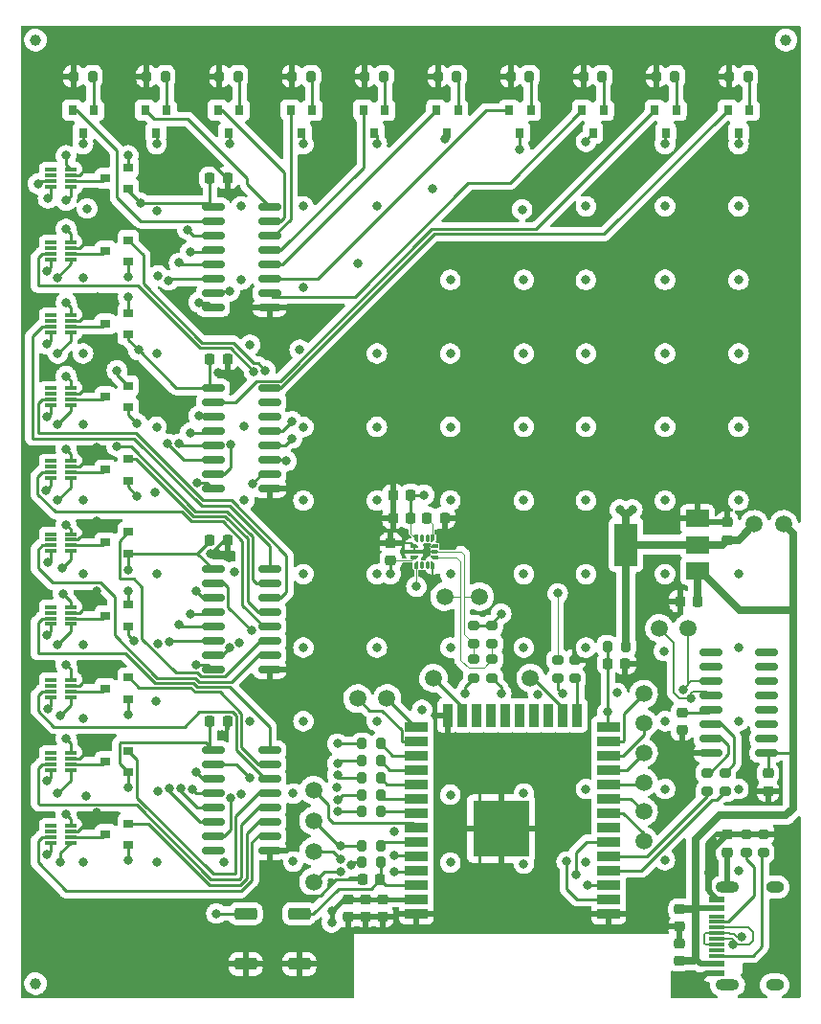
<source format=gbl>
G04 #@! TF.GenerationSoftware,KiCad,Pcbnew,(5.99.0-10847-g28909c1a72)*
G04 #@! TF.CreationDate,2021-06-06T12:58:15+02:00*
G04 #@! TF.ProjectId,LED_array,4c45445f-6172-4726-9179-2e6b69636164,1*
G04 #@! TF.SameCoordinates,Original*
G04 #@! TF.FileFunction,Copper,L4,Bot*
G04 #@! TF.FilePolarity,Positive*
%FSLAX46Y46*%
G04 Gerber Fmt 4.6, Leading zero omitted, Abs format (unit mm)*
G04 Created by KiCad (PCBNEW (5.99.0-10847-g28909c1a72)) date 2021-06-06 12:58:15*
%MOMM*%
%LPD*%
G01*
G04 APERTURE LIST*
G04 Aperture macros list*
%AMRoundRect*
0 Rectangle with rounded corners*
0 $1 Rounding radius*
0 $2 $3 $4 $5 $6 $7 $8 $9 X,Y pos of 4 corners*
0 Add a 4 corners polygon primitive as box body*
4,1,4,$2,$3,$4,$5,$6,$7,$8,$9,$2,$3,0*
0 Add four circle primitives for the rounded corners*
1,1,$1+$1,$2,$3*
1,1,$1+$1,$4,$5*
1,1,$1+$1,$6,$7*
1,1,$1+$1,$8,$9*
0 Add four rect primitives between the rounded corners*
20,1,$1+$1,$2,$3,$4,$5,0*
20,1,$1+$1,$4,$5,$6,$7,0*
20,1,$1+$1,$6,$7,$8,$9,0*
20,1,$1+$1,$8,$9,$2,$3,0*%
%AMFreePoly0*
4,1,48,0.247242,0.198282,0.250524,0.198861,0.253410,0.197195,0.263152,0.195477,0.278079,0.182951,0.294953,0.173209,0.297267,0.166850,0.302452,0.162500,0.305836,0.143309,0.312500,0.125000,0.312500,0.081066,0.311691,0.076480,0.312214,0.074529,0.310820,0.071540,0.307977,0.055414,0.297452,0.042871,0.290533,0.028033,0.084467,-0.178033,0.080653,-0.180703,0.079643,-0.182453,
0.076543,-0.183581,0.063130,-0.192973,0.046819,-0.194400,0.031434,-0.200000,-0.237500,-0.200000,-0.247242,-0.198282,-0.250524,-0.198861,-0.253410,-0.197195,-0.263152,-0.195477,-0.278079,-0.182951,-0.294953,-0.173209,-0.297267,-0.166850,-0.302452,-0.162500,-0.305836,-0.143309,-0.312500,-0.125000,-0.312500,0.125000,-0.310782,0.134742,-0.311361,0.138024,-0.309695,0.140910,-0.307977,0.150652,
-0.295451,0.165579,-0.285709,0.182453,-0.279350,0.184767,-0.275000,0.189952,-0.255809,0.193336,-0.237500,0.200000,0.237500,0.200000,0.247242,0.198282,0.247242,0.198282,$1*%
%AMFreePoly1*
4,1,48,0.036020,0.199191,0.037970,0.199714,0.040958,0.198321,0.057086,0.195477,0.069630,0.184951,0.084467,0.178033,0.290533,-0.028033,0.293203,-0.031847,0.294953,-0.032857,0.296081,-0.035957,0.305473,-0.049370,0.306900,-0.065680,0.312500,-0.081066,0.312500,-0.125000,0.310782,-0.134742,0.311361,-0.138024,0.309695,-0.140910,0.307977,-0.150652,0.295451,-0.165579,0.285709,-0.182453,
0.279350,-0.184767,0.275000,-0.189952,0.255809,-0.193336,0.237500,-0.200000,-0.237500,-0.200000,-0.247242,-0.198282,-0.250524,-0.198861,-0.253410,-0.197195,-0.263152,-0.195477,-0.278079,-0.182951,-0.294953,-0.173209,-0.297267,-0.166850,-0.302452,-0.162500,-0.305836,-0.143309,-0.312500,-0.125000,-0.312500,0.125000,-0.310782,0.134742,-0.311361,0.138024,-0.309695,0.140910,-0.307977,0.150652,
-0.295451,0.165579,-0.285709,0.182453,-0.279350,0.184767,-0.275000,0.189952,-0.255809,0.193336,-0.237500,0.200000,0.031434,0.200000,0.036020,0.199191,0.036020,0.199191,$1*%
%AMFreePoly2*
4,1,48,0.134742,0.310782,0.138024,0.311361,0.140910,0.309695,0.150652,0.307977,0.165579,0.295451,0.182453,0.285709,0.184767,0.279350,0.189952,0.275000,0.193336,0.255809,0.200000,0.237500,0.200000,-0.237500,0.198282,-0.247242,0.198861,-0.250524,0.197195,-0.253410,0.195477,-0.263152,0.182951,-0.278079,0.173209,-0.294953,0.166850,-0.297267,0.162500,-0.302452,0.143309,-0.305836,
0.125000,-0.312500,0.081066,-0.312500,0.076480,-0.311691,0.074529,-0.312214,0.071540,-0.310820,0.055414,-0.307977,0.042871,-0.297452,0.028033,-0.290533,-0.178033,-0.084467,-0.180703,-0.080653,-0.182453,-0.079643,-0.183581,-0.076543,-0.192973,-0.063130,-0.194400,-0.046819,-0.200000,-0.031434,-0.200000,0.237500,-0.198282,0.247242,-0.198861,0.250524,-0.197195,0.253410,-0.195477,0.263152,
-0.182951,0.278079,-0.173209,0.294953,-0.166850,0.297267,-0.162500,0.302452,-0.143309,0.305836,-0.125000,0.312500,0.125000,0.312500,0.134742,0.310782,0.134742,0.310782,$1*%
%AMFreePoly3*
4,1,48,0.134742,0.310782,0.138024,0.311361,0.140910,0.309695,0.150652,0.307977,0.165579,0.295451,0.182453,0.285709,0.184767,0.279350,0.189952,0.275000,0.193336,0.255809,0.200000,0.237500,0.200000,-0.031434,0.199191,-0.036020,0.199714,-0.037971,0.198320,-0.040960,0.195477,-0.057086,0.184952,-0.069629,0.178033,-0.084467,-0.028033,-0.290533,-0.031847,-0.293203,-0.032857,-0.294953,
-0.035957,-0.296081,-0.049370,-0.305473,-0.065681,-0.306900,-0.081066,-0.312500,-0.125000,-0.312500,-0.134742,-0.310782,-0.138024,-0.311361,-0.140910,-0.309695,-0.150652,-0.307977,-0.165579,-0.295451,-0.182453,-0.285709,-0.184767,-0.279350,-0.189952,-0.275000,-0.193336,-0.255809,-0.200000,-0.237500,-0.200000,0.237500,-0.198282,0.247242,-0.198861,0.250524,-0.197195,0.253410,-0.195477,0.263152,
-0.182951,0.278079,-0.173209,0.294953,-0.166850,0.297267,-0.162500,0.302452,-0.143309,0.305836,-0.125000,0.312500,0.125000,0.312500,0.134742,0.310782,0.134742,0.310782,$1*%
%AMFreePoly4*
4,1,48,0.247242,0.198282,0.250524,0.198861,0.253410,0.197195,0.263152,0.195477,0.278079,0.182951,0.294953,0.173209,0.297267,0.166850,0.302452,0.162500,0.305836,0.143309,0.312500,0.125000,0.312500,-0.125000,0.310782,-0.134742,0.311361,-0.138024,0.309695,-0.140910,0.307977,-0.150652,0.295451,-0.165579,0.285709,-0.182453,0.279350,-0.184767,0.275000,-0.189952,0.255809,-0.193336,
0.237500,-0.200000,-0.237500,-0.200000,-0.247242,-0.198282,-0.250524,-0.198861,-0.253410,-0.197195,-0.263152,-0.195477,-0.278079,-0.182951,-0.294953,-0.173209,-0.297267,-0.166850,-0.302452,-0.162500,-0.305836,-0.143309,-0.312500,-0.125000,-0.312500,-0.081066,-0.311691,-0.076480,-0.312214,-0.074530,-0.310821,-0.071542,-0.307977,-0.055414,-0.297451,-0.042870,-0.290533,-0.028033,-0.084467,0.178033,
-0.080653,0.180703,-0.079643,0.182453,-0.076543,0.183581,-0.063130,0.192973,-0.046820,0.194400,-0.031434,0.200000,0.237500,0.200000,0.247242,0.198282,0.247242,0.198282,$1*%
%AMFreePoly5*
4,1,48,0.247242,0.198282,0.250524,0.198861,0.253410,0.197195,0.263152,0.195477,0.278079,0.182951,0.294953,0.173209,0.297267,0.166850,0.302452,0.162500,0.305836,0.143309,0.312500,0.125000,0.312500,-0.125000,0.310782,-0.134742,0.311361,-0.138024,0.309695,-0.140910,0.307977,-0.150652,0.295451,-0.165579,0.285709,-0.182453,0.279350,-0.184767,0.275000,-0.189952,0.255809,-0.193336,
0.237500,-0.200000,-0.031434,-0.200000,-0.036020,-0.199191,-0.037971,-0.199714,-0.040960,-0.198320,-0.057086,-0.195477,-0.069629,-0.184952,-0.084467,-0.178033,-0.290533,0.028033,-0.293203,0.031847,-0.294953,0.032857,-0.296081,0.035957,-0.305473,0.049370,-0.306900,0.065681,-0.312500,0.081066,-0.312500,0.125000,-0.310782,0.134742,-0.311361,0.138024,-0.309695,0.140910,-0.307977,0.150652,
-0.295451,0.165579,-0.285709,0.182453,-0.279350,0.184767,-0.275000,0.189952,-0.255809,0.193336,-0.237500,0.200000,0.237500,0.200000,0.247242,0.198282,0.247242,0.198282,$1*%
%AMFreePoly6*
4,1,48,-0.076480,0.311691,-0.074530,0.312214,-0.071542,0.310821,-0.055414,0.307977,-0.042870,0.297451,-0.028033,0.290533,0.178033,0.084467,0.180703,0.080653,0.182453,0.079643,0.183581,0.076543,0.192973,0.063130,0.194400,0.046820,0.200000,0.031434,0.200000,-0.237500,0.198282,-0.247242,0.198861,-0.250524,0.197195,-0.253410,0.195477,-0.263152,0.182951,-0.278079,0.173209,-0.294953,
0.166850,-0.297267,0.162500,-0.302452,0.143309,-0.305836,0.125000,-0.312500,-0.125000,-0.312500,-0.134742,-0.310782,-0.138024,-0.311361,-0.140910,-0.309695,-0.150652,-0.307977,-0.165579,-0.295451,-0.182453,-0.285709,-0.184767,-0.279350,-0.189952,-0.275000,-0.193336,-0.255809,-0.200000,-0.237500,-0.200000,0.237500,-0.198282,0.247242,-0.198861,0.250524,-0.197195,0.253410,-0.195477,0.263152,
-0.182951,0.278079,-0.173209,0.294953,-0.166850,0.297267,-0.162500,0.302452,-0.143309,0.305836,-0.125000,0.312500,-0.081066,0.312500,-0.076480,0.311691,-0.076480,0.311691,$1*%
%AMFreePoly7*
4,1,48,0.134742,0.310782,0.138024,0.311361,0.140910,0.309695,0.150652,0.307977,0.165579,0.295451,0.182453,0.285709,0.184767,0.279350,0.189952,0.275000,0.193336,0.255809,0.200000,0.237500,0.200000,-0.237500,0.198282,-0.247242,0.198861,-0.250524,0.197195,-0.253410,0.195477,-0.263152,0.182951,-0.278079,0.173209,-0.294953,0.166850,-0.297267,0.162500,-0.302452,0.143309,-0.305836,
0.125000,-0.312500,-0.125000,-0.312500,-0.134742,-0.310782,-0.138024,-0.311361,-0.140910,-0.309695,-0.150652,-0.307977,-0.165579,-0.295451,-0.182453,-0.285709,-0.184767,-0.279350,-0.189952,-0.275000,-0.193336,-0.255809,-0.200000,-0.237500,-0.200000,0.031434,-0.199191,0.036020,-0.199714,0.037970,-0.198321,0.040958,-0.195477,0.057086,-0.184951,0.069630,-0.178033,0.084467,0.028033,0.290533,
0.031847,0.293203,0.032857,0.294953,0.035957,0.296081,0.049370,0.305473,0.065680,0.306900,0.081066,0.312500,0.125000,0.312500,0.134742,0.310782,0.134742,0.310782,$1*%
G04 Aperture macros list end*
G04 #@! TA.AperFunction,SMDPad,CuDef*
%ADD10C,1.500000*%
G04 #@! TD*
G04 #@! TA.AperFunction,SMDPad,CuDef*
%ADD11RoundRect,0.200000X0.200000X0.275000X-0.200000X0.275000X-0.200000X-0.275000X0.200000X-0.275000X0*%
G04 #@! TD*
G04 #@! TA.AperFunction,SMDPad,CuDef*
%ADD12RoundRect,0.200000X0.275000X-0.200000X0.275000X0.200000X-0.275000X0.200000X-0.275000X-0.200000X0*%
G04 #@! TD*
G04 #@! TA.AperFunction,SMDPad,CuDef*
%ADD13R,1.000000X0.300000*%
G04 #@! TD*
G04 #@! TA.AperFunction,SMDPad,CuDef*
%ADD14RoundRect,0.225000X0.225000X0.250000X-0.225000X0.250000X-0.225000X-0.250000X0.225000X-0.250000X0*%
G04 #@! TD*
G04 #@! TA.AperFunction,SMDPad,CuDef*
%ADD15RoundRect,0.150000X0.850000X0.150000X-0.850000X0.150000X-0.850000X-0.150000X0.850000X-0.150000X0*%
G04 #@! TD*
G04 #@! TA.AperFunction,SMDPad,CuDef*
%ADD16FreePoly0,90.000000*%
G04 #@! TD*
G04 #@! TA.AperFunction,SMDPad,CuDef*
%ADD17RoundRect,0.100000X0.100000X-0.212500X0.100000X0.212500X-0.100000X0.212500X-0.100000X-0.212500X0*%
G04 #@! TD*
G04 #@! TA.AperFunction,SMDPad,CuDef*
%ADD18FreePoly1,90.000000*%
G04 #@! TD*
G04 #@! TA.AperFunction,SMDPad,CuDef*
%ADD19FreePoly2,90.000000*%
G04 #@! TD*
G04 #@! TA.AperFunction,SMDPad,CuDef*
%ADD20RoundRect,0.100000X0.212500X-0.100000X0.212500X0.100000X-0.212500X0.100000X-0.212500X-0.100000X0*%
G04 #@! TD*
G04 #@! TA.AperFunction,SMDPad,CuDef*
%ADD21FreePoly3,90.000000*%
G04 #@! TD*
G04 #@! TA.AperFunction,SMDPad,CuDef*
%ADD22FreePoly4,90.000000*%
G04 #@! TD*
G04 #@! TA.AperFunction,SMDPad,CuDef*
%ADD23FreePoly5,90.000000*%
G04 #@! TD*
G04 #@! TA.AperFunction,SMDPad,CuDef*
%ADD24FreePoly6,90.000000*%
G04 #@! TD*
G04 #@! TA.AperFunction,SMDPad,CuDef*
%ADD25FreePoly7,90.000000*%
G04 #@! TD*
G04 #@! TA.AperFunction,SMDPad,CuDef*
%ADD26RoundRect,0.200000X-0.275000X0.200000X-0.275000X-0.200000X0.275000X-0.200000X0.275000X0.200000X0*%
G04 #@! TD*
G04 #@! TA.AperFunction,SMDPad,CuDef*
%ADD27R,0.900000X0.800000*%
G04 #@! TD*
G04 #@! TA.AperFunction,SMDPad,CuDef*
%ADD28RoundRect,0.225000X-0.250000X0.225000X-0.250000X-0.225000X0.250000X-0.225000X0.250000X0.225000X0*%
G04 #@! TD*
G04 #@! TA.AperFunction,SMDPad,CuDef*
%ADD29RoundRect,0.225000X0.250000X-0.225000X0.250000X0.225000X-0.250000X0.225000X-0.250000X-0.225000X0*%
G04 #@! TD*
G04 #@! TA.AperFunction,SMDPad,CuDef*
%ADD30RoundRect,0.225000X-0.225000X-0.250000X0.225000X-0.250000X0.225000X0.250000X-0.225000X0.250000X0*%
G04 #@! TD*
G04 #@! TA.AperFunction,SMDPad,CuDef*
%ADD31R,0.800000X0.900000*%
G04 #@! TD*
G04 #@! TA.AperFunction,SMDPad,CuDef*
%ADD32RoundRect,0.218750X0.256250X-0.218750X0.256250X0.218750X-0.256250X0.218750X-0.256250X-0.218750X0*%
G04 #@! TD*
G04 #@! TA.AperFunction,SMDPad,CuDef*
%ADD33RoundRect,0.262500X0.737500X-0.262500X0.737500X0.262500X-0.737500X0.262500X-0.737500X-0.262500X0*%
G04 #@! TD*
G04 #@! TA.AperFunction,SMDPad,CuDef*
%ADD34RoundRect,0.150000X-0.825000X-0.150000X0.825000X-0.150000X0.825000X0.150000X-0.825000X0.150000X0*%
G04 #@! TD*
G04 #@! TA.AperFunction,SMDPad,CuDef*
%ADD35C,1.000000*%
G04 #@! TD*
G04 #@! TA.AperFunction,SMDPad,CuDef*
%ADD36RoundRect,0.200000X-0.200000X-0.275000X0.200000X-0.275000X0.200000X0.275000X-0.200000X0.275000X0*%
G04 #@! TD*
G04 #@! TA.AperFunction,SMDPad,CuDef*
%ADD37R,1.450000X0.600000*%
G04 #@! TD*
G04 #@! TA.AperFunction,SMDPad,CuDef*
%ADD38R,1.450000X0.300000*%
G04 #@! TD*
G04 #@! TA.AperFunction,ComponentPad*
%ADD39O,1.600000X1.000000*%
G04 #@! TD*
G04 #@! TA.AperFunction,ComponentPad*
%ADD40O,2.100000X1.000000*%
G04 #@! TD*
G04 #@! TA.AperFunction,SMDPad,CuDef*
%ADD41R,2.000000X3.800000*%
G04 #@! TD*
G04 #@! TA.AperFunction,SMDPad,CuDef*
%ADD42R,2.000000X1.500000*%
G04 #@! TD*
G04 #@! TA.AperFunction,SMDPad,CuDef*
%ADD43R,5.000000X5.000000*%
G04 #@! TD*
G04 #@! TA.AperFunction,SMDPad,CuDef*
%ADD44R,2.000000X0.900000*%
G04 #@! TD*
G04 #@! TA.AperFunction,SMDPad,CuDef*
%ADD45R,0.900000X2.000000*%
G04 #@! TD*
G04 #@! TA.AperFunction,ViaPad*
%ADD46C,0.800000*%
G04 #@! TD*
G04 #@! TA.AperFunction,ViaPad*
%ADD47C,0.900000*%
G04 #@! TD*
G04 #@! TA.AperFunction,Conductor*
%ADD48C,0.500000*%
G04 #@! TD*
G04 #@! TA.AperFunction,Conductor*
%ADD49C,0.250000*%
G04 #@! TD*
G04 #@! TA.AperFunction,Conductor*
%ADD50C,0.700000*%
G04 #@! TD*
G04 #@! TA.AperFunction,Conductor*
%ADD51C,0.200000*%
G04 #@! TD*
G04 #@! TA.AperFunction,Conductor*
%ADD52C,0.100000*%
G04 #@! TD*
G04 #@! TA.AperFunction,Conductor*
%ADD53C,0.400000*%
G04 #@! TD*
G04 APERTURE END LIST*
D10*
X155600000Y-114600000D03*
D11*
X113269444Y-47000000D03*
X111619444Y-47000000D03*
D12*
X149500000Y-100225000D03*
X149500000Y-98575000D03*
D10*
X155600000Y-101600000D03*
X155600000Y-112000000D03*
D13*
X104900000Y-68138888D03*
X104900000Y-68638888D03*
X104900000Y-69138888D03*
X104900000Y-69638888D03*
X103100000Y-69638888D03*
X103100000Y-69138888D03*
X103100000Y-68638888D03*
X103100000Y-68138888D03*
D14*
X134987500Y-84037500D03*
X133437500Y-84037500D03*
D11*
X119713888Y-47000000D03*
X118063888Y-47000000D03*
D12*
X140600000Y-100200000D03*
X140600000Y-98550000D03*
D15*
X122500000Y-106555000D03*
X122500000Y-107825000D03*
X122500000Y-109095000D03*
X122500000Y-110365000D03*
X122500000Y-111635000D03*
X122500000Y-112905000D03*
X122500000Y-114175000D03*
X122500000Y-115445000D03*
X117500000Y-115445000D03*
X117500000Y-114175000D03*
X117500000Y-112905000D03*
X117500000Y-111635000D03*
X117500000Y-110365000D03*
X117500000Y-109095000D03*
X117500000Y-107825000D03*
X117500000Y-106555000D03*
D16*
X136962500Y-90200000D03*
D17*
X136462500Y-90200000D03*
X135962500Y-90200000D03*
D18*
X135462500Y-90200000D03*
D19*
X135300000Y-89537500D03*
D20*
X135300000Y-89037500D03*
D21*
X135300000Y-88537500D03*
D22*
X135462500Y-87875000D03*
D17*
X135962500Y-87875000D03*
X136462500Y-87875000D03*
D23*
X136962500Y-87875000D03*
D24*
X137125000Y-88537500D03*
D20*
X137125000Y-89037500D03*
D25*
X137125000Y-89537500D03*
D13*
X104900000Y-113250000D03*
X104900000Y-113750000D03*
X104900000Y-114250000D03*
X104900000Y-114750000D03*
X103100000Y-114750000D03*
X103100000Y-114250000D03*
X103100000Y-113750000D03*
X103100000Y-113250000D03*
D26*
X162800000Y-108575000D03*
X162800000Y-110225000D03*
D10*
X165400000Y-86600000D03*
D14*
X160375000Y-93400000D03*
X158825000Y-93400000D03*
D11*
X132602776Y-47000000D03*
X130952776Y-47000000D03*
D27*
X110000000Y-55050000D03*
X110000000Y-56950000D03*
X108000000Y-56000000D03*
D28*
X131000000Y-119725000D03*
X131000000Y-121275000D03*
D29*
X163000000Y-87975000D03*
X163000000Y-86425000D03*
D30*
X152425000Y-98900000D03*
X153975000Y-98900000D03*
D11*
X139047220Y-47000000D03*
X137397220Y-47000000D03*
D31*
X143716664Y-50000000D03*
X145616664Y-50000000D03*
X144666664Y-52000000D03*
D13*
X104900000Y-55250000D03*
X104900000Y-55750000D03*
X104900000Y-56250000D03*
X104900000Y-56750000D03*
X103100000Y-56750000D03*
X103100000Y-56250000D03*
X103100000Y-55750000D03*
X103100000Y-55250000D03*
D30*
X136437500Y-86037500D03*
X137987500Y-86037500D03*
D15*
X122500000Y-58555000D03*
X122500000Y-59825000D03*
X122500000Y-61095000D03*
X122500000Y-62365000D03*
X122500000Y-63635000D03*
X122500000Y-64905000D03*
X122500000Y-66175000D03*
X122500000Y-67445000D03*
X117500000Y-67445000D03*
X117500000Y-66175000D03*
X117500000Y-64905000D03*
X117500000Y-63635000D03*
X117500000Y-62365000D03*
X117500000Y-61095000D03*
X117500000Y-59825000D03*
X117500000Y-58555000D03*
D12*
X166200000Y-115625000D03*
X166200000Y-113975000D03*
D27*
X110000000Y-61494444D03*
X110000000Y-63394444D03*
X108000000Y-62444444D03*
D11*
X126158332Y-47000000D03*
X124508332Y-47000000D03*
D31*
X117938888Y-50000000D03*
X119838888Y-50000000D03*
X118888888Y-52000000D03*
D13*
X104900000Y-100361108D03*
X104900000Y-100861108D03*
X104900000Y-101361108D03*
X104900000Y-101861108D03*
X103100000Y-101861108D03*
X103100000Y-101361108D03*
X103100000Y-100861108D03*
X103100000Y-100361108D03*
D11*
X132325000Y-112000000D03*
X130675000Y-112000000D03*
X154025000Y-97400000D03*
X152375000Y-97400000D03*
D31*
X124383332Y-50000000D03*
X126283332Y-50000000D03*
X125333332Y-52000000D03*
D28*
X158775000Y-120625000D03*
X158775000Y-122175000D03*
D31*
X163050000Y-50000000D03*
X164950000Y-50000000D03*
X164000000Y-52000000D03*
D26*
X161200000Y-108575000D03*
X161200000Y-110225000D03*
D32*
X163000000Y-115587500D03*
X163000000Y-114012500D03*
D13*
X104900000Y-74583332D03*
X104900000Y-75083332D03*
X104900000Y-75583332D03*
X104900000Y-76083332D03*
X103100000Y-76083332D03*
X103100000Y-75583332D03*
X103100000Y-75083332D03*
X103100000Y-74583332D03*
D10*
X130300000Y-102000000D03*
X141100000Y-93000000D03*
D11*
X158380552Y-47000000D03*
X156730552Y-47000000D03*
D13*
X104900000Y-61694444D03*
X104900000Y-62194444D03*
X104900000Y-62694444D03*
X104900000Y-63194444D03*
X103100000Y-63194444D03*
X103100000Y-62694444D03*
X103100000Y-62194444D03*
X103100000Y-61694444D03*
D11*
X145491664Y-47000000D03*
X143841664Y-47000000D03*
D31*
X150161108Y-50000000D03*
X152061108Y-50000000D03*
X151111108Y-52000000D03*
D27*
X110000000Y-87272220D03*
X110000000Y-89172220D03*
X108000000Y-88222220D03*
D33*
X120387500Y-125475000D03*
X120387500Y-121025000D03*
D10*
X126400000Y-112800000D03*
D34*
X161525000Y-106845000D03*
X161525000Y-105575000D03*
X161525000Y-104305000D03*
X161525000Y-103035000D03*
X161525000Y-101765000D03*
X161525000Y-100495000D03*
X161525000Y-99225000D03*
X161525000Y-97955000D03*
X166475000Y-97955000D03*
X166475000Y-99225000D03*
X166475000Y-100495000D03*
X166475000Y-101765000D03*
X166475000Y-103035000D03*
X166475000Y-104305000D03*
X166475000Y-105575000D03*
X166475000Y-106845000D03*
D28*
X132500000Y-119725000D03*
X132500000Y-121275000D03*
D31*
X105050000Y-50000000D03*
X106950000Y-50000000D03*
X106000000Y-52000000D03*
D10*
X132900000Y-102000000D03*
X138000000Y-93000000D03*
D30*
X117225000Y-88000000D03*
X118775000Y-88000000D03*
D14*
X132275000Y-118000000D03*
X130725000Y-118000000D03*
D11*
X132325000Y-107500000D03*
X130675000Y-107500000D03*
D10*
X157000000Y-95800000D03*
D12*
X164700000Y-115625000D03*
X164700000Y-113975000D03*
D10*
X168000000Y-86600000D03*
D11*
X132325000Y-115000000D03*
X130675000Y-115000000D03*
D33*
X125137500Y-125475000D03*
X125137500Y-121025000D03*
D26*
X142200000Y-95550000D03*
X142200000Y-97200000D03*
D31*
X137272220Y-50000000D03*
X139172220Y-50000000D03*
X138222220Y-52000000D03*
D11*
X164825000Y-47000000D03*
X163175000Y-47000000D03*
D13*
X104900000Y-93916664D03*
X104900000Y-94416664D03*
X104900000Y-94916664D03*
X104900000Y-95416664D03*
X103100000Y-95416664D03*
X103100000Y-94916664D03*
X103100000Y-94416664D03*
X103100000Y-93916664D03*
D31*
X130827776Y-50000000D03*
X132727776Y-50000000D03*
X131777776Y-52000000D03*
D29*
X158775000Y-125175000D03*
X158775000Y-123625000D03*
D12*
X142200000Y-100200000D03*
X142200000Y-98550000D03*
X148000000Y-100225000D03*
X148000000Y-98575000D03*
D35*
X101800000Y-127200000D03*
D28*
X166600000Y-108625000D03*
X166600000Y-110175000D03*
D10*
X155600000Y-106800000D03*
D30*
X117225000Y-104000000D03*
X118775000Y-104000000D03*
D27*
X110000000Y-113050000D03*
X110000000Y-114950000D03*
X108000000Y-114000000D03*
D11*
X132325000Y-106000000D03*
X130675000Y-106000000D03*
D15*
X122500000Y-90555000D03*
X122500000Y-91825000D03*
X122500000Y-93095000D03*
X122500000Y-94365000D03*
X122500000Y-95635000D03*
X122500000Y-96905000D03*
X122500000Y-98175000D03*
X122500000Y-99445000D03*
X117500000Y-99445000D03*
X117500000Y-98175000D03*
X117500000Y-96905000D03*
X117500000Y-95635000D03*
X117500000Y-94365000D03*
X117500000Y-93095000D03*
X117500000Y-91825000D03*
X117500000Y-90555000D03*
D10*
X137000000Y-100200000D03*
D36*
X130675000Y-116500000D03*
X132325000Y-116500000D03*
D31*
X156605552Y-50000000D03*
X158505552Y-50000000D03*
X157555552Y-52000000D03*
D10*
X155600000Y-104200000D03*
D13*
X104900000Y-106805552D03*
X104900000Y-107305552D03*
X104900000Y-107805552D03*
X104900000Y-108305552D03*
X103100000Y-108305552D03*
X103100000Y-107805552D03*
X103100000Y-107305552D03*
X103100000Y-106805552D03*
D26*
X140600000Y-95550000D03*
X140600000Y-97200000D03*
D30*
X117225000Y-56000000D03*
X118775000Y-56000000D03*
D10*
X126400000Y-110100000D03*
D35*
X168200000Y-43800000D03*
D29*
X133212500Y-89812500D03*
X133212500Y-88262500D03*
D14*
X134987500Y-86037500D03*
X133437500Y-86037500D03*
D27*
X110000000Y-74383332D03*
X110000000Y-76283332D03*
X108000000Y-75333332D03*
D15*
X122500000Y-74555000D03*
X122500000Y-75825000D03*
X122500000Y-77095000D03*
X122500000Y-78365000D03*
X122500000Y-79635000D03*
X122500000Y-80905000D03*
X122500000Y-82175000D03*
X122500000Y-83445000D03*
X117500000Y-83445000D03*
X117500000Y-82175000D03*
X117500000Y-80905000D03*
X117500000Y-79635000D03*
X117500000Y-78365000D03*
X117500000Y-77095000D03*
X117500000Y-75825000D03*
X117500000Y-74555000D03*
D11*
X132325000Y-109000000D03*
X130675000Y-109000000D03*
D27*
X110000000Y-80827776D03*
X110000000Y-82727776D03*
X108000000Y-81777776D03*
D13*
X104900000Y-81027776D03*
X104900000Y-81527776D03*
X104900000Y-82027776D03*
X104900000Y-82527776D03*
X103100000Y-82527776D03*
X103100000Y-82027776D03*
X103100000Y-81527776D03*
X103100000Y-81027776D03*
D28*
X159000000Y-103225000D03*
X159000000Y-104775000D03*
D11*
X151936108Y-47000000D03*
X150286108Y-47000000D03*
D35*
X101800000Y-43800000D03*
D37*
X162105000Y-120550000D03*
X162105000Y-119750000D03*
D38*
X162105000Y-121750000D03*
X162105000Y-122750000D03*
X162105000Y-123250000D03*
X162105000Y-124250000D03*
D37*
X162105000Y-125450000D03*
X162105000Y-126250000D03*
D38*
X162105000Y-124750000D03*
X162105000Y-123750000D03*
X162105000Y-122250000D03*
X162105000Y-121250000D03*
D39*
X167200000Y-118680000D03*
D40*
X163020000Y-118680000D03*
X163020000Y-127320000D03*
D39*
X167200000Y-127320000D03*
D27*
X110000000Y-67938888D03*
X110000000Y-69838888D03*
X108000000Y-68888888D03*
D10*
X126400000Y-118200000D03*
D30*
X117225000Y-72000000D03*
X118775000Y-72000000D03*
D11*
X132325000Y-110500000D03*
X130675000Y-110500000D03*
X106825000Y-47000000D03*
X105175000Y-47000000D03*
D27*
X110000000Y-93716664D03*
X110000000Y-95616664D03*
X108000000Y-94666664D03*
D10*
X155600000Y-109400000D03*
D28*
X129500000Y-119725000D03*
X129500000Y-121275000D03*
D27*
X110000000Y-106605552D03*
X110000000Y-108505552D03*
X108000000Y-107555552D03*
D10*
X145600000Y-100200000D03*
D41*
X154050000Y-88400000D03*
D42*
X160350000Y-88400000D03*
X160350000Y-90700000D03*
X160350000Y-86100000D03*
D27*
X110000000Y-100161108D03*
X110000000Y-102061108D03*
X108000000Y-101111108D03*
D43*
X143000000Y-113505000D03*
D44*
X135500000Y-121005000D03*
X135500000Y-119735000D03*
X135500000Y-118465000D03*
X135500000Y-117195000D03*
X135500000Y-115925000D03*
X135500000Y-114655000D03*
X135500000Y-113385000D03*
X135500000Y-112115000D03*
X135500000Y-110845000D03*
X135500000Y-109575000D03*
X135500000Y-108305000D03*
X135500000Y-107035000D03*
X135500000Y-105765000D03*
X135500000Y-104495000D03*
D45*
X138285000Y-103495000D03*
X139555000Y-103495000D03*
X140825000Y-103495000D03*
X142095000Y-103495000D03*
X143365000Y-103495000D03*
X144635000Y-103495000D03*
X145905000Y-103495000D03*
X147175000Y-103495000D03*
X148445000Y-103495000D03*
X149715000Y-103495000D03*
D44*
X152500000Y-104495000D03*
X152500000Y-105765000D03*
X152500000Y-107035000D03*
X152500000Y-108305000D03*
X152500000Y-109575000D03*
X152500000Y-110845000D03*
X152500000Y-112115000D03*
X152500000Y-113385000D03*
X152500000Y-114655000D03*
X152500000Y-115925000D03*
X152500000Y-117195000D03*
X152500000Y-118465000D03*
X152500000Y-119735000D03*
X152500000Y-121005000D03*
D13*
X104900000Y-87472220D03*
X104900000Y-87972220D03*
X104900000Y-88472220D03*
X104900000Y-88972220D03*
X103100000Y-88972220D03*
X103100000Y-88472220D03*
X103100000Y-87972220D03*
X103100000Y-87472220D03*
D10*
X126400000Y-115500000D03*
X159500000Y-95800000D03*
D31*
X111494444Y-50000000D03*
X113394444Y-50000000D03*
X112444444Y-52000000D03*
D46*
X133500000Y-82300000D03*
X130400000Y-88200000D03*
X122800000Y-125500000D03*
D47*
X160900000Y-84100000D03*
X159800000Y-84100000D03*
X122500000Y-84800000D03*
X122500000Y-101200000D03*
X122500000Y-116800000D03*
X141100000Y-110000000D03*
X141100000Y-117000000D03*
X156800000Y-119900000D03*
X168500000Y-114000000D03*
D46*
X101500000Y-46000000D03*
X101500000Y-53000000D03*
X101500000Y-124900000D03*
X101500000Y-117900000D03*
X168500000Y-51500000D03*
X122500000Y-69500000D03*
X117300000Y-89200000D03*
X168500000Y-65500000D03*
X107200000Y-105600000D03*
X107200000Y-73000000D03*
X123600000Y-118500000D03*
X156200000Y-92600000D03*
X107200000Y-92500000D03*
X107200000Y-60000000D03*
D47*
X159600000Y-127800000D03*
D46*
X168500000Y-72500000D03*
D47*
X168500000Y-126200000D03*
D46*
X107500000Y-53600000D03*
X107200000Y-79800000D03*
X163000000Y-43500000D03*
X168500000Y-58500000D03*
X107200000Y-112100000D03*
X114000000Y-43500000D03*
X149000000Y-43500000D03*
X118300000Y-105200000D03*
X168500000Y-79500000D03*
X117949500Y-73200000D03*
X107200000Y-86300000D03*
X165300000Y-110000000D03*
X159800000Y-107700000D03*
X116200000Y-53500000D03*
X128000000Y-43500000D03*
X136900000Y-91400000D03*
X142000000Y-43500000D03*
X121000000Y-43500000D03*
X107200000Y-99000000D03*
X107000000Y-43500000D03*
D47*
X168500000Y-119800000D03*
X161400000Y-117400000D03*
D46*
X107300000Y-66500000D03*
X135000000Y-43500000D03*
X156000000Y-43500000D03*
D47*
X156800000Y-121400000D03*
D46*
X128000000Y-120800000D03*
X102900000Y-102900000D03*
X129700000Y-116700000D03*
X143000000Y-94500000D03*
X102800000Y-77100000D03*
X102800000Y-109300000D03*
X110000000Y-64700000D03*
X102800000Y-115800000D03*
X102800000Y-96400000D03*
X110900000Y-71200000D03*
X128000000Y-121800000D03*
X102800000Y-70700000D03*
X133200000Y-91000000D03*
X110000000Y-116300000D03*
X110000000Y-90600000D03*
X153500000Y-85300000D03*
X136200000Y-84000000D03*
X110000000Y-109900000D03*
X102700000Y-83600000D03*
X102900000Y-90000000D03*
X110500000Y-96900000D03*
X110000000Y-103400000D03*
X102900000Y-57800000D03*
X110800000Y-77700000D03*
X110800000Y-84100000D03*
X111100000Y-58200000D03*
X102800000Y-64200000D03*
X154600000Y-85300000D03*
X117800000Y-121000000D03*
X152400000Y-103200000D03*
X105982612Y-77775500D03*
X105982612Y-64775500D03*
X106000000Y-97275500D03*
X106000000Y-84500000D03*
X106000000Y-71500000D03*
X106000000Y-116500000D03*
X106000000Y-103775500D03*
X106358624Y-58698173D03*
X106000000Y-91000000D03*
X106000000Y-53000000D03*
X106310957Y-110581811D03*
X104499998Y-58000000D03*
X112500000Y-71500000D03*
X112650049Y-64625451D03*
X112376479Y-83760239D03*
X112500000Y-116500000D03*
X112500000Y-91000000D03*
X112500000Y-78000000D03*
X112650049Y-97125451D03*
X112660935Y-110203240D03*
X112500000Y-53000000D03*
X112482612Y-102275500D03*
X112500000Y-58924500D03*
X118500000Y-116500000D03*
X119000000Y-53000000D03*
X120000000Y-65000000D03*
X120000000Y-58500000D03*
X120274020Y-84451904D03*
X120724500Y-104000000D03*
X120025500Y-110483090D03*
X119860719Y-97114683D03*
X120239506Y-77948353D03*
X119374535Y-90767984D03*
X120776428Y-70734526D03*
X125500000Y-58500000D03*
X125169848Y-71169848D03*
X125500000Y-104000000D03*
X124600000Y-116400000D03*
X125500000Y-84500000D03*
X125500000Y-78000000D03*
X125500000Y-65629500D03*
X124600000Y-110400000D03*
X125500000Y-97500000D03*
X125500000Y-91000000D03*
X125500000Y-53000000D03*
X133500000Y-113750000D03*
X132000000Y-53000000D03*
X132000000Y-71500000D03*
X132000000Y-91000000D03*
X132000000Y-84500000D03*
X130299009Y-63540689D03*
X132000000Y-97500000D03*
X132000000Y-104000000D03*
X128474500Y-109850402D03*
X132000000Y-58500000D03*
X132000000Y-78000000D03*
X138500000Y-110500000D03*
X138500000Y-78000000D03*
X138500000Y-91000000D03*
X138500000Y-71500000D03*
X136000000Y-103000000D03*
X138500000Y-65000000D03*
X138500000Y-97500000D03*
X136919849Y-56919849D03*
X138065871Y-52565871D03*
X138500000Y-84500000D03*
X138500000Y-116500000D03*
X145000000Y-84500000D03*
X145000000Y-97500000D03*
X144666653Y-53499011D03*
X146262588Y-101687187D03*
X145000000Y-91000000D03*
X144854197Y-58775500D03*
X145000000Y-71500000D03*
X145000000Y-78000000D03*
X145000000Y-110405498D03*
X145000000Y-65000000D03*
X145000000Y-116604502D03*
X150500000Y-58500000D03*
X150500000Y-91000000D03*
X150500000Y-71500000D03*
X150500000Y-78000000D03*
X150500000Y-65000000D03*
X150500000Y-84500000D03*
X153224500Y-101500000D03*
X150500000Y-110000000D03*
X150500000Y-52775500D03*
X150497919Y-116477481D03*
X150500000Y-97500000D03*
X157500000Y-71500000D03*
X157500000Y-110000000D03*
X157500000Y-65000000D03*
X157500000Y-104000000D03*
X157500000Y-53000000D03*
X157500000Y-84500000D03*
X157500000Y-78000000D03*
X157400000Y-97800000D03*
X157500000Y-91000000D03*
X157487701Y-116287701D03*
X157500000Y-58500000D03*
X164000000Y-53000000D03*
X164000000Y-84500000D03*
X164000000Y-71500000D03*
X164000000Y-78000000D03*
X164000000Y-104000000D03*
X164000000Y-91000000D03*
X164000000Y-58500000D03*
X164000000Y-117250000D03*
X164000000Y-97500000D03*
X164000001Y-109999999D03*
X164000000Y-65000000D03*
X103703240Y-64775500D03*
X103775500Y-71500000D03*
X103703240Y-77775500D03*
X103775500Y-84500000D03*
X104150050Y-90475500D03*
X103711610Y-97275500D03*
X104024500Y-103477071D03*
X103775500Y-110400000D03*
X104000000Y-116500000D03*
X164244399Y-123028768D03*
X159778531Y-101978757D03*
X159066625Y-101206670D03*
X163501935Y-123771232D03*
X124500000Y-77500000D03*
X110000000Y-54000000D03*
X122112292Y-72988052D03*
X124000000Y-81000000D03*
X110000000Y-66500000D03*
X120932185Y-96015255D03*
X109000000Y-73000000D03*
X108982612Y-79724500D03*
X120750000Y-109000000D03*
X110000000Y-92500000D03*
X143000000Y-101600000D03*
X149600000Y-117600000D03*
X139800000Y-101600000D03*
X150630071Y-118524500D03*
X148400000Y-101600000D03*
X148800000Y-116400000D03*
X148000000Y-92700000D03*
X135500000Y-92100000D03*
X115661658Y-110000096D03*
X115500000Y-78500000D03*
X115500000Y-94500000D03*
X128500000Y-108750000D03*
X115500000Y-62500000D03*
X118948457Y-97523074D03*
X119000000Y-66000000D03*
X119072389Y-110784061D03*
X119099500Y-79517591D03*
X128500000Y-107750000D03*
X114500000Y-63500000D03*
X114662509Y-109973506D03*
X114512299Y-79487701D03*
X114500000Y-95500000D03*
X128500000Y-106000000D03*
X113638839Y-96979508D03*
X113564682Y-65028504D03*
X128500000Y-112000000D03*
X113500000Y-79500000D03*
X113632347Y-109967943D03*
X128500000Y-111000000D03*
X115250000Y-60549500D03*
X104500000Y-67000000D03*
X104500000Y-86623521D03*
X104237701Y-92762299D03*
X104500000Y-54000000D03*
X128800000Y-115000000D03*
X104500000Y-60500000D03*
X104500000Y-80000000D03*
X104500000Y-73500000D03*
X104482612Y-112224500D03*
X104500000Y-105524020D03*
X104500000Y-99000000D03*
X133500000Y-117300000D03*
X128769346Y-117275500D03*
X133500000Y-115900000D03*
X128800000Y-116200000D03*
X124500000Y-79000000D03*
X102000000Y-56500000D03*
X120964006Y-82981170D03*
X121118400Y-73093801D03*
X116224500Y-66982612D03*
X116224500Y-77000000D03*
X116000000Y-92500000D03*
X116080151Y-82919849D03*
X116000000Y-108500000D03*
X116000000Y-99000000D03*
D48*
X160350000Y-86100000D02*
X160350000Y-84650000D01*
X160350000Y-84650000D02*
X160900000Y-84100000D01*
X160350000Y-84650000D02*
X159800000Y-84100000D01*
D49*
X141100000Y-117000000D02*
X141100000Y-115405000D01*
X141100000Y-115405000D02*
X143000000Y-113505000D01*
X141100000Y-110000000D02*
X141100000Y-111605000D01*
X141100000Y-111605000D02*
X143000000Y-113505000D01*
X165400000Y-119430000D02*
X165400000Y-116900000D01*
X163080000Y-121750000D02*
X165400000Y-119430000D01*
X164700000Y-116200000D02*
X164700000Y-115625000D01*
X162105000Y-121750000D02*
X163080000Y-121750000D01*
X165400000Y-116900000D02*
X164700000Y-116200000D01*
D48*
X162105000Y-125450000D02*
X160650000Y-125450000D01*
D50*
X160375000Y-93400000D02*
X160375000Y-90725000D01*
D49*
X168755000Y-106845000D02*
X168800000Y-106800000D01*
D50*
X168800000Y-87400000D02*
X168000000Y-86600000D01*
X168800000Y-94200000D02*
X164100000Y-94200000D01*
X168800000Y-94200000D02*
X168800000Y-87400000D01*
X160025000Y-125175000D02*
X160200000Y-125000000D01*
X168800000Y-111700000D02*
X168800000Y-106800000D01*
X168800000Y-106800000D02*
X168800000Y-94200000D01*
X168200000Y-112300000D02*
X168800000Y-111700000D01*
X162300000Y-112300000D02*
X168200000Y-112300000D01*
D49*
X166600000Y-108625000D02*
X166600000Y-106970000D01*
X166600000Y-106970000D02*
X166475000Y-106845000D01*
D48*
X162105000Y-120550000D02*
X160350000Y-120550000D01*
D50*
X159975000Y-120625000D02*
X160200000Y-120400000D01*
X158775000Y-120625000D02*
X159975000Y-120625000D01*
D49*
X166475000Y-106845000D02*
X168755000Y-106845000D01*
D50*
X160375000Y-90725000D02*
X160350000Y-90700000D01*
X160600000Y-90700000D02*
X160350000Y-90700000D01*
X160200000Y-114400000D02*
X162300000Y-112300000D01*
D48*
X160650000Y-125450000D02*
X160200000Y-125000000D01*
X160350000Y-120550000D02*
X160200000Y-120400000D01*
D50*
X164100000Y-94200000D02*
X160600000Y-90700000D01*
X158775000Y-125175000D02*
X160025000Y-125175000D01*
X160200000Y-125000000D02*
X160200000Y-120400000D01*
X160200000Y-120400000D02*
X160200000Y-114400000D01*
D49*
X107100000Y-92600000D02*
X107200000Y-92500000D01*
X104900000Y-75083332D02*
X105650000Y-75083332D01*
X104900000Y-55750000D02*
X105650000Y-55750000D01*
X105650000Y-107305552D02*
X107200000Y-105755552D01*
D51*
X136962500Y-91337500D02*
X136962500Y-90200000D01*
D48*
X161400000Y-117400000D02*
X161400000Y-115612500D01*
X161400000Y-119045000D02*
X161400000Y-117400000D01*
X161150000Y-126250000D02*
X159600000Y-127800000D01*
X162105000Y-119750000D02*
X161400000Y-119045000D01*
D49*
X122500000Y-67445000D02*
X122500000Y-69500000D01*
X107200000Y-105755552D02*
X107200000Y-105600000D01*
X107500000Y-53900000D02*
X107500000Y-53600000D01*
X105650000Y-68638888D02*
X107300000Y-66988888D01*
X107300000Y-66988888D02*
X107300000Y-66500000D01*
X104900000Y-107305552D02*
X105650000Y-107305552D01*
X104900000Y-62194444D02*
X105650000Y-62194444D01*
X104900000Y-94416664D02*
X105650000Y-94416664D01*
D48*
X161400000Y-115612500D02*
X163000000Y-114012500D01*
D49*
X118500000Y-88000000D02*
X117300000Y-89200000D01*
D48*
X160675000Y-86425000D02*
X160350000Y-86100000D01*
D49*
X105650000Y-100861108D02*
X107200000Y-99311108D01*
X118700000Y-56000000D02*
X116200000Y-53500000D01*
D51*
X136900000Y-91400000D02*
X136962500Y-91337500D01*
D49*
X107200000Y-73533332D02*
X107200000Y-73000000D01*
X128400000Y-118000000D02*
X127000000Y-119400000D01*
X127000000Y-119400000D02*
X124500000Y-119400000D01*
X104900000Y-68638888D02*
X105650000Y-68638888D01*
X105650000Y-62194444D02*
X107200000Y-60644444D01*
X107100000Y-92966664D02*
X107100000Y-92600000D01*
X118775000Y-104000000D02*
X118775000Y-104725000D01*
X104900000Y-100861108D02*
X105650000Y-100861108D01*
D51*
X135300000Y-88537500D02*
X135300000Y-89009195D01*
D49*
X104900000Y-87972220D02*
X105527780Y-87972220D01*
X105527780Y-87972220D02*
X107200000Y-86300000D01*
X105650000Y-81527776D02*
X107200000Y-79977776D01*
X105650000Y-75083332D02*
X107200000Y-73533332D01*
X107200000Y-79977776D02*
X107200000Y-79800000D01*
X118775000Y-88000000D02*
X118500000Y-88000000D01*
X118775000Y-104725000D02*
X118300000Y-105200000D01*
X105550000Y-113750000D02*
X107200000Y-112100000D01*
D48*
X163000000Y-86425000D02*
X160675000Y-86425000D01*
D51*
X133212500Y-88262500D02*
X135025000Y-88262500D01*
D49*
X105650000Y-55750000D02*
X107500000Y-53900000D01*
X118775000Y-56000000D02*
X118700000Y-56000000D01*
D51*
X135025000Y-88262500D02*
X135300000Y-88537500D01*
D49*
X104900000Y-113750000D02*
X105550000Y-113750000D01*
X124500000Y-119400000D02*
X123600000Y-118500000D01*
D48*
X162105000Y-126250000D02*
X161150000Y-126250000D01*
D49*
X107200000Y-60644444D02*
X107200000Y-60000000D01*
X130725000Y-118000000D02*
X128400000Y-118000000D01*
X104900000Y-81527776D02*
X105650000Y-81527776D01*
X107200000Y-99311108D02*
X107200000Y-99000000D01*
X105650000Y-94416664D02*
X107100000Y-92966664D01*
X161335000Y-103225000D02*
X161525000Y-103035000D01*
X159000000Y-103225000D02*
X161335000Y-103225000D01*
D50*
X154050000Y-97375000D02*
X154025000Y-97400000D01*
D49*
X134987500Y-84037500D02*
X136162500Y-84037500D01*
X110000000Y-76900000D02*
X110800000Y-77700000D01*
X103100000Y-101861108D02*
X103100000Y-102700000D01*
X130675000Y-116500000D02*
X129900000Y-116500000D01*
D52*
X133212500Y-89812500D02*
X135025000Y-89812500D01*
X134987500Y-86037500D02*
X134987500Y-87400000D01*
D53*
X129500000Y-119725000D02*
X131000000Y-119725000D01*
D49*
X109225489Y-105945943D02*
X109225489Y-107731041D01*
X103100000Y-63900000D02*
X102800000Y-64200000D01*
X103100000Y-82527776D02*
X103100000Y-83200000D01*
X116117220Y-89172220D02*
X117500000Y-90555000D01*
D50*
X160350000Y-88400000D02*
X162575000Y-88400000D01*
D49*
X110000000Y-82727776D02*
X110000000Y-83300000D01*
X103100000Y-56750000D02*
X103100000Y-57600000D01*
X103100000Y-108305552D02*
X103100000Y-109000000D01*
X117500000Y-106555000D02*
X116826041Y-105881041D01*
X103100000Y-115500000D02*
X102800000Y-115800000D01*
X110000000Y-63394444D02*
X110000000Y-64700000D01*
X117225000Y-58280000D02*
X117500000Y-58555000D01*
D50*
X163000000Y-87975000D02*
X164025000Y-87975000D01*
D49*
X103100000Y-76800000D02*
X102800000Y-77100000D01*
X129900000Y-116500000D02*
X129700000Y-116700000D01*
D53*
X128000000Y-120800000D02*
X128000000Y-121800000D01*
D49*
X103100000Y-57600000D02*
X102900000Y-57800000D01*
X109290391Y-105881041D02*
X109225489Y-105945943D01*
X103100000Y-102700000D02*
X102900000Y-102900000D01*
X110000000Y-89172220D02*
X110000000Y-90600000D01*
D53*
X135490000Y-119725000D02*
X135500000Y-119735000D01*
X129500000Y-119725000D02*
X129075000Y-119725000D01*
D49*
X110000000Y-83300000D02*
X110800000Y-84100000D01*
X117225000Y-104000000D02*
X117225000Y-106280000D01*
X110000000Y-95616664D02*
X110000000Y-96400000D01*
X133212500Y-90987500D02*
X133200000Y-91000000D01*
X110000000Y-69838888D02*
X110000000Y-70300000D01*
X117225000Y-72000000D02*
X117225000Y-74280000D01*
X103100000Y-89800000D02*
X102900000Y-90000000D01*
X103100000Y-69638888D02*
X103100000Y-70400000D01*
X117225000Y-88064440D02*
X116117220Y-89172220D01*
D53*
X131000000Y-119725000D02*
X132500000Y-119725000D01*
D49*
X117225000Y-56000000D02*
X117225000Y-58280000D01*
X103100000Y-70400000D02*
X102800000Y-70700000D01*
X103100000Y-96100000D02*
X102800000Y-96400000D01*
X103100000Y-63194444D02*
X103100000Y-63900000D01*
X103100000Y-88972220D02*
X103100000Y-89800000D01*
D50*
X162575000Y-88400000D02*
X163000000Y-87975000D01*
D53*
X129075000Y-119725000D02*
X128000000Y-120800000D01*
D49*
X117225000Y-88000000D02*
X117225000Y-88064440D01*
X110000000Y-114950000D02*
X110000000Y-116300000D01*
X117225000Y-74280000D02*
X117500000Y-74555000D01*
X103100000Y-109000000D02*
X102800000Y-109300000D01*
X103100000Y-95416664D02*
X103100000Y-96100000D01*
X117145000Y-58200000D02*
X117500000Y-58555000D01*
X117500000Y-74555000D02*
X114255000Y-74555000D01*
X110000000Y-89172220D02*
X116117220Y-89172220D01*
X103100000Y-83200000D02*
X102700000Y-83600000D01*
D50*
X154600000Y-85300000D02*
X154050000Y-85850000D01*
D53*
X132500000Y-119725000D02*
X135490000Y-119725000D01*
D49*
X140600000Y-95550000D02*
X142200000Y-95550000D01*
X116826041Y-105881041D02*
X109290391Y-105881041D01*
D52*
X134987500Y-87400000D02*
X135462500Y-87875000D01*
D49*
X110000000Y-76283332D02*
X110000000Y-76900000D01*
X109225489Y-107731041D02*
X110000000Y-108505552D01*
X117225000Y-106280000D02*
X117500000Y-106555000D01*
D52*
X135025000Y-89812500D02*
X135300000Y-89537500D01*
D49*
X133212500Y-89812500D02*
X133212500Y-90987500D01*
X134987500Y-84037500D02*
X134987500Y-86037500D01*
D50*
X164025000Y-87975000D02*
X165400000Y-86600000D01*
D49*
X110000000Y-57100000D02*
X111100000Y-58200000D01*
X142200000Y-95550000D02*
X142200000Y-95300000D01*
D50*
X154050000Y-88400000D02*
X154050000Y-97375000D01*
D49*
X110000000Y-96400000D02*
X110500000Y-96900000D01*
X110000000Y-70300000D02*
X110900000Y-71200000D01*
X110000000Y-102061108D02*
X110000000Y-103400000D01*
X103100000Y-114750000D02*
X103100000Y-115500000D01*
D50*
X160350000Y-88400000D02*
X154050000Y-88400000D01*
D49*
X114255000Y-74555000D02*
X110900000Y-71200000D01*
X110000000Y-56950000D02*
X110000000Y-57100000D01*
X111100000Y-58200000D02*
X117145000Y-58200000D01*
X136162500Y-84037500D02*
X136200000Y-84000000D01*
D50*
X153500000Y-85300000D02*
X154050000Y-85850000D01*
X154050000Y-85850000D02*
X154050000Y-88400000D01*
D49*
X110000000Y-108505552D02*
X110000000Y-109900000D01*
D50*
X154050000Y-85850000D02*
X154050000Y-86450000D01*
D49*
X103100000Y-76083332D02*
X103100000Y-76800000D01*
X142200000Y-95300000D02*
X143000000Y-94500000D01*
D52*
X136962500Y-86562500D02*
X136962500Y-87875000D01*
X136437500Y-86037500D02*
X136962500Y-86562500D01*
D49*
X126375000Y-121025000D02*
X128600480Y-118799520D01*
X132325000Y-117950000D02*
X132275000Y-118000000D01*
X135500000Y-118465000D02*
X132740000Y-118465000D01*
X131475480Y-118799520D02*
X132275000Y-118000000D01*
X132740000Y-118465000D02*
X132275000Y-118000000D01*
X128600480Y-118799520D02*
X131475480Y-118799520D01*
X125137500Y-121025000D02*
X126375000Y-121025000D01*
X132325000Y-116500000D02*
X132325000Y-117950000D01*
X152400000Y-104395000D02*
X152500000Y-104495000D01*
X152400000Y-103200000D02*
X152400000Y-104395000D01*
X152425000Y-103175000D02*
X152400000Y-103200000D01*
X152375000Y-97400000D02*
X152375000Y-98850000D01*
X152375000Y-98850000D02*
X152425000Y-98900000D01*
X117825000Y-121025000D02*
X117800000Y-121000000D01*
X120387500Y-121025000D02*
X117825000Y-121025000D01*
X152425000Y-98900000D02*
X152425000Y-103175000D01*
X106000000Y-53000000D02*
X106000000Y-52000000D01*
X104900000Y-56750000D02*
X104900000Y-57599998D01*
X104900000Y-57599998D02*
X104499998Y-58000000D01*
X112500000Y-53000000D02*
X112500000Y-52055556D01*
X112500000Y-52055556D02*
X112444444Y-52000000D01*
X119000000Y-53000000D02*
X119000000Y-52111112D01*
X119000000Y-52111112D02*
X118888888Y-52000000D01*
X125500000Y-53000000D02*
X125500000Y-52166668D01*
X125500000Y-52166668D02*
X125333332Y-52000000D01*
X132000000Y-53000000D02*
X132000000Y-52222224D01*
X132000000Y-52222224D02*
X131777776Y-52000000D01*
X138222220Y-52000000D02*
X138222220Y-52409522D01*
X138222220Y-52409522D02*
X138065871Y-52565871D01*
X144666664Y-53499000D02*
X144666653Y-53499011D01*
X144666664Y-52000000D02*
X144666664Y-53499000D01*
X150500000Y-52611108D02*
X150500000Y-52775500D01*
X151111108Y-52000000D02*
X150500000Y-52611108D01*
X157500000Y-52055552D02*
X157555552Y-52000000D01*
X157500000Y-53000000D02*
X157500000Y-52055552D01*
X164000000Y-53000000D02*
X164000000Y-52000000D01*
X104900000Y-63194444D02*
X104900000Y-63578740D01*
X104900000Y-63578740D02*
X103703240Y-64775500D01*
X104900000Y-70375500D02*
X103775500Y-71500000D01*
X104900000Y-69638888D02*
X104900000Y-70375500D01*
X104900000Y-76083332D02*
X104900000Y-76578740D01*
X104900000Y-76578740D02*
X103703240Y-77775500D01*
X104900000Y-83375500D02*
X103775500Y-84500000D01*
X104900000Y-82527776D02*
X104900000Y-83375500D01*
X104900000Y-89725550D02*
X104150050Y-90475500D01*
X104900000Y-88972220D02*
X104900000Y-89725550D01*
X104900000Y-95416664D02*
X104900000Y-96087110D01*
X104900000Y-96087110D02*
X103711610Y-97275500D01*
X104900000Y-102601571D02*
X104024500Y-103477071D01*
X104900000Y-101861108D02*
X104900000Y-102601571D01*
X104900000Y-108305552D02*
X104900000Y-109275500D01*
X104900000Y-109275500D02*
X103775500Y-110400000D01*
X104000000Y-116500000D02*
X104000000Y-115650000D01*
X104000000Y-115650000D02*
X104900000Y-114750000D01*
D48*
X163020000Y-115607500D02*
X163000000Y-115587500D01*
X163020000Y-118680000D02*
X163020000Y-115607500D01*
D51*
X159657289Y-102100000D02*
X159778531Y-101978758D01*
X163217501Y-122775000D02*
X163566366Y-122775000D01*
X158300000Y-97100000D02*
X158300000Y-101500000D01*
X163192501Y-122750000D02*
X163217501Y-122775000D01*
X158778758Y-101978758D02*
X159778531Y-101978758D01*
X157000000Y-95800000D02*
X158300000Y-97100000D01*
X158300000Y-101500000D02*
X158778758Y-101978758D01*
X161100880Y-123750000D02*
X161000000Y-123649120D01*
X161525000Y-101765000D02*
X161115001Y-101355001D01*
X163820134Y-123028768D02*
X164244399Y-123028768D01*
X161525000Y-101765000D02*
X160891397Y-101765000D01*
X161000000Y-123649120D02*
X161000000Y-122850880D01*
X159778531Y-101539668D02*
X159778531Y-101978758D01*
X161100880Y-122750000D02*
X162105000Y-122750000D01*
X163566366Y-122775000D02*
X163820134Y-123028768D01*
X162105000Y-122750000D02*
X163192501Y-122750000D01*
X159963198Y-101355001D02*
X159778531Y-101539668D01*
X161000000Y-122850880D02*
X161100880Y-122750000D01*
X162105000Y-123750000D02*
X161100880Y-123750000D01*
X161115001Y-101355001D02*
X159963198Y-101355001D01*
X164930993Y-123778269D02*
X163933931Y-123778269D01*
X163217501Y-123225000D02*
X163379968Y-123225000D01*
X163379968Y-123225000D02*
X163501935Y-123346967D01*
X165320733Y-123388529D02*
X164930993Y-123778269D01*
X159778296Y-100495000D02*
X159066625Y-101206671D01*
X163501935Y-123346967D02*
X163501935Y-123771232D01*
X165320733Y-122669007D02*
X165320733Y-123388529D01*
X163192501Y-123250000D02*
X163217501Y-123225000D01*
X159500000Y-100773296D02*
X159066625Y-101206671D01*
X161525000Y-100495000D02*
X159778296Y-100495000D01*
X163933931Y-123778269D02*
X163405662Y-123250000D01*
X164901726Y-122250000D02*
X165320733Y-122669007D01*
X159500000Y-95800000D02*
X159500000Y-100773296D01*
X163405662Y-123250000D02*
X162105000Y-123250000D01*
X162105000Y-123250000D02*
X163192501Y-123250000D01*
X162105000Y-122250000D02*
X164901726Y-122250000D01*
D49*
X166200000Y-115625000D02*
X166075480Y-115749520D01*
X165250000Y-124750000D02*
X162105000Y-124750000D01*
X166075480Y-115749520D02*
X166075480Y-123924520D01*
X166075480Y-123924520D02*
X165250000Y-124750000D01*
X123635000Y-78365000D02*
X124500000Y-77500000D01*
X110000000Y-54000000D02*
X110000000Y-55050000D01*
X122500000Y-78365000D02*
X123635000Y-78365000D01*
X108000000Y-56000000D02*
X107750000Y-56250000D01*
X107750000Y-56250000D02*
X104900000Y-56250000D01*
X116550489Y-70550489D02*
X119300489Y-70550489D01*
X121119300Y-72369300D02*
X121493540Y-72369300D01*
X122500000Y-80905000D02*
X123905000Y-80905000D01*
X111324501Y-65324501D02*
X116550489Y-70550489D01*
X110000000Y-61494444D02*
X111324501Y-62818945D01*
X119300489Y-70550489D02*
X121119300Y-72369300D01*
X123905000Y-80905000D02*
X124000000Y-81000000D01*
X111324501Y-62818945D02*
X111324501Y-65324501D01*
X121493540Y-72369300D02*
X122112292Y-72988052D01*
X108000000Y-62444444D02*
X107750000Y-62694444D01*
X107750000Y-62694444D02*
X104900000Y-62694444D01*
X118824520Y-93907590D02*
X120932185Y-96015255D01*
X118824520Y-92149520D02*
X118824520Y-93907590D01*
X118500000Y-91825000D02*
X118824520Y-92149520D01*
X110000000Y-66500000D02*
X110000000Y-67938888D01*
X117500000Y-91825000D02*
X118500000Y-91825000D01*
X108000000Y-68888888D02*
X107750000Y-69138888D01*
X107750000Y-69138888D02*
X104900000Y-69138888D01*
X118755133Y-85449502D02*
X115949502Y-85449502D01*
X110224500Y-79724500D02*
X108982612Y-79724500D01*
X109000000Y-73383332D02*
X110000000Y-74383332D01*
X120998085Y-87692454D02*
X118755133Y-85449502D01*
X122500000Y-91825000D02*
X121325000Y-91825000D01*
X121325000Y-91825000D02*
X120998085Y-91498085D01*
X120998085Y-91498085D02*
X120998085Y-87692454D01*
X109000000Y-73000000D02*
X109000000Y-73383332D01*
X115949502Y-85449502D02*
X110224500Y-79724500D01*
X108000000Y-75333332D02*
X107750000Y-75583332D01*
X107750000Y-75583332D02*
X104900000Y-75583332D01*
X115763318Y-85899022D02*
X110692072Y-80827776D01*
X120548565Y-93413565D02*
X120548565Y-87878651D01*
X118568936Y-85899022D02*
X115763318Y-85899022D01*
X122500000Y-94365000D02*
X121500000Y-94365000D01*
X110692072Y-80827776D02*
X110000000Y-80827776D01*
X121500000Y-94365000D02*
X120548565Y-93413565D01*
X120548565Y-87878651D02*
X118568936Y-85899022D01*
X107750000Y-82027776D02*
X104900000Y-82027776D01*
X108000000Y-81777776D02*
X107750000Y-82027776D01*
X121718146Y-96905000D02*
X118553626Y-100069520D01*
X116101367Y-99724513D02*
X114196775Y-99724513D01*
X118553626Y-100069520D02*
X116446374Y-100069520D01*
X122500000Y-96905000D02*
X121718146Y-96905000D01*
X116446374Y-100069520D02*
X116101367Y-99724513D01*
X109200000Y-88072220D02*
X110000000Y-87272220D01*
X111224511Y-96752249D02*
X111224511Y-92124511D01*
X111224511Y-92124511D02*
X110500000Y-91400000D01*
X109200000Y-91400000D02*
X109200000Y-88072220D01*
X114196775Y-99724513D02*
X111224511Y-96752249D01*
X110500000Y-91400000D02*
X109200000Y-91400000D01*
X108000000Y-88222220D02*
X107750000Y-88472220D01*
X107750000Y-88472220D02*
X104900000Y-88472220D01*
X117500000Y-107825000D02*
X119575000Y-107825000D01*
X110000000Y-92500000D02*
X110000000Y-93716664D01*
X119575000Y-107825000D02*
X120750000Y-109000000D01*
X107750000Y-94916664D02*
X104900000Y-94916664D01*
X108000000Y-94666664D02*
X107750000Y-94916664D01*
X115542785Y-101073043D02*
X110961915Y-101073023D01*
X110961915Y-101073023D02*
X110050000Y-100161108D01*
X119999030Y-106324030D02*
X119999030Y-103329116D01*
X118087964Y-101418050D02*
X115887792Y-101418050D01*
X121500000Y-107825000D02*
X119999030Y-106324030D01*
X115887792Y-101418050D02*
X115542785Y-101073043D01*
X119999030Y-103329116D02*
X118087964Y-101418050D01*
X122500000Y-107825000D02*
X121500000Y-107825000D01*
X110050000Y-100161108D02*
X110000000Y-100161108D01*
X107750000Y-101361108D02*
X104900000Y-101361108D01*
X108000000Y-101111108D02*
X107750000Y-101361108D01*
X119500000Y-112365000D02*
X119500000Y-117500000D01*
X121500000Y-110365000D02*
X119500000Y-112365000D01*
X119500000Y-117500000D02*
X117500000Y-117500000D01*
X110774511Y-107380063D02*
X110000000Y-106605552D01*
X122500000Y-110365000D02*
X121500000Y-110365000D01*
X110774511Y-110774511D02*
X110774511Y-107380063D01*
X117500000Y-117500000D02*
X110774511Y-110774511D01*
X108000000Y-107555552D02*
X107750000Y-107805552D01*
X107750000Y-107805552D02*
X104900000Y-107805552D01*
X111778592Y-113050000D02*
X117228592Y-118500000D01*
X120500000Y-113905000D02*
X121500000Y-112905000D01*
X121500000Y-112905000D02*
X122500000Y-112905000D01*
X119864296Y-118500000D02*
X120500000Y-117864296D01*
X117228592Y-118500000D02*
X119864296Y-118500000D01*
X120500000Y-117864296D02*
X120500000Y-113905000D01*
X110000000Y-113050000D02*
X111778592Y-113050000D01*
X108000000Y-114000000D02*
X107750000Y-114250000D01*
X107750000Y-114250000D02*
X104900000Y-114250000D01*
X109000000Y-53565880D02*
X105434120Y-50000000D01*
X105434120Y-50000000D02*
X105050000Y-50000000D01*
X109000000Y-57700000D02*
X109000000Y-53565880D01*
X117500000Y-59825000D02*
X111125000Y-59825000D01*
X111125000Y-59825000D02*
X109000000Y-57700000D01*
X106950000Y-47125000D02*
X106825000Y-47000000D01*
X106950000Y-50000000D02*
X106950000Y-47125000D01*
X111494444Y-50000000D02*
X112268955Y-50774511D01*
X112268955Y-50774511D02*
X115274511Y-50774511D01*
X120500000Y-56555000D02*
X122500000Y-58555000D01*
X120500000Y-56000000D02*
X120500000Y-56555000D01*
X115274511Y-50774511D02*
X120500000Y-56000000D01*
X113394444Y-50000000D02*
X113394444Y-47125000D01*
X113394444Y-47125000D02*
X113269444Y-47000000D01*
X118323008Y-50000000D02*
X123824520Y-55501512D01*
X123500000Y-59825000D02*
X122500000Y-59825000D01*
X117938888Y-50000000D02*
X118323008Y-50000000D01*
X123824520Y-59500480D02*
X123500000Y-59825000D01*
X123824520Y-55501512D02*
X123824520Y-59500480D01*
X119838888Y-47125000D02*
X119713888Y-47000000D01*
X119838888Y-50000000D02*
X119838888Y-47125000D01*
X124383332Y-59619814D02*
X122908146Y-61095000D01*
X124383332Y-50000000D02*
X124383332Y-59619814D01*
X122908146Y-61095000D02*
X122500000Y-61095000D01*
X126283332Y-50000000D02*
X126283332Y-47125000D01*
X126283332Y-47125000D02*
X126158332Y-47000000D01*
X130827776Y-50000000D02*
X130827776Y-55037224D01*
X123500000Y-62365000D02*
X122500000Y-62365000D01*
X130827776Y-55037224D02*
X123500000Y-62365000D01*
X132727776Y-47125000D02*
X132602776Y-47000000D01*
X132727776Y-50000000D02*
X132727776Y-47125000D01*
X123637220Y-63635000D02*
X122500000Y-63635000D01*
X137272220Y-50000000D02*
X123637220Y-63635000D01*
X139172220Y-47125000D02*
X139047220Y-47000000D01*
X139172220Y-50000000D02*
X139172220Y-47125000D01*
X126751340Y-64905000D02*
X122500000Y-64905000D01*
X141656340Y-50000000D02*
X126751340Y-64905000D01*
X143716664Y-50000000D02*
X141656340Y-50000000D01*
X145616664Y-47125000D02*
X145491664Y-47000000D01*
X145616664Y-50000000D02*
X145616664Y-47125000D01*
X140097916Y-56402084D02*
X130025000Y-66475000D01*
X150161108Y-50000000D02*
X143759024Y-56402084D01*
X122800000Y-66475000D02*
X122500000Y-66175000D01*
X143759024Y-56402084D02*
X140097916Y-56402084D01*
X130025000Y-66475000D02*
X122800000Y-66475000D01*
X152061108Y-47125000D02*
X151936108Y-47000000D01*
X152061108Y-50000000D02*
X152061108Y-47125000D01*
X146105551Y-60500001D02*
X136864295Y-60500001D01*
X119459463Y-75825000D02*
X117500000Y-75825000D01*
X123433816Y-73930480D02*
X121353983Y-73930480D01*
X156605552Y-50000000D02*
X146105551Y-60500001D01*
X121353983Y-73930480D02*
X119459463Y-75825000D01*
X136864295Y-60500001D02*
X123433816Y-73930480D01*
X158505552Y-50000000D02*
X158505552Y-47125000D01*
X158505552Y-47125000D02*
X158380552Y-47000000D01*
X137050489Y-60949511D02*
X123445000Y-74555000D01*
X152100489Y-60949511D02*
X137050489Y-60949511D01*
X163050000Y-50000000D02*
X152100489Y-60949511D01*
X123445000Y-74555000D02*
X122500000Y-74555000D01*
X164950000Y-50000000D02*
X164950000Y-47125000D01*
X164950000Y-47125000D02*
X164825000Y-47000000D01*
X162500000Y-105575000D02*
X161525000Y-105575000D01*
X163100000Y-106175000D02*
X162500000Y-105575000D01*
X161200000Y-108575000D02*
X161448144Y-108575000D01*
X161448144Y-108575000D02*
X163100000Y-106923144D01*
X163100000Y-106923144D02*
X163100000Y-106175000D01*
X161200000Y-110625000D02*
X155900000Y-115925000D01*
X161200000Y-110225000D02*
X161200000Y-110625000D01*
X155900000Y-115925000D02*
X152500000Y-115925000D01*
X162505000Y-104305000D02*
X161525000Y-104305000D01*
X163600000Y-107775000D02*
X163600000Y-105400000D01*
X162800000Y-108575000D02*
X163600000Y-107775000D01*
X163600000Y-105400000D02*
X162505000Y-104305000D01*
X162800000Y-110225000D02*
X162075480Y-110949520D01*
X155405000Y-117195000D02*
X152500000Y-117195000D01*
X162075480Y-110949520D02*
X161650480Y-110949520D01*
X152505000Y-117200000D02*
X152500000Y-117195000D01*
X161650480Y-110949520D02*
X155405000Y-117195000D01*
X149715000Y-103495000D02*
X149715000Y-100440000D01*
X149715000Y-100440000D02*
X149500000Y-100225000D01*
D52*
X139699511Y-96299511D02*
X139699511Y-92999511D01*
X139699511Y-89299511D02*
X139437500Y-89037500D01*
X140600000Y-98550000D02*
X140600000Y-97200000D01*
X139699511Y-92999511D02*
X139700000Y-93000000D01*
X139699511Y-92799511D02*
X139699511Y-89299511D01*
X139699511Y-92999511D02*
X139699511Y-92799511D01*
X139437500Y-89037500D02*
X137125000Y-89037500D01*
X139700000Y-93000000D02*
X141100000Y-93000000D01*
X140600000Y-97200000D02*
X139699511Y-96299511D01*
X139400000Y-89900000D02*
X139037500Y-89537500D01*
X142200000Y-98550000D02*
X142200000Y-97200000D01*
X139400000Y-92900000D02*
X139400000Y-89900000D01*
X139400000Y-98573854D02*
X139400000Y-93000000D01*
X142200000Y-98550000D02*
X141475480Y-99274520D01*
X141475480Y-99274520D02*
X140100666Y-99274520D01*
X140100666Y-99274520D02*
X139400000Y-98573854D01*
X138000000Y-93000000D02*
X139400000Y-93000000D01*
X139037500Y-89537500D02*
X137125000Y-89537500D01*
X139400000Y-93000000D02*
X139400000Y-92900000D01*
D49*
X150545000Y-114655000D02*
X152500000Y-114655000D01*
X143000000Y-101600000D02*
X143000000Y-101000000D01*
X149600000Y-115600000D02*
X150545000Y-114655000D01*
X143000000Y-101000000D02*
X142200000Y-100200000D01*
X149600000Y-117600000D02*
X149600000Y-115600000D01*
X139800000Y-101600000D02*
X139800000Y-101000000D01*
X152500000Y-118465000D02*
X150689571Y-118465000D01*
X139800000Y-101000000D02*
X140600000Y-100200000D01*
X150689571Y-118465000D02*
X150630071Y-118524500D01*
X152500000Y-119735000D02*
X149735000Y-119735000D01*
X148800000Y-118800000D02*
X148800000Y-116400000D01*
X148000000Y-101200000D02*
X148400000Y-101600000D01*
X149735000Y-119735000D02*
X148800000Y-118800000D01*
X148000000Y-100225000D02*
X148000000Y-101200000D01*
D52*
X135462500Y-92062500D02*
X135462500Y-90200000D01*
X148000000Y-98575000D02*
X148000000Y-92700000D01*
X135500000Y-92100000D02*
X135462500Y-92062500D01*
D49*
X135500000Y-109575000D02*
X132900000Y-109575000D01*
X132900000Y-109575000D02*
X132325000Y-109000000D01*
X117365000Y-62500000D02*
X117500000Y-62365000D01*
X115500000Y-94500000D02*
X117365000Y-94500000D01*
X115500000Y-78500000D02*
X117365000Y-78500000D01*
X117365000Y-94500000D02*
X117500000Y-94365000D01*
X130675000Y-109000000D02*
X128750000Y-109000000D01*
X116026562Y-110365000D02*
X115661658Y-110000096D01*
X117365000Y-78500000D02*
X117500000Y-78365000D01*
X117500000Y-110365000D02*
X116026562Y-110365000D01*
X128750000Y-109000000D02*
X128500000Y-108750000D01*
X115500000Y-62500000D02*
X117365000Y-62500000D01*
X133130000Y-108305000D02*
X132325000Y-107500000D01*
X135500000Y-108305000D02*
X133130000Y-108305000D01*
X117675000Y-66000000D02*
X117500000Y-66175000D01*
X119000000Y-66000000D02*
X117675000Y-66000000D01*
X118296531Y-98175000D02*
X118948457Y-97523074D01*
X118500000Y-114175000D02*
X119050489Y-113624511D01*
X119099500Y-79517591D02*
X119099500Y-81575500D01*
X117500000Y-114175000D02*
X118500000Y-114175000D01*
X119050489Y-113624511D02*
X119050489Y-110805961D01*
X128750000Y-107500000D02*
X128500000Y-107750000D01*
X119099500Y-81575500D02*
X118500000Y-82175000D01*
X117500000Y-98175000D02*
X118296531Y-98175000D01*
X130675000Y-107500000D02*
X128750000Y-107500000D01*
X118500000Y-82175000D02*
X117500000Y-82175000D01*
X119050489Y-110805961D02*
X119072389Y-110784061D01*
X135500000Y-107035000D02*
X133360000Y-107035000D01*
X133360000Y-107035000D02*
X132325000Y-106000000D01*
X114659598Y-79635000D02*
X114512299Y-79487701D01*
X114662509Y-110234771D02*
X114662509Y-109973506D01*
X116062738Y-111635000D02*
X114662509Y-110234771D01*
X114635000Y-95635000D02*
X117500000Y-95635000D01*
X117500000Y-79635000D02*
X114659598Y-79635000D01*
X114500000Y-63500000D02*
X114635000Y-63635000D01*
X114500000Y-95500000D02*
X114635000Y-95635000D01*
X130675000Y-106000000D02*
X128500000Y-106000000D01*
X114635000Y-63635000D02*
X117500000Y-63635000D01*
X117500000Y-111635000D02*
X116062738Y-111635000D01*
X135385000Y-112000000D02*
X135500000Y-112115000D01*
X132325000Y-112000000D02*
X135385000Y-112000000D01*
X113688186Y-64905000D02*
X113564682Y-65028504D01*
X117500000Y-96905000D02*
X113713347Y-96905000D01*
X114905000Y-80905000D02*
X117500000Y-80905000D01*
X130675000Y-112000000D02*
X128500000Y-112000000D01*
X113713347Y-96905000D02*
X113638839Y-96979508D01*
X113632347Y-110204609D02*
X113632347Y-109967943D01*
X117500000Y-64905000D02*
X113688186Y-64905000D01*
X116332738Y-112905000D02*
X113632347Y-110204609D01*
X113500000Y-79500000D02*
X114905000Y-80905000D01*
X117500000Y-112905000D02*
X116332738Y-112905000D01*
X135500000Y-110845000D02*
X132670000Y-110845000D01*
X132670000Y-110845000D02*
X132325000Y-110500000D01*
X129000000Y-110500000D02*
X128500000Y-111000000D01*
X130675000Y-110500000D02*
X129000000Y-110500000D01*
X117500000Y-61095000D02*
X115795500Y-61095000D01*
X115795500Y-61095000D02*
X115250000Y-60549500D01*
X135500000Y-114655000D02*
X132670000Y-114655000D01*
X132670000Y-114655000D02*
X132325000Y-115000000D01*
X104900000Y-112641888D02*
X104482612Y-112224500D01*
X104900000Y-67400000D02*
X104500000Y-67000000D01*
X128600000Y-115000000D02*
X128800000Y-115000000D01*
X104900000Y-87472220D02*
X104900000Y-87023521D01*
X104900000Y-81027776D02*
X104900000Y-80400000D01*
X104500000Y-54000000D02*
X104500000Y-54850000D01*
X104900000Y-60900000D02*
X104500000Y-60500000D01*
X104900000Y-73900000D02*
X104500000Y-73500000D01*
X104900000Y-74583332D02*
X104900000Y-73900000D01*
X104900000Y-99400000D02*
X104500000Y-99000000D01*
X104900000Y-105924020D02*
X104500000Y-105524020D01*
X126400000Y-112800000D02*
X128600000Y-115000000D01*
X130675000Y-115000000D02*
X128800000Y-115000000D01*
X104500000Y-54850000D02*
X104900000Y-55250000D01*
X104900000Y-106805552D02*
X104900000Y-105924020D01*
X104900000Y-93916664D02*
X104900000Y-93424598D01*
X104900000Y-113250000D02*
X104900000Y-112641888D01*
X104900000Y-87023521D02*
X104500000Y-86623521D01*
X104900000Y-80400000D02*
X104500000Y-80000000D01*
X104900000Y-100361108D02*
X104900000Y-99400000D01*
X104900000Y-68138888D02*
X104900000Y-67400000D01*
X104900000Y-93424598D02*
X104237701Y-92762299D01*
X104900000Y-61694444D02*
X104900000Y-60900000D01*
X127324500Y-117275500D02*
X128769346Y-117275500D01*
X135395000Y-117300000D02*
X135500000Y-117195000D01*
X126400000Y-118200000D02*
X127324500Y-117275500D01*
X133500000Y-117300000D02*
X135395000Y-117300000D01*
X128100000Y-115500000D02*
X128800000Y-116200000D01*
X133500000Y-115900000D02*
X135475000Y-115900000D01*
X135475000Y-115900000D02*
X135500000Y-115925000D01*
X126400000Y-115500000D02*
X128100000Y-115500000D01*
X153824511Y-103375489D02*
X155600000Y-101600000D01*
X152500000Y-105765000D02*
X153750000Y-105765000D01*
X153824511Y-105690489D02*
X153824511Y-103375489D01*
X153750000Y-105765000D02*
X153824511Y-105690489D01*
X152500000Y-109575000D02*
X155425000Y-109575000D01*
X155425000Y-109575000D02*
X155600000Y-109400000D01*
X135395000Y-104495000D02*
X135500000Y-104495000D01*
X132900000Y-102000000D02*
X135395000Y-104495000D01*
X137000000Y-100200000D02*
X139555000Y-102755000D01*
X139555000Y-102755000D02*
X139555000Y-103495000D01*
X134250000Y-105765000D02*
X135500000Y-105765000D01*
X132474511Y-103074511D02*
X134175489Y-104775489D01*
X130300000Y-102000000D02*
X131374511Y-103074511D01*
X131374511Y-103074511D02*
X132474511Y-103074511D01*
X134175489Y-104775489D02*
X134175489Y-105690489D01*
X134175489Y-105690489D02*
X134250000Y-105765000D01*
X145600000Y-100200000D02*
X145824120Y-100200000D01*
X145824120Y-100200000D02*
X148445000Y-102820880D01*
X148445000Y-102820880D02*
X148445000Y-103495000D01*
X153750000Y-107035000D02*
X155600000Y-105185000D01*
X152500000Y-107035000D02*
X153750000Y-107035000D01*
X155600000Y-105185000D02*
X155600000Y-104200000D01*
X154095000Y-108305000D02*
X155600000Y-106800000D01*
X152500000Y-108305000D02*
X154095000Y-108305000D01*
X152500000Y-110845000D02*
X154445000Y-110845000D01*
X154445000Y-110845000D02*
X155600000Y-112000000D01*
X153750000Y-112115000D02*
X155600000Y-113965000D01*
X152500000Y-112115000D02*
X153750000Y-112115000D01*
X155600000Y-113965000D02*
X155600000Y-114600000D01*
X126400000Y-110100000D02*
X127700000Y-111400000D01*
X127700000Y-112600000D02*
X128100000Y-113000000D01*
X127700000Y-111400000D02*
X127700000Y-112600000D01*
X135115000Y-113000000D02*
X135500000Y-113385000D01*
X128100000Y-113000000D02*
X135115000Y-113000000D01*
X122500000Y-79635000D02*
X123865000Y-79635000D01*
X123865000Y-79635000D02*
X124500000Y-79000000D01*
X103100000Y-56250000D02*
X102250000Y-56250000D01*
X102250000Y-56250000D02*
X102000000Y-56500000D01*
X102350000Y-62694444D02*
X102000000Y-63044444D01*
X121118400Y-73084190D02*
X121118400Y-73093801D01*
X110864296Y-65500000D02*
X116364296Y-71000000D01*
X119034210Y-71000000D02*
X121118400Y-73084190D01*
X103100000Y-62694444D02*
X102350000Y-62694444D01*
X116364296Y-71000000D02*
X119034210Y-71000000D01*
X122500000Y-82175000D02*
X121770176Y-82175000D01*
X102000000Y-65500000D02*
X110864296Y-65500000D01*
X102000000Y-63044444D02*
X102000000Y-65500000D01*
X121770176Y-82175000D02*
X120964006Y-82981170D01*
X101500000Y-79000000D02*
X101500000Y-69988888D01*
X116499991Y-84999991D02*
X110500000Y-79000000D01*
X122500000Y-88558662D02*
X118941329Y-84999991D01*
X122500000Y-90555000D02*
X122500000Y-88558662D01*
X101500000Y-69988888D02*
X102350000Y-69138888D01*
X110500000Y-79000000D02*
X101500000Y-79000000D01*
X102350000Y-69138888D02*
X103100000Y-69138888D01*
X118941329Y-84999991D02*
X116499991Y-84999991D01*
X119135704Y-84500000D02*
X116635704Y-84500000D01*
X123500000Y-93095000D02*
X124000000Y-92595000D01*
X116635704Y-84500000D02*
X110635704Y-78500000D01*
X122500000Y-93095000D02*
X123500000Y-93095000D01*
X124000000Y-89364296D02*
X119135704Y-84500000D01*
X110635704Y-78500000D02*
X102000000Y-78500000D01*
X102000000Y-75933332D02*
X102350000Y-75583332D01*
X102000000Y-78500000D02*
X102000000Y-75933332D01*
X102350000Y-75583332D02*
X103100000Y-75583332D01*
X124000000Y-92595000D02*
X124000000Y-89364296D01*
X115548533Y-86348533D02*
X114700000Y-85500000D01*
X120099045Y-93734749D02*
X120099045Y-88064835D01*
X114700000Y-85500000D02*
X103527738Y-85500000D01*
X101975499Y-82402277D02*
X102350000Y-82027776D01*
X118382743Y-86348533D02*
X115548533Y-86348533D01*
X101975499Y-83947761D02*
X101975499Y-82402277D01*
X121999296Y-95635000D02*
X120099045Y-93734749D01*
X103527738Y-85500000D02*
X101975499Y-83947761D01*
X122500000Y-95635000D02*
X121999296Y-95635000D01*
X102350000Y-82027776D02*
X103100000Y-82027776D01*
X120099045Y-88064835D02*
X118382743Y-86348533D01*
X122500000Y-98175000D02*
X121500000Y-98175000D01*
X119155970Y-100519030D02*
X116260180Y-100519030D01*
X112538304Y-100174008D02*
X108774511Y-96410215D01*
X102350000Y-88472220D02*
X103100000Y-88472220D01*
X108774511Y-96410215D02*
X108774511Y-93002249D01*
X116260180Y-100519030D02*
X115915174Y-100174024D01*
X107547761Y-91775499D02*
X103275499Y-91775499D01*
X121500000Y-98175000D02*
X119155970Y-100519030D01*
X114010573Y-100174015D02*
X112538304Y-100174008D01*
X102000000Y-90500000D02*
X102000000Y-88822220D01*
X115915174Y-100174024D02*
X114010581Y-100174023D01*
X108774511Y-93002249D02*
X107547761Y-91775499D01*
X102000000Y-88822220D02*
X102350000Y-88472220D01*
X103275499Y-91775499D02*
X102000000Y-90500000D01*
X114010581Y-100174023D02*
X114010573Y-100174015D01*
X112352110Y-100623518D02*
X109728592Y-98000000D01*
X102350000Y-94916664D02*
X103100000Y-94916664D01*
X115728979Y-100623533D02*
X112352110Y-100623518D01*
X109728592Y-98000000D02*
X102000000Y-98000000D01*
X122500000Y-104500000D02*
X118968540Y-100968540D01*
X102000000Y-95266664D02*
X102350000Y-94916664D01*
X118968540Y-100968540D02*
X116073986Y-100968540D01*
X116073986Y-100968540D02*
X115728979Y-100623533D01*
X102000000Y-98000000D02*
X102000000Y-95266664D01*
X122500000Y-106555000D02*
X122500000Y-104500000D01*
X116299520Y-103200480D02*
X115000000Y-104500000D01*
X119234690Y-103200480D02*
X116299520Y-103200480D01*
X102000000Y-103072262D02*
X102000000Y-101711108D01*
X102000000Y-101711108D02*
X102350000Y-101361108D01*
X103427738Y-104500000D02*
X102000000Y-103072262D01*
X122500000Y-109095000D02*
X122091854Y-109095000D01*
X122091854Y-109095000D02*
X119549520Y-106552666D01*
X102350000Y-101361108D02*
X103100000Y-101361108D01*
X115000000Y-104500000D02*
X103427738Y-104500000D01*
X119549520Y-106552666D02*
X119549520Y-103515310D01*
X119549520Y-103515310D02*
X119234690Y-103200480D01*
X102000000Y-111250998D02*
X102000000Y-108155552D01*
X102124501Y-111375499D02*
X102000000Y-111250998D01*
X117313807Y-117949511D02*
X110739795Y-111375499D01*
X119779081Y-117949511D02*
X117313807Y-117949511D01*
X119949511Y-117779081D02*
X119779081Y-117949511D01*
X102000000Y-108155552D02*
X102350000Y-107805552D01*
X121500000Y-111635000D02*
X119949511Y-113185489D01*
X102350000Y-107805552D02*
X103100000Y-107805552D01*
X122500000Y-111635000D02*
X121500000Y-111635000D01*
X110739795Y-111375499D02*
X102124501Y-111375499D01*
X119949511Y-113185489D02*
X119949511Y-117779081D01*
X120949511Y-114725489D02*
X120949511Y-118050489D01*
X119980680Y-119019320D02*
X104519320Y-119019320D01*
X102350000Y-114250000D02*
X103100000Y-114250000D01*
X102000000Y-114600000D02*
X102350000Y-114250000D01*
X122500000Y-114175000D02*
X121500000Y-114175000D01*
X102000000Y-116500000D02*
X102000000Y-114600000D01*
X121500000Y-114175000D02*
X120949511Y-114725489D01*
X104519320Y-119019320D02*
X102000000Y-116500000D01*
X120949511Y-118050489D02*
X119980680Y-119019320D01*
X117037612Y-66982612D02*
X116224500Y-66982612D01*
X117500000Y-67445000D02*
X117037612Y-66982612D01*
X116319500Y-77095000D02*
X116224500Y-77000000D01*
X117500000Y-77095000D02*
X116319500Y-77095000D01*
X116595000Y-93095000D02*
X116000000Y-92500000D01*
X116974849Y-82919849D02*
X116080151Y-82919849D01*
X117500000Y-93095000D02*
X116595000Y-93095000D01*
X117500000Y-83445000D02*
X116974849Y-82919849D01*
X117500000Y-109095000D02*
X116595000Y-109095000D01*
X116000000Y-99000000D02*
X117055000Y-99000000D01*
X116595000Y-109095000D02*
X116000000Y-108500000D01*
X117055000Y-99000000D02*
X117500000Y-99445000D01*
G04 #@! TA.AperFunction,Conductor*
G36*
X160167923Y-126043852D02*
G01*
X160195549Y-126061614D01*
X160225267Y-126086861D01*
X160231686Y-126090139D01*
X160236810Y-126093556D01*
X160242099Y-126096823D01*
X160247752Y-126101295D01*
X160254282Y-126104347D01*
X160314070Y-126132292D01*
X160317955Y-126134191D01*
X160376749Y-126164212D01*
X160376754Y-126164214D01*
X160383168Y-126167489D01*
X160390164Y-126169201D01*
X160395976Y-126171362D01*
X160401843Y-126173314D01*
X160408371Y-126176365D01*
X160415427Y-126177833D01*
X160415428Y-126177833D01*
X160480087Y-126191282D01*
X160484284Y-126192232D01*
X160555383Y-126209630D01*
X160560891Y-126209972D01*
X160560893Y-126209972D01*
X160565610Y-126210264D01*
X160567251Y-126210366D01*
X160570592Y-126210619D01*
X160574902Y-126211004D01*
X160581952Y-126212470D01*
X160653088Y-126210545D01*
X160656442Y-126210500D01*
X161133083Y-126210500D01*
X161184595Y-126221706D01*
X161192594Y-126225359D01*
X161234767Y-126244619D01*
X161295765Y-126253389D01*
X161329658Y-126258262D01*
X161393213Y-126287287D01*
X161430988Y-126346065D01*
X161430988Y-126415935D01*
X161393214Y-126474713D01*
X161329658Y-126503738D01*
X161312011Y-126505000D01*
X160882830Y-126505000D01*
X160867831Y-126509404D01*
X160866644Y-126510774D01*
X160865000Y-126518332D01*
X160865000Y-126547785D01*
X160865158Y-126552211D01*
X160869768Y-126616659D01*
X160872115Y-126629673D01*
X160909040Y-126755426D01*
X160916338Y-126771404D01*
X160985994Y-126879791D01*
X160997490Y-126893060D01*
X161094869Y-126977440D01*
X161109635Y-126986929D01*
X161226845Y-127040457D01*
X161243683Y-127045401D01*
X161360933Y-127062259D01*
X161424489Y-127091284D01*
X161462263Y-127150062D01*
X161466607Y-127197956D01*
X161454525Y-127312911D01*
X161455074Y-127318944D01*
X161455074Y-127318948D01*
X161463819Y-127415037D01*
X161472487Y-127510286D01*
X161474200Y-127516105D01*
X161474200Y-127516107D01*
X161526733Y-127694598D01*
X161526735Y-127694603D01*
X161528445Y-127700413D01*
X161620266Y-127876050D01*
X161624063Y-127880773D01*
X161624064Y-127880774D01*
X161625470Y-127882522D01*
X161744453Y-128030508D01*
X161896276Y-128157903D01*
X162069952Y-128253382D01*
X162069947Y-128253392D01*
X162122159Y-128296534D01*
X162143410Y-128363093D01*
X162125302Y-128430576D01*
X162073585Y-128477556D01*
X162019444Y-128490000D01*
X158124000Y-128490000D01*
X158056961Y-128470315D01*
X158011206Y-128417511D01*
X158000000Y-128366000D01*
X158000000Y-126161073D01*
X158019685Y-126094034D01*
X158072489Y-126048279D01*
X158141647Y-126038335D01*
X158186281Y-126053849D01*
X158223493Y-126075463D01*
X158223496Y-126075464D01*
X158229726Y-126079083D01*
X158393869Y-126128797D01*
X158400211Y-126129363D01*
X158466228Y-126135255D01*
X158466232Y-126135255D01*
X158468975Y-126135500D01*
X159067886Y-126135500D01*
X159195352Y-126120639D01*
X159202119Y-126118183D01*
X159202122Y-126118182D01*
X159349798Y-126064578D01*
X159349800Y-126064577D01*
X159356566Y-126062121D01*
X159366205Y-126055801D01*
X159368977Y-126054974D01*
X159369032Y-126054946D01*
X159369037Y-126054956D01*
X159434195Y-126035500D01*
X159984481Y-126035500D01*
X159994858Y-126035935D01*
X160046146Y-126040242D01*
X160098869Y-126033207D01*
X160167923Y-126043852D01*
G37*
G04 #@! TD.AperFunction*
G04 #@! TA.AperFunction,Conductor*
G36*
X169306701Y-42511829D02*
G01*
X169306729Y-42511567D01*
X169314576Y-42512410D01*
X169316856Y-42512487D01*
X169316857Y-42512487D01*
X169366104Y-42514149D01*
X169432441Y-42536083D01*
X169476389Y-42590400D01*
X169485850Y-42633893D01*
X169486381Y-42649630D01*
X169486382Y-42649637D01*
X169486524Y-42653852D01*
X169488215Y-42663709D01*
X169490000Y-42684673D01*
X169490000Y-86348152D01*
X169470315Y-86415191D01*
X169417511Y-86460946D01*
X169348353Y-86470890D01*
X169284797Y-86441865D01*
X169247023Y-86383087D01*
X169245606Y-86377084D01*
X169245500Y-86375899D01*
X169186130Y-86158882D01*
X169122498Y-86025475D01*
X169091645Y-85960789D01*
X169091644Y-85960787D01*
X169089269Y-85955808D01*
X169058948Y-85913612D01*
X168961200Y-85777581D01*
X168961199Y-85777580D01*
X168957977Y-85773096D01*
X168954016Y-85769258D01*
X168954013Y-85769254D01*
X168859838Y-85677993D01*
X168796405Y-85616522D01*
X168791825Y-85613444D01*
X168791822Y-85613442D01*
X168614239Y-85494111D01*
X168614234Y-85494108D01*
X168609659Y-85491034D01*
X168530303Y-85456199D01*
X168408697Y-85402817D01*
X168408692Y-85402815D01*
X168403643Y-85400599D01*
X168184868Y-85348076D01*
X168142275Y-85345620D01*
X167965767Y-85335442D01*
X167965766Y-85335442D01*
X167960250Y-85335124D01*
X167855849Y-85347758D01*
X167742372Y-85361490D01*
X167742368Y-85361491D01*
X167736888Y-85362154D01*
X167521842Y-85428311D01*
X167516938Y-85430842D01*
X167516936Y-85430843D01*
X167326818Y-85528970D01*
X167326815Y-85528972D01*
X167321911Y-85531503D01*
X167317527Y-85534867D01*
X167147791Y-85665109D01*
X167147787Y-85665113D01*
X167143413Y-85668469D01*
X167139697Y-85672553D01*
X166995710Y-85830792D01*
X166995706Y-85830797D01*
X166991991Y-85834880D01*
X166987419Y-85842169D01*
X166875368Y-86020792D01*
X166875365Y-86020797D01*
X166872431Y-86025475D01*
X166828806Y-86133995D01*
X166817219Y-86162819D01*
X166773949Y-86217678D01*
X166707890Y-86240436D01*
X166640013Y-86223866D01*
X166591870Y-86173230D01*
X166587089Y-86162387D01*
X166586130Y-86158882D01*
X166583752Y-86153896D01*
X166491645Y-85960789D01*
X166491644Y-85960787D01*
X166489269Y-85955808D01*
X166458948Y-85913612D01*
X166361200Y-85777581D01*
X166361199Y-85777580D01*
X166357977Y-85773096D01*
X166354016Y-85769258D01*
X166354013Y-85769254D01*
X166259838Y-85677993D01*
X166196405Y-85616522D01*
X166191825Y-85613444D01*
X166191822Y-85613442D01*
X166014239Y-85494111D01*
X166014234Y-85494108D01*
X166009659Y-85491034D01*
X165930303Y-85456199D01*
X165808697Y-85402817D01*
X165808692Y-85402815D01*
X165803643Y-85400599D01*
X165584868Y-85348076D01*
X165542275Y-85345620D01*
X165365767Y-85335442D01*
X165365766Y-85335442D01*
X165360250Y-85335124D01*
X165255849Y-85347758D01*
X165142372Y-85361490D01*
X165142368Y-85361491D01*
X165136888Y-85362154D01*
X164921842Y-85428311D01*
X164916938Y-85430842D01*
X164916936Y-85430843D01*
X164726818Y-85528970D01*
X164726815Y-85528972D01*
X164721911Y-85531503D01*
X164717527Y-85534867D01*
X164547791Y-85665109D01*
X164547787Y-85665113D01*
X164543413Y-85668469D01*
X164539697Y-85672553D01*
X164395710Y-85830792D01*
X164395706Y-85830797D01*
X164391991Y-85834880D01*
X164387419Y-85842169D01*
X164275368Y-86020792D01*
X164275365Y-86020797D01*
X164272431Y-86025475D01*
X164220289Y-86155184D01*
X164219503Y-86157138D01*
X164176234Y-86211998D01*
X164110174Y-86234756D01*
X164042298Y-86218187D01*
X163994154Y-86167551D01*
X163981285Y-86125248D01*
X163970986Y-86036917D01*
X163967695Y-86022993D01*
X163914133Y-85875432D01*
X163907721Y-85862629D01*
X163821654Y-85731355D01*
X163812471Y-85720371D01*
X163698506Y-85612413D01*
X163691364Y-85607069D01*
X163649478Y-85551146D01*
X163644475Y-85481456D01*
X163677944Y-85420124D01*
X163739258Y-85386623D01*
X163791427Y-85386492D01*
X163904304Y-85410485D01*
X164095696Y-85410485D01*
X164102054Y-85409134D01*
X164102059Y-85409133D01*
X164276544Y-85372044D01*
X164276543Y-85372044D01*
X164282905Y-85370692D01*
X164425353Y-85307270D01*
X164451814Y-85295489D01*
X164451815Y-85295488D01*
X164457750Y-85292846D01*
X164570685Y-85210794D01*
X164607330Y-85184170D01*
X164607331Y-85184169D01*
X164612589Y-85180349D01*
X164681806Y-85103476D01*
X164736308Y-85042945D01*
X164736309Y-85042944D01*
X164740655Y-85038117D01*
X164807691Y-84922007D01*
X164833103Y-84877993D01*
X164833104Y-84877991D01*
X164836351Y-84872367D01*
X164873818Y-84757055D01*
X164893486Y-84696524D01*
X164893487Y-84696521D01*
X164895494Y-84690343D01*
X164915500Y-84500000D01*
X164895494Y-84309657D01*
X164893026Y-84302059D01*
X164850744Y-84171931D01*
X164836351Y-84127633D01*
X164811638Y-84084828D01*
X164743903Y-83967509D01*
X164740655Y-83961883D01*
X164711379Y-83929368D01*
X164616938Y-83824481D01*
X164612589Y-83819651D01*
X164598834Y-83809657D01*
X164463009Y-83710975D01*
X164463010Y-83710975D01*
X164457750Y-83707154D01*
X164451574Y-83704404D01*
X164358307Y-83662879D01*
X164282905Y-83629308D01*
X164231310Y-83618341D01*
X164102059Y-83590867D01*
X164102054Y-83590866D01*
X164095696Y-83589515D01*
X163904304Y-83589515D01*
X163897946Y-83590866D01*
X163897941Y-83590867D01*
X163768690Y-83618341D01*
X163717095Y-83629308D01*
X163641693Y-83662879D01*
X163548427Y-83704404D01*
X163542250Y-83707154D01*
X163536990Y-83710975D01*
X163536991Y-83710975D01*
X163401167Y-83809657D01*
X163387411Y-83819651D01*
X163383062Y-83824481D01*
X163288622Y-83929368D01*
X163259345Y-83961883D01*
X163256097Y-83967509D01*
X163188363Y-84084828D01*
X163163649Y-84127633D01*
X163149256Y-84171931D01*
X163106975Y-84302059D01*
X163104506Y-84309657D01*
X163084500Y-84500000D01*
X163104506Y-84690343D01*
X163106513Y-84696521D01*
X163106514Y-84696524D01*
X163126182Y-84757055D01*
X163163649Y-84872367D01*
X163166896Y-84877991D01*
X163166897Y-84877993D01*
X163192309Y-84922007D01*
X163259345Y-85038117D01*
X163263691Y-85042944D01*
X163263692Y-85042945D01*
X163318194Y-85103476D01*
X163387411Y-85180349D01*
X163392669Y-85184169D01*
X163392670Y-85184170D01*
X163410116Y-85196845D01*
X163478231Y-85246333D01*
X163485948Y-85251940D01*
X163528614Y-85307270D01*
X163534593Y-85376883D01*
X163501988Y-85438678D01*
X163441149Y-85473035D01*
X163389455Y-85473990D01*
X163374704Y-85471129D01*
X163308772Y-85465245D01*
X163303268Y-85465000D01*
X163272830Y-85465000D01*
X163257831Y-85469404D01*
X163256644Y-85470774D01*
X163255000Y-85478332D01*
X163255000Y-86556000D01*
X163235315Y-86623039D01*
X163182511Y-86668794D01*
X163131000Y-86680000D01*
X162869000Y-86680000D01*
X162801961Y-86660315D01*
X162756206Y-86607511D01*
X162745000Y-86556000D01*
X162745000Y-85482830D01*
X162740596Y-85467831D01*
X162739226Y-85466644D01*
X162731668Y-85465000D01*
X162710706Y-85465000D01*
X162703550Y-85465416D01*
X162586916Y-85479014D01*
X162572993Y-85482305D01*
X162425432Y-85535867D01*
X162412629Y-85542279D01*
X162281355Y-85628346D01*
X162270371Y-85637529D01*
X162162413Y-85751494D01*
X162153838Y-85762955D01*
X162096224Y-85862145D01*
X162045531Y-85910228D01*
X161976890Y-85923271D01*
X161912093Y-85897134D01*
X161871714Y-85840113D01*
X161865000Y-85799864D01*
X161865000Y-85352206D01*
X161864842Y-85347789D01*
X161860232Y-85283341D01*
X161857885Y-85270327D01*
X161820960Y-85144574D01*
X161813662Y-85128596D01*
X161744006Y-85020209D01*
X161732510Y-85006940D01*
X161635131Y-84922560D01*
X161620365Y-84913071D01*
X161503155Y-84859543D01*
X161486318Y-84854599D01*
X161354380Y-84835630D01*
X161345574Y-84835000D01*
X160622830Y-84835000D01*
X160607831Y-84839404D01*
X160606644Y-84840774D01*
X160605000Y-84848332D01*
X160605000Y-86231000D01*
X160585315Y-86298039D01*
X160532511Y-86343794D01*
X160481000Y-86355000D01*
X158852830Y-86355000D01*
X158837831Y-86359404D01*
X158836644Y-86360774D01*
X158835000Y-86368332D01*
X158835000Y-86847785D01*
X158835158Y-86852211D01*
X158839768Y-86916659D01*
X158842115Y-86929673D01*
X158879040Y-87055426D01*
X158886335Y-87071399D01*
X158959586Y-87185380D01*
X158979270Y-87252419D01*
X158959585Y-87319459D01*
X158948990Y-87333612D01*
X158916334Y-87371300D01*
X158893704Y-87420853D01*
X158872623Y-87467012D01*
X158826868Y-87519816D01*
X158759829Y-87539500D01*
X155689500Y-87539500D01*
X155622461Y-87519815D01*
X155576706Y-87467011D01*
X155565500Y-87415500D01*
X155565500Y-86500000D01*
X155560253Y-86426637D01*
X155558380Y-86420257D01*
X155521414Y-86294363D01*
X155521413Y-86294360D01*
X155518915Y-86285854D01*
X155513320Y-86277147D01*
X155477429Y-86221300D01*
X155439589Y-86162419D01*
X155328700Y-86066334D01*
X155326019Y-86065109D01*
X155282225Y-86014569D01*
X155272280Y-85945411D01*
X155302868Y-85880084D01*
X155336308Y-85842945D01*
X155336309Y-85842944D01*
X155340655Y-85838117D01*
X155436351Y-85672367D01*
X155478619Y-85542279D01*
X155493486Y-85496524D01*
X155493487Y-85496521D01*
X155495494Y-85490343D01*
X155515500Y-85300000D01*
X155495494Y-85109657D01*
X155491411Y-85097089D01*
X155449301Y-84967490D01*
X155436351Y-84927633D01*
X155426375Y-84910353D01*
X155373108Y-84818093D01*
X155340655Y-84761883D01*
X155232935Y-84642247D01*
X155216938Y-84624481D01*
X155212589Y-84619651D01*
X155057750Y-84507154D01*
X155050588Y-84503965D01*
X155041682Y-84500000D01*
X156584500Y-84500000D01*
X156604506Y-84690343D01*
X156606513Y-84696521D01*
X156606514Y-84696524D01*
X156626182Y-84757055D01*
X156663649Y-84872367D01*
X156666896Y-84877991D01*
X156666897Y-84877993D01*
X156692309Y-84922007D01*
X156759345Y-85038117D01*
X156763691Y-85042944D01*
X156763692Y-85042945D01*
X156818194Y-85103476D01*
X156887411Y-85180349D01*
X156892669Y-85184169D01*
X156892670Y-85184170D01*
X156929315Y-85210794D01*
X157042250Y-85292846D01*
X157048185Y-85295488D01*
X157048186Y-85295489D01*
X157074647Y-85307270D01*
X157217095Y-85370692D01*
X157223457Y-85372044D01*
X157223456Y-85372044D01*
X157397941Y-85409133D01*
X157397946Y-85409134D01*
X157404304Y-85410485D01*
X157595696Y-85410485D01*
X157602054Y-85409134D01*
X157602059Y-85409133D01*
X157776544Y-85372044D01*
X157776543Y-85372044D01*
X157782905Y-85370692D01*
X157819439Y-85354426D01*
X158835000Y-85354426D01*
X158835000Y-85827170D01*
X158839404Y-85842169D01*
X158840774Y-85843356D01*
X158848332Y-85845000D01*
X160077170Y-85845000D01*
X160092169Y-85840596D01*
X160093356Y-85839226D01*
X160095000Y-85831668D01*
X160095000Y-84852830D01*
X160090596Y-84837831D01*
X160089226Y-84836644D01*
X160081668Y-84835000D01*
X159352216Y-84835000D01*
X159347789Y-84835158D01*
X159283341Y-84839768D01*
X159270327Y-84842115D01*
X159144574Y-84879040D01*
X159128596Y-84886338D01*
X159020209Y-84955994D01*
X159006940Y-84967490D01*
X158922560Y-85064869D01*
X158913071Y-85079635D01*
X158859543Y-85196845D01*
X158854599Y-85213682D01*
X158835630Y-85345620D01*
X158835000Y-85354426D01*
X157819439Y-85354426D01*
X157925353Y-85307270D01*
X157951814Y-85295489D01*
X157951815Y-85295488D01*
X157957750Y-85292846D01*
X158070685Y-85210794D01*
X158107330Y-85184170D01*
X158107331Y-85184169D01*
X158112589Y-85180349D01*
X158181806Y-85103476D01*
X158236308Y-85042945D01*
X158236309Y-85042944D01*
X158240655Y-85038117D01*
X158307691Y-84922007D01*
X158333103Y-84877993D01*
X158333104Y-84877991D01*
X158336351Y-84872367D01*
X158373818Y-84757055D01*
X158393486Y-84696524D01*
X158393487Y-84696521D01*
X158395494Y-84690343D01*
X158415500Y-84500000D01*
X158395494Y-84309657D01*
X158393026Y-84302059D01*
X158350744Y-84171931D01*
X158336351Y-84127633D01*
X158311638Y-84084828D01*
X158243903Y-83967509D01*
X158240655Y-83961883D01*
X158211379Y-83929368D01*
X158116938Y-83824481D01*
X158112589Y-83819651D01*
X158098834Y-83809657D01*
X157963009Y-83710975D01*
X157963010Y-83710975D01*
X157957750Y-83707154D01*
X157951574Y-83704404D01*
X157858307Y-83662879D01*
X157782905Y-83629308D01*
X157731310Y-83618341D01*
X157602059Y-83590867D01*
X157602054Y-83590866D01*
X157595696Y-83589515D01*
X157404304Y-83589515D01*
X157397946Y-83590866D01*
X157397941Y-83590867D01*
X157268690Y-83618341D01*
X157217095Y-83629308D01*
X157141693Y-83662879D01*
X157048427Y-83704404D01*
X157042250Y-83707154D01*
X157036990Y-83710975D01*
X157036991Y-83710975D01*
X156901167Y-83809657D01*
X156887411Y-83819651D01*
X156883062Y-83824481D01*
X156788622Y-83929368D01*
X156759345Y-83961883D01*
X156756097Y-83967509D01*
X156688363Y-84084828D01*
X156663649Y-84127633D01*
X156649256Y-84171931D01*
X156606975Y-84302059D01*
X156604506Y-84309657D01*
X156584500Y-84500000D01*
X155041682Y-84500000D01*
X154933656Y-84451904D01*
X154882905Y-84429308D01*
X154811871Y-84414209D01*
X154702059Y-84390867D01*
X154702054Y-84390866D01*
X154695696Y-84389515D01*
X154504304Y-84389515D01*
X154497946Y-84390866D01*
X154497941Y-84390867D01*
X154388129Y-84414209D01*
X154317095Y-84429308D01*
X154266344Y-84451904D01*
X154149413Y-84503965D01*
X154142250Y-84507154D01*
X154136993Y-84510973D01*
X154136992Y-84510974D01*
X154122884Y-84521224D01*
X154057077Y-84544703D01*
X153989023Y-84528876D01*
X153977116Y-84521224D01*
X153963008Y-84510974D01*
X153963007Y-84510973D01*
X153957750Y-84507154D01*
X153950588Y-84503965D01*
X153833656Y-84451904D01*
X153782905Y-84429308D01*
X153711871Y-84414209D01*
X153602059Y-84390867D01*
X153602054Y-84390866D01*
X153595696Y-84389515D01*
X153404304Y-84389515D01*
X153397946Y-84390866D01*
X153397941Y-84390867D01*
X153288129Y-84414209D01*
X153217095Y-84429308D01*
X153166344Y-84451904D01*
X153049413Y-84503965D01*
X153042250Y-84507154D01*
X152887411Y-84619651D01*
X152883062Y-84624481D01*
X152867066Y-84642247D01*
X152759345Y-84761883D01*
X152726892Y-84818093D01*
X152673626Y-84910353D01*
X152663649Y-84927633D01*
X152650699Y-84967490D01*
X152608590Y-85097089D01*
X152604506Y-85109657D01*
X152584500Y-85300000D01*
X152604506Y-85490343D01*
X152606513Y-85496521D01*
X152606514Y-85496524D01*
X152621381Y-85542279D01*
X152663649Y-85672367D01*
X152759345Y-85838117D01*
X152763691Y-85842944D01*
X152763692Y-85842945D01*
X152799833Y-85883084D01*
X152830063Y-85946076D01*
X152821437Y-86015411D01*
X152774723Y-86070371D01*
X152712419Y-86110411D01*
X152616334Y-86221300D01*
X152555381Y-86354767D01*
X152534500Y-86500000D01*
X152534500Y-90300000D01*
X152539747Y-90373363D01*
X152541619Y-90379740D01*
X152541620Y-90379743D01*
X152578586Y-90505637D01*
X152578587Y-90505640D01*
X152581085Y-90514146D01*
X152660411Y-90637581D01*
X152771300Y-90733666D01*
X152904767Y-90794619D01*
X153050000Y-90815500D01*
X153065500Y-90815500D01*
X153132539Y-90835185D01*
X153178294Y-90887989D01*
X153189500Y-90939500D01*
X153189500Y-96444652D01*
X153169815Y-96511691D01*
X153117011Y-96557446D01*
X153047853Y-96567390D01*
X152994733Y-96546475D01*
X152988925Y-96542439D01*
X152983346Y-96537468D01*
X152831412Y-96457023D01*
X152664676Y-96415142D01*
X152658173Y-96414733D01*
X152656435Y-96414623D01*
X152656419Y-96414622D01*
X152654472Y-96414500D01*
X152133681Y-96414500D01*
X152104068Y-96418084D01*
X152011754Y-96429254D01*
X152011750Y-96429255D01*
X152004329Y-96430153D01*
X151843512Y-96490921D01*
X151837361Y-96495148D01*
X151837358Y-96495150D01*
X151746718Y-96557446D01*
X151701831Y-96588296D01*
X151696860Y-96593875D01*
X151696858Y-96593877D01*
X151592441Y-96711072D01*
X151587468Y-96716654D01*
X151583970Y-96723261D01*
X151583969Y-96723262D01*
X151573514Y-96743009D01*
X151507023Y-96868588D01*
X151496794Y-96909311D01*
X151484520Y-96958176D01*
X151449097Y-97018400D01*
X151386737Y-97049912D01*
X151317239Y-97042708D01*
X151262670Y-96999074D01*
X151256876Y-96989979D01*
X151240655Y-96961883D01*
X151233854Y-96954329D01*
X151116938Y-96824481D01*
X151112589Y-96819651D01*
X150957750Y-96707154D01*
X150782905Y-96629308D01*
X150721614Y-96616280D01*
X150602059Y-96590867D01*
X150602054Y-96590866D01*
X150595696Y-96589515D01*
X150404304Y-96589515D01*
X150397946Y-96590866D01*
X150397941Y-96590867D01*
X150278386Y-96616280D01*
X150217095Y-96629308D01*
X150042250Y-96707154D01*
X149887411Y-96819651D01*
X149883062Y-96824481D01*
X149766147Y-96954329D01*
X149759345Y-96961883D01*
X149743131Y-96989966D01*
X149688173Y-97085157D01*
X149663649Y-97127633D01*
X149648976Y-97172793D01*
X149609758Y-97293494D01*
X149604506Y-97309657D01*
X149584500Y-97500000D01*
X149604506Y-97690343D01*
X149606513Y-97696521D01*
X149606514Y-97696524D01*
X149626280Y-97757357D01*
X149663649Y-97872367D01*
X149666896Y-97877992D01*
X149666897Y-97877993D01*
X149738387Y-98001817D01*
X149755000Y-98063817D01*
X149755000Y-98302170D01*
X149759404Y-98317169D01*
X149760774Y-98318356D01*
X149768332Y-98320000D01*
X150076881Y-98320000D01*
X150127316Y-98330720D01*
X150143930Y-98338117D01*
X150217095Y-98370692D01*
X150223457Y-98372044D01*
X150223456Y-98372044D01*
X150397941Y-98409133D01*
X150397946Y-98409134D01*
X150404304Y-98410485D01*
X150595696Y-98410485D01*
X150602054Y-98409134D01*
X150602059Y-98409133D01*
X150776544Y-98372044D01*
X150776543Y-98372044D01*
X150782905Y-98370692D01*
X150957750Y-98292846D01*
X151069383Y-98211740D01*
X151107330Y-98184170D01*
X151107331Y-98184169D01*
X151112589Y-98180349D01*
X151156166Y-98131952D01*
X151236308Y-98042945D01*
X151236309Y-98042944D01*
X151240655Y-98038117D01*
X151298498Y-97937930D01*
X151349065Y-97889714D01*
X151417672Y-97876491D01*
X151482537Y-97902459D01*
X151521880Y-97956098D01*
X151523760Y-97961072D01*
X151540921Y-98006488D01*
X151545148Y-98012638D01*
X151545152Y-98012646D01*
X151595261Y-98085554D01*
X151617010Y-98151952D01*
X151600293Y-98218069D01*
X151531652Y-98336244D01*
X151520917Y-98354726D01*
X151471203Y-98518869D01*
X151470637Y-98525211D01*
X151465199Y-98586147D01*
X151464500Y-98593975D01*
X151464500Y-99192886D01*
X151479361Y-99320352D01*
X151481817Y-99327119D01*
X151481818Y-99327122D01*
X151529473Y-99458409D01*
X151537879Y-99481566D01*
X151574956Y-99538117D01*
X151619622Y-99606244D01*
X151631914Y-99624993D01*
X151637142Y-99629945D01*
X151637144Y-99629948D01*
X151671357Y-99662358D01*
X151750771Y-99737587D01*
X151750778Y-99737594D01*
X151785909Y-99797989D01*
X151789500Y-99827615D01*
X151789500Y-102469732D01*
X151769815Y-102536771D01*
X151757650Y-102552704D01*
X151666663Y-102653756D01*
X151659345Y-102661883D01*
X151638205Y-102698499D01*
X151575947Y-102806333D01*
X151563649Y-102827633D01*
X151550251Y-102868869D01*
X151507644Y-103000000D01*
X151504506Y-103009657D01*
X151484500Y-103200000D01*
X151504506Y-103390343D01*
X151505494Y-103393383D01*
X151500272Y-103461827D01*
X151458137Y-103517562D01*
X151419232Y-103536921D01*
X151294363Y-103573586D01*
X151294360Y-103573587D01*
X151285854Y-103576085D01*
X151278395Y-103580879D01*
X151278394Y-103580879D01*
X151268325Y-103587350D01*
X151162419Y-103655411D01*
X151066334Y-103766300D01*
X151005381Y-103899767D01*
X150984500Y-104045000D01*
X150984500Y-104945000D01*
X150989747Y-105018363D01*
X150997624Y-105045190D01*
X151010192Y-105087993D01*
X151010192Y-105157865D01*
X151009067Y-105161695D01*
X151005381Y-105169767D01*
X151004119Y-105178547D01*
X151004118Y-105178549D01*
X150994299Y-105246847D01*
X150984500Y-105315000D01*
X150984500Y-106215000D01*
X150984658Y-106217207D01*
X150984658Y-106217211D01*
X150984992Y-106221886D01*
X150989747Y-106288363D01*
X150995985Y-106309608D01*
X151010192Y-106357993D01*
X151010192Y-106427865D01*
X151009067Y-106431695D01*
X151005381Y-106439767D01*
X150984500Y-106585000D01*
X150984500Y-107485000D01*
X150989747Y-107558363D01*
X150991621Y-107564744D01*
X151010192Y-107627993D01*
X151010192Y-107697865D01*
X151009067Y-107701695D01*
X151005381Y-107709767D01*
X151004119Y-107718547D01*
X151004118Y-107718549D01*
X150996255Y-107773240D01*
X150984500Y-107855000D01*
X150984500Y-108755000D01*
X150989747Y-108828363D01*
X150995914Y-108849365D01*
X151010192Y-108897993D01*
X151010192Y-108967865D01*
X151009068Y-108971694D01*
X151005381Y-108979767D01*
X151003319Y-108994111D01*
X150995130Y-109051063D01*
X150966105Y-109114618D01*
X150907326Y-109152392D01*
X150837457Y-109152392D01*
X150821957Y-109146695D01*
X150809684Y-109141231D01*
X150782905Y-109129308D01*
X150737694Y-109119698D01*
X150602059Y-109090867D01*
X150602054Y-109090866D01*
X150595696Y-109089515D01*
X150404304Y-109089515D01*
X150397946Y-109090866D01*
X150397941Y-109090867D01*
X150262306Y-109119698D01*
X150217095Y-109129308D01*
X150120181Y-109172457D01*
X150048189Y-109204510D01*
X150042250Y-109207154D01*
X150036990Y-109210975D01*
X150036991Y-109210975D01*
X149892672Y-109315829D01*
X149887411Y-109319651D01*
X149883063Y-109324480D01*
X149883062Y-109324481D01*
X149776400Y-109442942D01*
X149759345Y-109461883D01*
X149743392Y-109489515D01*
X149670394Y-109615951D01*
X149663649Y-109627633D01*
X149642064Y-109694065D01*
X149606515Y-109803475D01*
X149604506Y-109809657D01*
X149584500Y-110000000D01*
X149604506Y-110190343D01*
X149606513Y-110196521D01*
X149606514Y-110196524D01*
X149614667Y-110221616D01*
X149663649Y-110372367D01*
X149666896Y-110377991D01*
X149666897Y-110377993D01*
X149693350Y-110423811D01*
X149759345Y-110538117D01*
X149763691Y-110542944D01*
X149763692Y-110542945D01*
X149844943Y-110633183D01*
X149887411Y-110680349D01*
X149892669Y-110684169D01*
X149892670Y-110684170D01*
X149904612Y-110692846D01*
X150042250Y-110792846D01*
X150048185Y-110795488D01*
X150048186Y-110795489D01*
X150085760Y-110812218D01*
X150217095Y-110870692D01*
X150249251Y-110877527D01*
X150397941Y-110909133D01*
X150397946Y-110909134D01*
X150404304Y-110910485D01*
X150595696Y-110910485D01*
X150602054Y-110909134D01*
X150602059Y-110909133D01*
X150750749Y-110877527D01*
X150782905Y-110870692D01*
X150788840Y-110868050D01*
X150788848Y-110868047D01*
X150810066Y-110858600D01*
X150879316Y-110849316D01*
X150942592Y-110878945D01*
X150979805Y-110938081D01*
X150984500Y-110971880D01*
X150984500Y-111295000D01*
X150984658Y-111297207D01*
X150984658Y-111297211D01*
X150985812Y-111313341D01*
X150989747Y-111368363D01*
X150994162Y-111383399D01*
X151010192Y-111437993D01*
X151010192Y-111507865D01*
X151009067Y-111511695D01*
X151005381Y-111519767D01*
X151004119Y-111528547D01*
X151004118Y-111528549D01*
X150999287Y-111562154D01*
X150984500Y-111665000D01*
X150984500Y-112565000D01*
X150989747Y-112638363D01*
X150991621Y-112644744D01*
X151010192Y-112707993D01*
X151010192Y-112777865D01*
X151009067Y-112781695D01*
X151005381Y-112789767D01*
X151004119Y-112798547D01*
X151004118Y-112798549D01*
X150994094Y-112868270D01*
X150984500Y-112935000D01*
X150984500Y-113835000D01*
X150984658Y-113837205D01*
X150984658Y-113837213D01*
X150988194Y-113886655D01*
X150973342Y-113954928D01*
X150923936Y-114004333D01*
X150864510Y-114019500D01*
X150623560Y-114019500D01*
X150612621Y-114018984D01*
X150605277Y-114017342D01*
X150563759Y-114018647D01*
X150538562Y-114019439D01*
X150534666Y-114019500D01*
X150505420Y-114019500D01*
X150501197Y-114020034D01*
X150500892Y-114020072D01*
X150489239Y-114020990D01*
X150467406Y-114021676D01*
X150452597Y-114022141D01*
X150452596Y-114022141D01*
X150444804Y-114022386D01*
X150437315Y-114024562D01*
X150437313Y-114024562D01*
X150425113Y-114028106D01*
X150406064Y-114032051D01*
X150393455Y-114033644D01*
X150385714Y-114034622D01*
X150344366Y-114050993D01*
X150333320Y-114054774D01*
X150290627Y-114067178D01*
X150283908Y-114071152D01*
X150272972Y-114077619D01*
X150255506Y-114086176D01*
X150236437Y-114093726D01*
X150200459Y-114119865D01*
X150190708Y-114126270D01*
X150157451Y-114145938D01*
X150157444Y-114145943D01*
X150152434Y-114148906D01*
X150151824Y-114149443D01*
X150137671Y-114163596D01*
X150122875Y-114176233D01*
X150112861Y-114183508D01*
X150112855Y-114183514D01*
X150106548Y-114188096D01*
X150101576Y-114194106D01*
X150101575Y-114194107D01*
X150078552Y-114221937D01*
X150070690Y-114230577D01*
X149206182Y-115095085D01*
X149198084Y-115102454D01*
X149191730Y-115106486D01*
X149146029Y-115155153D01*
X149143350Y-115157917D01*
X149122646Y-115178621D01*
X149120260Y-115181697D01*
X149120259Y-115181698D01*
X149119839Y-115182239D01*
X149112253Y-115191121D01*
X149087161Y-115217841D01*
X149087159Y-115217844D01*
X149081825Y-115223524D01*
X149078069Y-115230356D01*
X149078067Y-115230359D01*
X149071948Y-115241489D01*
X149061262Y-115257756D01*
X149048694Y-115273959D01*
X149045594Y-115281122D01*
X149045593Y-115281124D01*
X149031034Y-115314768D01*
X149025895Y-115325258D01*
X149004478Y-115364216D01*
X149002539Y-115371770D01*
X148999379Y-115384077D01*
X148993078Y-115402482D01*
X148987764Y-115414763D01*
X148943074Y-115468469D01*
X148873963Y-115489515D01*
X148704304Y-115489515D01*
X148697946Y-115490866D01*
X148697941Y-115490867D01*
X148563510Y-115519442D01*
X148517095Y-115529308D01*
X148457959Y-115555637D01*
X148350161Y-115603632D01*
X148342250Y-115607154D01*
X148303367Y-115635404D01*
X148194815Y-115714272D01*
X148187411Y-115719651D01*
X148183062Y-115724481D01*
X148070822Y-115849137D01*
X148059345Y-115861883D01*
X147963649Y-116027633D01*
X147961642Y-116033811D01*
X147907541Y-116200317D01*
X147904506Y-116209657D01*
X147884500Y-116400000D01*
X147904506Y-116590343D01*
X147906513Y-116596521D01*
X147906514Y-116596524D01*
X147922284Y-116645059D01*
X147963649Y-116772367D01*
X148059345Y-116938117D01*
X148063691Y-116942944D01*
X148063692Y-116942945D01*
X148132650Y-117019531D01*
X148162880Y-117082523D01*
X148164500Y-117102503D01*
X148164500Y-118721440D01*
X148163984Y-118732379D01*
X148162342Y-118739723D01*
X148162587Y-118747517D01*
X148164439Y-118806438D01*
X148164500Y-118810334D01*
X148164500Y-118839580D01*
X148164988Y-118843440D01*
X148165072Y-118844108D01*
X148165990Y-118855761D01*
X148167386Y-118900196D01*
X148169562Y-118907685D01*
X148169562Y-118907687D01*
X148173106Y-118919887D01*
X148177051Y-118938936D01*
X148179622Y-118959286D01*
X148193103Y-118993335D01*
X148195991Y-119000629D01*
X148199774Y-119011679D01*
X148212178Y-119054373D01*
X148216149Y-119061088D01*
X148216151Y-119061092D01*
X148222616Y-119072024D01*
X148231175Y-119089494D01*
X148235854Y-119101312D01*
X148235858Y-119101319D01*
X148238726Y-119108563D01*
X148243307Y-119114868D01*
X148264860Y-119144533D01*
X148271273Y-119154296D01*
X148293906Y-119192567D01*
X148294443Y-119193176D01*
X148308596Y-119207329D01*
X148321233Y-119222125D01*
X148328508Y-119232139D01*
X148328514Y-119232145D01*
X148333096Y-119238452D01*
X148339106Y-119243424D01*
X148339107Y-119243425D01*
X148366937Y-119266448D01*
X148375577Y-119274310D01*
X149230085Y-120128818D01*
X149237454Y-120136916D01*
X149241486Y-120143270D01*
X149290153Y-120188971D01*
X149292917Y-120191650D01*
X149313621Y-120212354D01*
X149316697Y-120214740D01*
X149316698Y-120214741D01*
X149317239Y-120215161D01*
X149326121Y-120222747D01*
X149352841Y-120247839D01*
X149352844Y-120247841D01*
X149358524Y-120253175D01*
X149365356Y-120256931D01*
X149365359Y-120256933D01*
X149376489Y-120263052D01*
X149392756Y-120273738D01*
X149408959Y-120286306D01*
X149416117Y-120289404D01*
X149416123Y-120289407D01*
X149449767Y-120303966D01*
X149460257Y-120309105D01*
X149492377Y-120326763D01*
X149492382Y-120326765D01*
X149499216Y-120330522D01*
X149519082Y-120335623D01*
X149537484Y-120341923D01*
X149540008Y-120343015D01*
X149556307Y-120350068D01*
X149600248Y-120357028D01*
X149611647Y-120359389D01*
X149639987Y-120366665D01*
X149649060Y-120368995D01*
X149649062Y-120368995D01*
X149654724Y-120370449D01*
X149655535Y-120370500D01*
X149675552Y-120370500D01*
X149694950Y-120372027D01*
X149714882Y-120375184D01*
X149722648Y-120374450D01*
X149722650Y-120374450D01*
X149758616Y-120371050D01*
X149770285Y-120370500D01*
X150868423Y-120370500D01*
X150935462Y-120390185D01*
X150981217Y-120442989D01*
X150991161Y-120512146D01*
X150985630Y-120550617D01*
X150985000Y-120559426D01*
X150985000Y-120732170D01*
X150989404Y-120747169D01*
X150990774Y-120748356D01*
X150998332Y-120750000D01*
X153997170Y-120750000D01*
X154012169Y-120745596D01*
X154013356Y-120744226D01*
X154015000Y-120736668D01*
X154015000Y-120557216D01*
X154014842Y-120552789D01*
X154010232Y-120488341D01*
X154007884Y-120475327D01*
X153989550Y-120412886D01*
X153989550Y-120343015D01*
X153990934Y-120338303D01*
X153994619Y-120330233D01*
X154015500Y-120185000D01*
X154015500Y-119285000D01*
X154014736Y-119274310D01*
X154012844Y-119247860D01*
X154010253Y-119211637D01*
X153991938Y-119149261D01*
X153989808Y-119142007D01*
X153989808Y-119072135D01*
X153990933Y-119068305D01*
X153994619Y-119060233D01*
X154015500Y-118915000D01*
X154015500Y-118015000D01*
X154012818Y-117977499D01*
X154011806Y-117963345D01*
X154026658Y-117895072D01*
X154076064Y-117845667D01*
X154135490Y-117830500D01*
X155326440Y-117830500D01*
X155337379Y-117831016D01*
X155344723Y-117832658D01*
X155411439Y-117830561D01*
X155415334Y-117830500D01*
X155444580Y-117830500D01*
X155448803Y-117829966D01*
X155449108Y-117829928D01*
X155460761Y-117829010D01*
X155482594Y-117828324D01*
X155497403Y-117827859D01*
X155497404Y-117827859D01*
X155505196Y-117827614D01*
X155512685Y-117825438D01*
X155512687Y-117825438D01*
X155524887Y-117821894D01*
X155543936Y-117817949D01*
X155556545Y-117816356D01*
X155564286Y-117815378D01*
X155605634Y-117799007D01*
X155616679Y-117795226D01*
X155620427Y-117794137D01*
X155659373Y-117782822D01*
X155666088Y-117778851D01*
X155666092Y-117778849D01*
X155677024Y-117772384D01*
X155694494Y-117763825D01*
X155706312Y-117759146D01*
X155706319Y-117759142D01*
X155713563Y-117756274D01*
X155749535Y-117730139D01*
X155759298Y-117723726D01*
X155797567Y-117701094D01*
X155798176Y-117700557D01*
X155812329Y-117686404D01*
X155827125Y-117673767D01*
X155837139Y-117666492D01*
X155837145Y-117666486D01*
X155843452Y-117661904D01*
X155869348Y-117630602D01*
X155871448Y-117628063D01*
X155879310Y-117619423D01*
X156619526Y-116879207D01*
X156680849Y-116845722D01*
X156750541Y-116850706D01*
X156799357Y-116883916D01*
X156820439Y-116907329D01*
X156875112Y-116968050D01*
X157029951Y-117080547D01*
X157204796Y-117158393D01*
X157211158Y-117159745D01*
X157211157Y-117159745D01*
X157385642Y-117196834D01*
X157385647Y-117196835D01*
X157392005Y-117198186D01*
X157583397Y-117198186D01*
X157589755Y-117196835D01*
X157589760Y-117196834D01*
X157764245Y-117159745D01*
X157764244Y-117159745D01*
X157770606Y-117158393D01*
X157945451Y-117080547D01*
X158100290Y-116968050D01*
X158172203Y-116888182D01*
X158224009Y-116830646D01*
X158224010Y-116830645D01*
X158228356Y-116825818D01*
X158288077Y-116722379D01*
X158320804Y-116665694D01*
X158320805Y-116665693D01*
X158324052Y-116660068D01*
X158365812Y-116531544D01*
X158381187Y-116484225D01*
X158381188Y-116484222D01*
X158383195Y-116478044D01*
X158403201Y-116287701D01*
X158383195Y-116097358D01*
X158380161Y-116088018D01*
X158341006Y-115967513D01*
X158324052Y-115915334D01*
X158228356Y-115749584D01*
X158219357Y-115739589D01*
X158104639Y-115612182D01*
X158100290Y-115607352D01*
X158095031Y-115603531D01*
X158090204Y-115599185D01*
X158091405Y-115597851D01*
X158054080Y-115549442D01*
X158048105Y-115479829D01*
X158081953Y-115416780D01*
X159125804Y-114372929D01*
X159187127Y-114339444D01*
X159256819Y-114344428D01*
X159312752Y-114386300D01*
X159337169Y-114451764D01*
X159337382Y-114461533D01*
X159337476Y-114462696D01*
X159337288Y-114469412D01*
X159338547Y-114476010D01*
X159339085Y-114482702D01*
X159338557Y-114482744D01*
X159339500Y-114492731D01*
X159339500Y-119559622D01*
X159319815Y-119626661D01*
X159267011Y-119672416D01*
X159197853Y-119682360D01*
X159179557Y-119678298D01*
X159162226Y-119673049D01*
X159156131Y-119671203D01*
X159147536Y-119670436D01*
X159083772Y-119664745D01*
X159083768Y-119664745D01*
X159081025Y-119664500D01*
X158482114Y-119664500D01*
X158385286Y-119675789D01*
X158363766Y-119678298D01*
X158354648Y-119679361D01*
X158347881Y-119681817D01*
X158347878Y-119681818D01*
X158202743Y-119734500D01*
X158193434Y-119737879D01*
X158050007Y-119831914D01*
X158045055Y-119837142D01*
X158045052Y-119837144D01*
X157937011Y-119951194D01*
X157932058Y-119956423D01*
X157928442Y-119962648D01*
X157928440Y-119962651D01*
X157903195Y-120006114D01*
X157845917Y-120104726D01*
X157796203Y-120268869D01*
X157795637Y-120275211D01*
X157790528Y-120332461D01*
X157789500Y-120343975D01*
X157789500Y-120892886D01*
X157804361Y-121020352D01*
X157806817Y-121027119D01*
X157806818Y-121027122D01*
X157859540Y-121172367D01*
X157862879Y-121181566D01*
X157956914Y-121324993D01*
X157957079Y-121325150D01*
X157983834Y-121386580D01*
X157972672Y-121455552D01*
X157950826Y-121487334D01*
X157937413Y-121501493D01*
X157928843Y-121512949D01*
X157849992Y-121648701D01*
X157844288Y-121661818D01*
X157798540Y-121812865D01*
X157796129Y-121825296D01*
X157790245Y-121891228D01*
X157790000Y-121896726D01*
X157790000Y-121902170D01*
X157794404Y-121917169D01*
X157795774Y-121918356D01*
X157803332Y-121920000D01*
X158906000Y-121920000D01*
X158973039Y-121939685D01*
X159018794Y-121992489D01*
X159030000Y-122044000D01*
X159030000Y-123756000D01*
X159010315Y-123823039D01*
X158957511Y-123868794D01*
X158906000Y-123880000D01*
X158644000Y-123880000D01*
X158576961Y-123860315D01*
X158531206Y-123807511D01*
X158520000Y-123756000D01*
X158520000Y-122447830D01*
X158515596Y-122432831D01*
X158514226Y-122431644D01*
X158506668Y-122430000D01*
X157807830Y-122430000D01*
X157792831Y-122434404D01*
X157791644Y-122435774D01*
X157790185Y-122442481D01*
X157790416Y-122446450D01*
X157804014Y-122563084D01*
X157807305Y-122577007D01*
X157827881Y-122633691D01*
X157832252Y-122703424D01*
X157798228Y-122764450D01*
X157736613Y-122797394D01*
X157711322Y-122800000D01*
X130000000Y-122800000D01*
X130000000Y-128366000D01*
X129980315Y-128433039D01*
X129927511Y-128478794D01*
X129876000Y-128490000D01*
X100710507Y-128490000D01*
X100693299Y-128488171D01*
X100693271Y-128488433D01*
X100685424Y-128487590D01*
X100683144Y-128487513D01*
X100683143Y-128487513D01*
X100633896Y-128485851D01*
X100567559Y-128463917D01*
X100523611Y-128409600D01*
X100514150Y-128366108D01*
X100513941Y-128359926D01*
X100513476Y-128346149D01*
X100511785Y-128336289D01*
X100510000Y-128315328D01*
X100510000Y-127298120D01*
X100799299Y-127298120D01*
X100839468Y-127497334D01*
X100918874Y-127684403D01*
X100922440Y-127689573D01*
X100922441Y-127689574D01*
X100947888Y-127726462D01*
X101034273Y-127851685D01*
X101038809Y-127856035D01*
X101038810Y-127856036D01*
X101071996Y-127887860D01*
X101180952Y-127992345D01*
X101352919Y-128100638D01*
X101358804Y-128102850D01*
X101358806Y-128102851D01*
X101537264Y-128169929D01*
X101543149Y-128172141D01*
X101743871Y-128203932D01*
X101750150Y-128203647D01*
X101750153Y-128203647D01*
X101864774Y-128198442D01*
X101946886Y-128194713D01*
X102143901Y-128144861D01*
X102249303Y-128093908D01*
X102321213Y-128059145D01*
X102321215Y-128059144D01*
X102326868Y-128056411D01*
X102342581Y-128044398D01*
X102483321Y-127936794D01*
X102483322Y-127936793D01*
X102488312Y-127932978D01*
X102621639Y-127779603D01*
X102721403Y-127602551D01*
X102783527Y-127409055D01*
X102805475Y-127207020D01*
X102805500Y-127200000D01*
X102798975Y-127135756D01*
X102785598Y-127004070D01*
X102784963Y-126997816D01*
X102724191Y-126803891D01*
X102698464Y-126757478D01*
X102628709Y-126631637D01*
X102628707Y-126631634D01*
X102625666Y-126626148D01*
X102562294Y-126552211D01*
X102497500Y-126476614D01*
X102497497Y-126476612D01*
X102493412Y-126471845D01*
X102442814Y-126432597D01*
X102337802Y-126351141D01*
X102337798Y-126351139D01*
X102332834Y-126347288D01*
X102327197Y-126344514D01*
X102327195Y-126344513D01*
X102166619Y-126265500D01*
X102150489Y-126257563D01*
X102112452Y-126247655D01*
X101959901Y-126207918D01*
X101959899Y-126207918D01*
X101953827Y-126206336D01*
X101947562Y-126206008D01*
X101947558Y-126206007D01*
X101823651Y-126199514D01*
X101750882Y-126195700D01*
X101549942Y-126226090D01*
X101359218Y-126296263D01*
X101353881Y-126299572D01*
X101353879Y-126299573D01*
X101225178Y-126379371D01*
X101186499Y-126403353D01*
X101181933Y-126407670D01*
X101181934Y-126407670D01*
X101079829Y-126504226D01*
X101038841Y-126542986D01*
X101035235Y-126548136D01*
X100995003Y-126605594D01*
X100922277Y-126709457D01*
X100919783Y-126715221D01*
X100919781Y-126715224D01*
X100881412Y-126803891D01*
X100841567Y-126895967D01*
X100800008Y-127094897D01*
X100799986Y-127101177D01*
X100799986Y-127101178D01*
X100799653Y-127196767D01*
X100799299Y-127298120D01*
X100510000Y-127298120D01*
X100510000Y-125743332D01*
X118877500Y-125743332D01*
X118877500Y-125778604D01*
X118877887Y-125785531D01*
X118891048Y-125902866D01*
X118894100Y-125916297D01*
X118946547Y-126066904D01*
X118952498Y-126079324D01*
X119037005Y-126214564D01*
X119045561Y-126225359D01*
X119157933Y-126338518D01*
X119168667Y-126347148D01*
X119303312Y-126432597D01*
X119315701Y-126438639D01*
X119465930Y-126492134D01*
X119479336Y-126495278D01*
X119599146Y-126509564D01*
X119606480Y-126510000D01*
X120114670Y-126510000D01*
X120129669Y-126505596D01*
X120130856Y-126504226D01*
X120132500Y-126496668D01*
X120132500Y-125747830D01*
X120131179Y-125743332D01*
X120642500Y-125743332D01*
X120642500Y-126492170D01*
X120646904Y-126507169D01*
X120648274Y-126508356D01*
X120655832Y-126510000D01*
X121166104Y-126510000D01*
X121173031Y-126509613D01*
X121290366Y-126496452D01*
X121303797Y-126493400D01*
X121454404Y-126440953D01*
X121466824Y-126435002D01*
X121602064Y-126350495D01*
X121612859Y-126341939D01*
X121726018Y-126229567D01*
X121734648Y-126218833D01*
X121820097Y-126084188D01*
X121826139Y-126071799D01*
X121879634Y-125921570D01*
X121882778Y-125908164D01*
X121897064Y-125788354D01*
X121897500Y-125781020D01*
X121897500Y-125747830D01*
X121896179Y-125743332D01*
X123627500Y-125743332D01*
X123627500Y-125778604D01*
X123627887Y-125785531D01*
X123641048Y-125902866D01*
X123644100Y-125916297D01*
X123696547Y-126066904D01*
X123702498Y-126079324D01*
X123787005Y-126214564D01*
X123795561Y-126225359D01*
X123907933Y-126338518D01*
X123918667Y-126347148D01*
X124053312Y-126432597D01*
X124065701Y-126438639D01*
X124215930Y-126492134D01*
X124229336Y-126495278D01*
X124349146Y-126509564D01*
X124356480Y-126510000D01*
X124864670Y-126510000D01*
X124879669Y-126505596D01*
X124880856Y-126504226D01*
X124882500Y-126496668D01*
X124882500Y-125747830D01*
X124881179Y-125743332D01*
X125392500Y-125743332D01*
X125392500Y-126492170D01*
X125396904Y-126507169D01*
X125398274Y-126508356D01*
X125405832Y-126510000D01*
X125916104Y-126510000D01*
X125923031Y-126509613D01*
X126040366Y-126496452D01*
X126053797Y-126493400D01*
X126204404Y-126440953D01*
X126216824Y-126435002D01*
X126352064Y-126350495D01*
X126362859Y-126341939D01*
X126476018Y-126229567D01*
X126484648Y-126218833D01*
X126570097Y-126084188D01*
X126576139Y-126071799D01*
X126629634Y-125921570D01*
X126632778Y-125908164D01*
X126647064Y-125788354D01*
X126647500Y-125781020D01*
X126647500Y-125747830D01*
X126643096Y-125732831D01*
X126641726Y-125731644D01*
X126634168Y-125730000D01*
X125410330Y-125730000D01*
X125395331Y-125734404D01*
X125394144Y-125735774D01*
X125392500Y-125743332D01*
X124881179Y-125743332D01*
X124878096Y-125732831D01*
X124876726Y-125731644D01*
X124869168Y-125730000D01*
X123645330Y-125730000D01*
X123630331Y-125734404D01*
X123629144Y-125735774D01*
X123627500Y-125743332D01*
X121896179Y-125743332D01*
X121893096Y-125732831D01*
X121891726Y-125731644D01*
X121884168Y-125730000D01*
X120660330Y-125730000D01*
X120645331Y-125734404D01*
X120644144Y-125735774D01*
X120642500Y-125743332D01*
X120131179Y-125743332D01*
X120128096Y-125732831D01*
X120126726Y-125731644D01*
X120119168Y-125730000D01*
X118895330Y-125730000D01*
X118880331Y-125734404D01*
X118879144Y-125735774D01*
X118877500Y-125743332D01*
X100510000Y-125743332D01*
X100510000Y-125168981D01*
X118877500Y-125168981D01*
X118877500Y-125202170D01*
X118881904Y-125217169D01*
X118883274Y-125218356D01*
X118890832Y-125220000D01*
X120114670Y-125220000D01*
X120129669Y-125215596D01*
X120130856Y-125214226D01*
X120132500Y-125206668D01*
X120132500Y-124457830D01*
X120131179Y-124453332D01*
X120642500Y-124453332D01*
X120642500Y-125202170D01*
X120646904Y-125217169D01*
X120648274Y-125218356D01*
X120655832Y-125220000D01*
X121879670Y-125220000D01*
X121894669Y-125215596D01*
X121895856Y-125214226D01*
X121897500Y-125206668D01*
X121897500Y-125171396D01*
X121897365Y-125168981D01*
X123627500Y-125168981D01*
X123627500Y-125202170D01*
X123631904Y-125217169D01*
X123633274Y-125218356D01*
X123640832Y-125220000D01*
X124864670Y-125220000D01*
X124879669Y-125215596D01*
X124880856Y-125214226D01*
X124882500Y-125206668D01*
X124882500Y-124457830D01*
X124881179Y-124453332D01*
X125392500Y-124453332D01*
X125392500Y-125202170D01*
X125396904Y-125217169D01*
X125398274Y-125218356D01*
X125405832Y-125220000D01*
X126629670Y-125220000D01*
X126644669Y-125215596D01*
X126645856Y-125214226D01*
X126647500Y-125206668D01*
X126647500Y-125171396D01*
X126647113Y-125164469D01*
X126633952Y-125047134D01*
X126630900Y-125033703D01*
X126578453Y-124883096D01*
X126572502Y-124870676D01*
X126487995Y-124735436D01*
X126479439Y-124724641D01*
X126367067Y-124611482D01*
X126356333Y-124602852D01*
X126221688Y-124517403D01*
X126209299Y-124511361D01*
X126059070Y-124457866D01*
X126045664Y-124454722D01*
X125925854Y-124440436D01*
X125918519Y-124440000D01*
X125410330Y-124440000D01*
X125395331Y-124444404D01*
X125394144Y-124445774D01*
X125392500Y-124453332D01*
X124881179Y-124453332D01*
X124878096Y-124442831D01*
X124876726Y-124441644D01*
X124869168Y-124440000D01*
X124358896Y-124440000D01*
X124351969Y-124440387D01*
X124234634Y-124453548D01*
X124221203Y-124456600D01*
X124070596Y-124509047D01*
X124058176Y-124514998D01*
X123922936Y-124599505D01*
X123912141Y-124608061D01*
X123798982Y-124720433D01*
X123790352Y-124731167D01*
X123704903Y-124865812D01*
X123698861Y-124878201D01*
X123645366Y-125028430D01*
X123642222Y-125041836D01*
X123627936Y-125161646D01*
X123627500Y-125168981D01*
X121897365Y-125168981D01*
X121897113Y-125164469D01*
X121883952Y-125047134D01*
X121880900Y-125033703D01*
X121828453Y-124883096D01*
X121822502Y-124870676D01*
X121737995Y-124735436D01*
X121729439Y-124724641D01*
X121617067Y-124611482D01*
X121606333Y-124602852D01*
X121471688Y-124517403D01*
X121459299Y-124511361D01*
X121309070Y-124457866D01*
X121295664Y-124454722D01*
X121175854Y-124440436D01*
X121168519Y-124440000D01*
X120660330Y-124440000D01*
X120645331Y-124444404D01*
X120644144Y-124445774D01*
X120642500Y-124453332D01*
X120131179Y-124453332D01*
X120128096Y-124442831D01*
X120126726Y-124441644D01*
X120119168Y-124440000D01*
X119608896Y-124440000D01*
X119601969Y-124440387D01*
X119484634Y-124453548D01*
X119471203Y-124456600D01*
X119320596Y-124509047D01*
X119308176Y-124514998D01*
X119172936Y-124599505D01*
X119162141Y-124608061D01*
X119048982Y-124720433D01*
X119040352Y-124731167D01*
X118954903Y-124865812D01*
X118948861Y-124878201D01*
X118895366Y-125028430D01*
X118892222Y-125041836D01*
X118877936Y-125161646D01*
X118877500Y-125168981D01*
X100510000Y-125168981D01*
X100510000Y-121000000D01*
X116884500Y-121000000D01*
X116904506Y-121190343D01*
X116963649Y-121372367D01*
X117059345Y-121538117D01*
X117063691Y-121542944D01*
X117063692Y-121542945D01*
X117183062Y-121675519D01*
X117187411Y-121680349D01*
X117192669Y-121684169D01*
X117192670Y-121684170D01*
X117242279Y-121720213D01*
X117342250Y-121792846D01*
X117348185Y-121795488D01*
X117348186Y-121795489D01*
X117376792Y-121808225D01*
X117517095Y-121870692D01*
X117523457Y-121872044D01*
X117523456Y-121872044D01*
X117697941Y-121909133D01*
X117697946Y-121909134D01*
X117704304Y-121910485D01*
X117895696Y-121910485D01*
X117902054Y-121909134D01*
X117902059Y-121909133D01*
X118076544Y-121872044D01*
X118076543Y-121872044D01*
X118082905Y-121870692D01*
X118223208Y-121808225D01*
X118251814Y-121795489D01*
X118251815Y-121795488D01*
X118257750Y-121792846D01*
X118407314Y-121684182D01*
X118473119Y-121660702D01*
X118480198Y-121660500D01*
X118902658Y-121660500D01*
X118969697Y-121680185D01*
X119007815Y-121718789D01*
X119040286Y-121770753D01*
X119162502Y-121893825D01*
X119308947Y-121986762D01*
X119315482Y-121989089D01*
X119465815Y-122042620D01*
X119465819Y-122042621D01*
X119472343Y-122044944D01*
X119602798Y-122060500D01*
X121169576Y-122060500D01*
X121173023Y-122060113D01*
X121173029Y-122060113D01*
X121290474Y-122046939D01*
X121297365Y-122046166D01*
X121461163Y-121989126D01*
X121608253Y-121897214D01*
X121706148Y-121800000D01*
X121726408Y-121779881D01*
X121726409Y-121779880D01*
X121731325Y-121774998D01*
X121824262Y-121628553D01*
X121829088Y-121614999D01*
X121880120Y-121471685D01*
X121880121Y-121471681D01*
X121882444Y-121465157D01*
X121898000Y-121334702D01*
X121898000Y-120717924D01*
X121893704Y-120679619D01*
X121884439Y-120597026D01*
X121883666Y-120590135D01*
X121826626Y-120426337D01*
X121734714Y-120279247D01*
X121612498Y-120156175D01*
X121466053Y-120063238D01*
X121453014Y-120058595D01*
X121309185Y-120007380D01*
X121309181Y-120007379D01*
X121302657Y-120005056D01*
X121172202Y-119989500D01*
X119605424Y-119989500D01*
X119601977Y-119989887D01*
X119601971Y-119989887D01*
X119484526Y-120003061D01*
X119477635Y-120003834D01*
X119313837Y-120060874D01*
X119166747Y-120152786D01*
X119161830Y-120157669D01*
X119055989Y-120262774D01*
X119043675Y-120275002D01*
X119017765Y-120315830D01*
X119007539Y-120331943D01*
X118954997Y-120377998D01*
X118902842Y-120389500D01*
X118530689Y-120389500D01*
X118463650Y-120369815D01*
X118438540Y-120348473D01*
X118412589Y-120319651D01*
X118391001Y-120303966D01*
X118279212Y-120222747D01*
X118257750Y-120207154D01*
X118222928Y-120191650D01*
X118135637Y-120152786D01*
X118082905Y-120129308D01*
X118050749Y-120122473D01*
X117902059Y-120090867D01*
X117902054Y-120090866D01*
X117895696Y-120089515D01*
X117704304Y-120089515D01*
X117697946Y-120090866D01*
X117697941Y-120090867D01*
X117549251Y-120122473D01*
X117517095Y-120129308D01*
X117464363Y-120152786D01*
X117377073Y-120191650D01*
X117342250Y-120207154D01*
X117320788Y-120222747D01*
X117209000Y-120303966D01*
X117187411Y-120319651D01*
X117183063Y-120324480D01*
X117183062Y-120324481D01*
X117072584Y-120447180D01*
X117059345Y-120461883D01*
X117042805Y-120490531D01*
X116985299Y-120590135D01*
X116963649Y-120627633D01*
X116949676Y-120670639D01*
X116924810Y-120747169D01*
X116904506Y-120809657D01*
X116884500Y-121000000D01*
X100510000Y-121000000D01*
X100510000Y-69968769D01*
X100859817Y-69968769D01*
X100860551Y-69976535D01*
X100860551Y-69976536D01*
X100863950Y-70012494D01*
X100864500Y-70024163D01*
X100864500Y-78928475D01*
X100862304Y-78951710D01*
X100860764Y-78959783D01*
X100861254Y-78967566D01*
X100864255Y-79015272D01*
X100864500Y-79023058D01*
X100864500Y-79039580D01*
X100864988Y-79043440D01*
X100864988Y-79043445D01*
X100866571Y-79055974D01*
X100867304Y-79063731D01*
X100869561Y-79099608D01*
X100870845Y-79120018D01*
X100873257Y-79127441D01*
X100873467Y-79128089D01*
X100878558Y-79150860D01*
X100879622Y-79159286D01*
X100882493Y-79166537D01*
X100882494Y-79166541D01*
X100900391Y-79211740D01*
X100903027Y-79219063D01*
X100920458Y-79272712D01*
X100924636Y-79279295D01*
X100924637Y-79279298D01*
X100925014Y-79279892D01*
X100935601Y-79300671D01*
X100938726Y-79308563D01*
X100943315Y-79314879D01*
X100971870Y-79354181D01*
X100976250Y-79360625D01*
X100977811Y-79363084D01*
X101006486Y-79408270D01*
X101012178Y-79413615D01*
X101012678Y-79414085D01*
X101028109Y-79431587D01*
X101033096Y-79438452D01*
X101039106Y-79443424D01*
X101039109Y-79443427D01*
X101076565Y-79474413D01*
X101082400Y-79479557D01*
X101123524Y-79518175D01*
X101130358Y-79521932D01*
X101130359Y-79521933D01*
X101130965Y-79522266D01*
X101150260Y-79535380D01*
X101150790Y-79535818D01*
X101156803Y-79540792D01*
X101163857Y-79544111D01*
X101163861Y-79544114D01*
X101207849Y-79564813D01*
X101214762Y-79568335D01*
X101264216Y-79595522D01*
X101271772Y-79597462D01*
X101271774Y-79597463D01*
X101272445Y-79597635D01*
X101294392Y-79605537D01*
X101295012Y-79605829D01*
X101295015Y-79605830D01*
X101302075Y-79609152D01*
X101309739Y-79610614D01*
X101357501Y-79619725D01*
X101365101Y-79621425D01*
X101419724Y-79635449D01*
X101420535Y-79635500D01*
X101428475Y-79635500D01*
X101451710Y-79637696D01*
X101459783Y-79639236D01*
X101515272Y-79635745D01*
X101523058Y-79635500D01*
X103490422Y-79635500D01*
X103557461Y-79655185D01*
X103603216Y-79707989D01*
X103613160Y-79777147D01*
X103608353Y-79797818D01*
X103604506Y-79809657D01*
X103584500Y-80000000D01*
X103604506Y-80190343D01*
X103606514Y-80196524D01*
X103606515Y-80196527D01*
X103607630Y-80199959D01*
X103607690Y-80202054D01*
X103607865Y-80202878D01*
X103607714Y-80202910D01*
X103609625Y-80269800D01*
X103573544Y-80329633D01*
X103510843Y-80360460D01*
X103489699Y-80362276D01*
X102600000Y-80362276D01*
X102597793Y-80362434D01*
X102597789Y-80362434D01*
X102581659Y-80363588D01*
X102526637Y-80367523D01*
X102520260Y-80369395D01*
X102520257Y-80369396D01*
X102394363Y-80406362D01*
X102394360Y-80406363D01*
X102385854Y-80408861D01*
X102262419Y-80488187D01*
X102166334Y-80599076D01*
X102105381Y-80732543D01*
X102084500Y-80877776D01*
X102084500Y-81177776D01*
X102089747Y-81251139D01*
X102091621Y-81257521D01*
X102092800Y-81264055D01*
X102091518Y-81264286D01*
X102094609Y-81307465D01*
X102084500Y-81377776D01*
X102084500Y-81380881D01*
X102060199Y-81446031D01*
X102033819Y-81472037D01*
X102005467Y-81492636D01*
X101995704Y-81499049D01*
X101957433Y-81521682D01*
X101956824Y-81522220D01*
X101942672Y-81536372D01*
X101927876Y-81549009D01*
X101911548Y-81560872D01*
X101906574Y-81566885D01*
X101883548Y-81594718D01*
X101875686Y-81603358D01*
X101581673Y-81897370D01*
X101573591Y-81904726D01*
X101567229Y-81908763D01*
X101521528Y-81957430D01*
X101518849Y-81960194D01*
X101498145Y-81980898D01*
X101495764Y-81983968D01*
X101495760Y-81983972D01*
X101495338Y-81984516D01*
X101487752Y-81993398D01*
X101462660Y-82020118D01*
X101462658Y-82020121D01*
X101457324Y-82025801D01*
X101453568Y-82032633D01*
X101453566Y-82032636D01*
X101447447Y-82043766D01*
X101436761Y-82060033D01*
X101424193Y-82076236D01*
X101421093Y-82083399D01*
X101421092Y-82083401D01*
X101406533Y-82117045D01*
X101401394Y-82127535D01*
X101379977Y-82166493D01*
X101375051Y-82185681D01*
X101374878Y-82186354D01*
X101368574Y-82204766D01*
X101360431Y-82223583D01*
X101353473Y-82267515D01*
X101351108Y-82278931D01*
X101344248Y-82305651D01*
X101340050Y-82322001D01*
X101339999Y-82322812D01*
X101339999Y-82342834D01*
X101338472Y-82362231D01*
X101335316Y-82382158D01*
X101336050Y-82389924D01*
X101336050Y-82389925D01*
X101339449Y-82425883D01*
X101339999Y-82437552D01*
X101339999Y-83869201D01*
X101339483Y-83880140D01*
X101337841Y-83887484D01*
X101338086Y-83895278D01*
X101339938Y-83954199D01*
X101339999Y-83958095D01*
X101339999Y-83987341D01*
X101340487Y-83991201D01*
X101340571Y-83991869D01*
X101341489Y-84003522D01*
X101342885Y-84047957D01*
X101345061Y-84055446D01*
X101345061Y-84055448D01*
X101348605Y-84067648D01*
X101352550Y-84086697D01*
X101355121Y-84107047D01*
X101363272Y-84127633D01*
X101371490Y-84148390D01*
X101375273Y-84159440D01*
X101387677Y-84202134D01*
X101391648Y-84208849D01*
X101391650Y-84208853D01*
X101398115Y-84219785D01*
X101406674Y-84237255D01*
X101411353Y-84249073D01*
X101411357Y-84249080D01*
X101414225Y-84256324D01*
X101440359Y-84292294D01*
X101446772Y-84302057D01*
X101469405Y-84340328D01*
X101469942Y-84340937D01*
X101484095Y-84355090D01*
X101496732Y-84369886D01*
X101504007Y-84379900D01*
X101504013Y-84379906D01*
X101508595Y-84386213D01*
X101514605Y-84391185D01*
X101514606Y-84391186D01*
X101542436Y-84414209D01*
X101551076Y-84422071D01*
X103022814Y-85893808D01*
X103030190Y-85901913D01*
X103034224Y-85908270D01*
X103039913Y-85913612D01*
X103082874Y-85953955D01*
X103085672Y-85956666D01*
X103106359Y-85977353D01*
X103109439Y-85979742D01*
X103109440Y-85979743D01*
X103109971Y-85980155D01*
X103118854Y-85987742D01*
X103137638Y-86005381D01*
X103151262Y-86018175D01*
X103158102Y-86021935D01*
X103158104Y-86021937D01*
X103169225Y-86028051D01*
X103185488Y-86038733D01*
X103201696Y-86051305D01*
X103208862Y-86054406D01*
X103242496Y-86068961D01*
X103252986Y-86074100D01*
X103285113Y-86091762D01*
X103285119Y-86091764D01*
X103291954Y-86095522D01*
X103311825Y-86100624D01*
X103330221Y-86106922D01*
X103349044Y-86115067D01*
X103392978Y-86122026D01*
X103404377Y-86124387D01*
X103432846Y-86131696D01*
X103441798Y-86133995D01*
X103441800Y-86133995D01*
X103447462Y-86135449D01*
X103448273Y-86135500D01*
X103468295Y-86135500D01*
X103487693Y-86137027D01*
X103507619Y-86140183D01*
X103515385Y-86139449D01*
X103515386Y-86139449D01*
X103516743Y-86139321D01*
X103517859Y-86139215D01*
X103519777Y-86139587D01*
X103523186Y-86139694D01*
X103523169Y-86140244D01*
X103586453Y-86152503D01*
X103636974Y-86200767D01*
X103653382Y-86268683D01*
X103647459Y-86300980D01*
X103629349Y-86356720D01*
X103607282Y-86424635D01*
X103604506Y-86433178D01*
X103584500Y-86623521D01*
X103589259Y-86668794D01*
X103589360Y-86669758D01*
X103576791Y-86738488D01*
X103529059Y-86789512D01*
X103466039Y-86806720D01*
X102600000Y-86806720D01*
X102597793Y-86806878D01*
X102597789Y-86806878D01*
X102581659Y-86808032D01*
X102526637Y-86811967D01*
X102520260Y-86813839D01*
X102520257Y-86813840D01*
X102394363Y-86850806D01*
X102394360Y-86850807D01*
X102385854Y-86853305D01*
X102378395Y-86858099D01*
X102378394Y-86858099D01*
X102342316Y-86881285D01*
X102262419Y-86932631D01*
X102166334Y-87043520D01*
X102105381Y-87176987D01*
X102084500Y-87322220D01*
X102084500Y-87622220D01*
X102084658Y-87624427D01*
X102084658Y-87624431D01*
X102089156Y-87687316D01*
X102089747Y-87695583D01*
X102091621Y-87701965D01*
X102092800Y-87708499D01*
X102091518Y-87708730D01*
X102094609Y-87751909D01*
X102084500Y-87822220D01*
X102084500Y-87825325D01*
X102060199Y-87890475D01*
X102033821Y-87916479D01*
X102005464Y-87937082D01*
X101995708Y-87943490D01*
X101962451Y-87963158D01*
X101962444Y-87963163D01*
X101957434Y-87966126D01*
X101956824Y-87966663D01*
X101942671Y-87980816D01*
X101927875Y-87993453D01*
X101917861Y-88000728D01*
X101917855Y-88000734D01*
X101911548Y-88005316D01*
X101906576Y-88011326D01*
X101906575Y-88011327D01*
X101883552Y-88039157D01*
X101875690Y-88047797D01*
X101606182Y-88317305D01*
X101598084Y-88324674D01*
X101591730Y-88328706D01*
X101546029Y-88377373D01*
X101543350Y-88380137D01*
X101522646Y-88400841D01*
X101520260Y-88403917D01*
X101520259Y-88403918D01*
X101519839Y-88404459D01*
X101512253Y-88413341D01*
X101487161Y-88440061D01*
X101487159Y-88440064D01*
X101481825Y-88445744D01*
X101478069Y-88452576D01*
X101478067Y-88452579D01*
X101471948Y-88463709D01*
X101461262Y-88479976D01*
X101448694Y-88496179D01*
X101445594Y-88503342D01*
X101445593Y-88503344D01*
X101431034Y-88536988D01*
X101425895Y-88547478D01*
X101404478Y-88586436D01*
X101402539Y-88593990D01*
X101399379Y-88606297D01*
X101393075Y-88624709D01*
X101384932Y-88643526D01*
X101377974Y-88687458D01*
X101375609Y-88698874D01*
X101367244Y-88731456D01*
X101364551Y-88741944D01*
X101364500Y-88742755D01*
X101364500Y-88762777D01*
X101362973Y-88782174D01*
X101359817Y-88802101D01*
X101360551Y-88809867D01*
X101360551Y-88809868D01*
X101363950Y-88845826D01*
X101364500Y-88857495D01*
X101364500Y-90421440D01*
X101363984Y-90432379D01*
X101362342Y-90439723D01*
X101362587Y-90447517D01*
X101364439Y-90506438D01*
X101364500Y-90510334D01*
X101364500Y-90539580D01*
X101364988Y-90543440D01*
X101365072Y-90544108D01*
X101365990Y-90555761D01*
X101367386Y-90600196D01*
X101369562Y-90607685D01*
X101369562Y-90607687D01*
X101373106Y-90619887D01*
X101377051Y-90638936D01*
X101379622Y-90659286D01*
X101388967Y-90682888D01*
X101395991Y-90700629D01*
X101399774Y-90711679D01*
X101412178Y-90754373D01*
X101416149Y-90761088D01*
X101416151Y-90761092D01*
X101422616Y-90772024D01*
X101431175Y-90789494D01*
X101435854Y-90801312D01*
X101435858Y-90801319D01*
X101438726Y-90808563D01*
X101443307Y-90814868D01*
X101464860Y-90844533D01*
X101471273Y-90854296D01*
X101493906Y-90892567D01*
X101494443Y-90893176D01*
X101508596Y-90907329D01*
X101521233Y-90922125D01*
X101528508Y-90932139D01*
X101528514Y-90932145D01*
X101533096Y-90938452D01*
X101539106Y-90943424D01*
X101539107Y-90943425D01*
X101566937Y-90966448D01*
X101575577Y-90974310D01*
X102770584Y-92169317D01*
X102777953Y-92177415D01*
X102781985Y-92183769D01*
X102830652Y-92229470D01*
X102833416Y-92232149D01*
X102854120Y-92252853D01*
X102857196Y-92255239D01*
X102857197Y-92255240D01*
X102857738Y-92255660D01*
X102866620Y-92263246D01*
X102893340Y-92288338D01*
X102893343Y-92288340D01*
X102899023Y-92293674D01*
X102905855Y-92297430D01*
X102905858Y-92297432D01*
X102916988Y-92303551D01*
X102933255Y-92314237D01*
X102949458Y-92326805D01*
X102956621Y-92329905D01*
X102956623Y-92329906D01*
X102990267Y-92344465D01*
X103000757Y-92349604D01*
X103039715Y-92371021D01*
X103059576Y-92376120D01*
X103077988Y-92382424D01*
X103096805Y-92390567D01*
X103140737Y-92397525D01*
X103152153Y-92399890D01*
X103189554Y-92409493D01*
X103189559Y-92409494D01*
X103195223Y-92410948D01*
X103196034Y-92410999D01*
X103216056Y-92410999D01*
X103235442Y-92412524D01*
X103243127Y-92413741D01*
X103306259Y-92443669D01*
X103343191Y-92502980D01*
X103345018Y-92561995D01*
X103344213Y-92565783D01*
X103342207Y-92571956D01*
X103341529Y-92578408D01*
X103341528Y-92578412D01*
X103330752Y-92680943D01*
X103322201Y-92762299D01*
X103342207Y-92952642D01*
X103344214Y-92958820D01*
X103344215Y-92958823D01*
X103386462Y-93088846D01*
X103388457Y-93158687D01*
X103352376Y-93218520D01*
X103289675Y-93249348D01*
X103268531Y-93251164D01*
X102600000Y-93251164D01*
X102597793Y-93251322D01*
X102597789Y-93251322D01*
X102581659Y-93252476D01*
X102526637Y-93256411D01*
X102520260Y-93258283D01*
X102520257Y-93258284D01*
X102394363Y-93295250D01*
X102394360Y-93295251D01*
X102385854Y-93297749D01*
X102378395Y-93302543D01*
X102378394Y-93302543D01*
X102336737Y-93329314D01*
X102262419Y-93377075D01*
X102166334Y-93487964D01*
X102105381Y-93621431D01*
X102084500Y-93766664D01*
X102084500Y-94066664D01*
X102084658Y-94068871D01*
X102084658Y-94068875D01*
X102088861Y-94127633D01*
X102089747Y-94140027D01*
X102091621Y-94146409D01*
X102092800Y-94152943D01*
X102091518Y-94153174D01*
X102094609Y-94196353D01*
X102084500Y-94266664D01*
X102084500Y-94269769D01*
X102060199Y-94334919D01*
X102033821Y-94360923D01*
X102005464Y-94381526D01*
X101995708Y-94387934D01*
X101962451Y-94407602D01*
X101962444Y-94407607D01*
X101957434Y-94410570D01*
X101956824Y-94411107D01*
X101942671Y-94425260D01*
X101927875Y-94437897D01*
X101917861Y-94445172D01*
X101917855Y-94445178D01*
X101911548Y-94449760D01*
X101906576Y-94455770D01*
X101906575Y-94455771D01*
X101883552Y-94483601D01*
X101875690Y-94492241D01*
X101606182Y-94761749D01*
X101598084Y-94769118D01*
X101591730Y-94773150D01*
X101546029Y-94821817D01*
X101543350Y-94824581D01*
X101522646Y-94845285D01*
X101520260Y-94848361D01*
X101520259Y-94848362D01*
X101519839Y-94848903D01*
X101512253Y-94857785D01*
X101487161Y-94884505D01*
X101487159Y-94884508D01*
X101481825Y-94890188D01*
X101478069Y-94897020D01*
X101478067Y-94897023D01*
X101471948Y-94908153D01*
X101461262Y-94924420D01*
X101448694Y-94940623D01*
X101445594Y-94947786D01*
X101445593Y-94947788D01*
X101431034Y-94981432D01*
X101425895Y-94991922D01*
X101404478Y-95030880D01*
X101399379Y-95050741D01*
X101393075Y-95069153D01*
X101384932Y-95087970D01*
X101377974Y-95131902D01*
X101375609Y-95143318D01*
X101367045Y-95176676D01*
X101364551Y-95186388D01*
X101364500Y-95187199D01*
X101364500Y-95207221D01*
X101362973Y-95226618D01*
X101359817Y-95246545D01*
X101360551Y-95254311D01*
X101360551Y-95254312D01*
X101363950Y-95290270D01*
X101364500Y-95301939D01*
X101364500Y-97928475D01*
X101362304Y-97951710D01*
X101360764Y-97959783D01*
X101361612Y-97973262D01*
X101364255Y-98015272D01*
X101364500Y-98023058D01*
X101364500Y-98039580D01*
X101364988Y-98043440D01*
X101364988Y-98043445D01*
X101366571Y-98055974D01*
X101367304Y-98063731D01*
X101367691Y-98069879D01*
X101370845Y-98120018D01*
X101373257Y-98127441D01*
X101373467Y-98128089D01*
X101378558Y-98150860D01*
X101379622Y-98159286D01*
X101382493Y-98166537D01*
X101382494Y-98166541D01*
X101389592Y-98184467D01*
X101400377Y-98211704D01*
X101400391Y-98211740D01*
X101403027Y-98219063D01*
X101420458Y-98272712D01*
X101424636Y-98279295D01*
X101424637Y-98279298D01*
X101425014Y-98279892D01*
X101435601Y-98300671D01*
X101438726Y-98308563D01*
X101443315Y-98314879D01*
X101471870Y-98354181D01*
X101476250Y-98360625D01*
X101498583Y-98395816D01*
X101506486Y-98408270D01*
X101512178Y-98413615D01*
X101512678Y-98414085D01*
X101528109Y-98431587D01*
X101533096Y-98438452D01*
X101539106Y-98443424D01*
X101539109Y-98443427D01*
X101576565Y-98474413D01*
X101582400Y-98479557D01*
X101623524Y-98518175D01*
X101630358Y-98521932D01*
X101630359Y-98521933D01*
X101630965Y-98522266D01*
X101650260Y-98535380D01*
X101650790Y-98535818D01*
X101656803Y-98540792D01*
X101663857Y-98544111D01*
X101663861Y-98544114D01*
X101707849Y-98564813D01*
X101714762Y-98568335D01*
X101764216Y-98595522D01*
X101771772Y-98597462D01*
X101771774Y-98597463D01*
X101772445Y-98597635D01*
X101794392Y-98605537D01*
X101795012Y-98605829D01*
X101795015Y-98605830D01*
X101802075Y-98609152D01*
X101809739Y-98610614D01*
X101857501Y-98619725D01*
X101865101Y-98621425D01*
X101919724Y-98635449D01*
X101920535Y-98635500D01*
X101928475Y-98635500D01*
X101951710Y-98637696D01*
X101959783Y-98639236D01*
X102015272Y-98635745D01*
X102023058Y-98635500D01*
X103490422Y-98635500D01*
X103557461Y-98655185D01*
X103603216Y-98707989D01*
X103613160Y-98777147D01*
X103608353Y-98797818D01*
X103604506Y-98809657D01*
X103584500Y-99000000D01*
X103604506Y-99190343D01*
X103606513Y-99196521D01*
X103606514Y-99196524D01*
X103628799Y-99265109D01*
X103663649Y-99372367D01*
X103666896Y-99377992D01*
X103666897Y-99377993D01*
X103686044Y-99411156D01*
X103733803Y-99493876D01*
X103745296Y-99513783D01*
X103761769Y-99581683D01*
X103738917Y-99647710D01*
X103683995Y-99690901D01*
X103620263Y-99698521D01*
X103604383Y-99696238D01*
X103604381Y-99696238D01*
X103600000Y-99695608D01*
X102600000Y-99695608D01*
X102597793Y-99695766D01*
X102597789Y-99695766D01*
X102581659Y-99696920D01*
X102526637Y-99700855D01*
X102520260Y-99702727D01*
X102520257Y-99702728D01*
X102394363Y-99739694D01*
X102394360Y-99739695D01*
X102385854Y-99742193D01*
X102378395Y-99746987D01*
X102378394Y-99746987D01*
X102366221Y-99754810D01*
X102262419Y-99821519D01*
X102166334Y-99932408D01*
X102105381Y-100065875D01*
X102084500Y-100211108D01*
X102084500Y-100511108D01*
X102084658Y-100513315D01*
X102084658Y-100513319D01*
X102089132Y-100575866D01*
X102089747Y-100584471D01*
X102091621Y-100590853D01*
X102092800Y-100597387D01*
X102091518Y-100597618D01*
X102094609Y-100640797D01*
X102084500Y-100711108D01*
X102084500Y-100714213D01*
X102060199Y-100779363D01*
X102033821Y-100805367D01*
X102005464Y-100825970D01*
X101995708Y-100832378D01*
X101962451Y-100852046D01*
X101962444Y-100852051D01*
X101957434Y-100855014D01*
X101956824Y-100855551D01*
X101942671Y-100869704D01*
X101927875Y-100882341D01*
X101917861Y-100889616D01*
X101917855Y-100889622D01*
X101911548Y-100894204D01*
X101906576Y-100900214D01*
X101906575Y-100900215D01*
X101883552Y-100928045D01*
X101875690Y-100936685D01*
X101606182Y-101206193D01*
X101598084Y-101213562D01*
X101591730Y-101217594D01*
X101546029Y-101266261D01*
X101543350Y-101269025D01*
X101522646Y-101289729D01*
X101520260Y-101292805D01*
X101520259Y-101292806D01*
X101519839Y-101293347D01*
X101512253Y-101302229D01*
X101487161Y-101328949D01*
X101487159Y-101328952D01*
X101481825Y-101334632D01*
X101478069Y-101341464D01*
X101478067Y-101341467D01*
X101471948Y-101352597D01*
X101461262Y-101368864D01*
X101448694Y-101385067D01*
X101445594Y-101392230D01*
X101445593Y-101392232D01*
X101431034Y-101425876D01*
X101425895Y-101436366D01*
X101404478Y-101475324D01*
X101402539Y-101482878D01*
X101399379Y-101495185D01*
X101393075Y-101513597D01*
X101384932Y-101532414D01*
X101377974Y-101576346D01*
X101375609Y-101587762D01*
X101366251Y-101624212D01*
X101364551Y-101630832D01*
X101364500Y-101631643D01*
X101364500Y-101651665D01*
X101362973Y-101671062D01*
X101359817Y-101690989D01*
X101360551Y-101698755D01*
X101360551Y-101698756D01*
X101363950Y-101734714D01*
X101364500Y-101746383D01*
X101364500Y-102993702D01*
X101363984Y-103004641D01*
X101362342Y-103011985D01*
X101362587Y-103019779D01*
X101364439Y-103078700D01*
X101364500Y-103082596D01*
X101364500Y-103111842D01*
X101364988Y-103115702D01*
X101365072Y-103116370D01*
X101365990Y-103128027D01*
X101366815Y-103154271D01*
X101367386Y-103172458D01*
X101369562Y-103179947D01*
X101369562Y-103179949D01*
X101373106Y-103192149D01*
X101377051Y-103211198D01*
X101378644Y-103223807D01*
X101379622Y-103231548D01*
X101395991Y-103272891D01*
X101399774Y-103283941D01*
X101412178Y-103326635D01*
X101416149Y-103333350D01*
X101416151Y-103333354D01*
X101422616Y-103344286D01*
X101431175Y-103361756D01*
X101435854Y-103373574D01*
X101435858Y-103373581D01*
X101438726Y-103380825D01*
X101464460Y-103416244D01*
X101464860Y-103416795D01*
X101471273Y-103426558D01*
X101493906Y-103464829D01*
X101494443Y-103465438D01*
X101508596Y-103479591D01*
X101521233Y-103494387D01*
X101528508Y-103504401D01*
X101528514Y-103504407D01*
X101533096Y-103510714D01*
X101539106Y-103515686D01*
X101539107Y-103515687D01*
X101566937Y-103538710D01*
X101575577Y-103546572D01*
X102922814Y-104893808D01*
X102930190Y-104901913D01*
X102934224Y-104908270D01*
X102954538Y-104927346D01*
X102982874Y-104953955D01*
X102985672Y-104956666D01*
X103006359Y-104977353D01*
X103009439Y-104979742D01*
X103009440Y-104979743D01*
X103009971Y-104980155D01*
X103018854Y-104987742D01*
X103044399Y-105011730D01*
X103051262Y-105018175D01*
X103058102Y-105021935D01*
X103058104Y-105021937D01*
X103069225Y-105028051D01*
X103085488Y-105038733D01*
X103095437Y-105046450D01*
X103101696Y-105051305D01*
X103108862Y-105054406D01*
X103142496Y-105068961D01*
X103152986Y-105074100D01*
X103185113Y-105091762D01*
X103185119Y-105091764D01*
X103191954Y-105095522D01*
X103211825Y-105100624D01*
X103230221Y-105106922D01*
X103249044Y-105115067D01*
X103292978Y-105122026D01*
X103304377Y-105124387D01*
X103331509Y-105131353D01*
X103341798Y-105133995D01*
X103341800Y-105133995D01*
X103347462Y-105135449D01*
X103348273Y-105135500D01*
X103368295Y-105135500D01*
X103387693Y-105137027D01*
X103407619Y-105140183D01*
X103415385Y-105139449D01*
X103415387Y-105139449D01*
X103451342Y-105136050D01*
X103463011Y-105135500D01*
X103498226Y-105135500D01*
X103565265Y-105155185D01*
X103611020Y-105207989D01*
X103620964Y-105277147D01*
X103616157Y-105297817D01*
X103606515Y-105327493D01*
X103604506Y-105333677D01*
X103584500Y-105524020D01*
X103604506Y-105714363D01*
X103606513Y-105720541D01*
X103606514Y-105720544D01*
X103628172Y-105787200D01*
X103663649Y-105896387D01*
X103666896Y-105902012D01*
X103666897Y-105902013D01*
X103696942Y-105954052D01*
X103713415Y-106021952D01*
X103690563Y-106087979D01*
X103635641Y-106131170D01*
X103589555Y-106140052D01*
X102600000Y-106140052D01*
X102597793Y-106140210D01*
X102597789Y-106140210D01*
X102581659Y-106141364D01*
X102526637Y-106145299D01*
X102520260Y-106147171D01*
X102520257Y-106147172D01*
X102394363Y-106184138D01*
X102394360Y-106184139D01*
X102385854Y-106186637D01*
X102378395Y-106191431D01*
X102378394Y-106191431D01*
X102354840Y-106206568D01*
X102262419Y-106265963D01*
X102166334Y-106376852D01*
X102105381Y-106510319D01*
X102084500Y-106655552D01*
X102084500Y-106955552D01*
X102084658Y-106957759D01*
X102084658Y-106957763D01*
X102089073Y-107019486D01*
X102089747Y-107028915D01*
X102091621Y-107035297D01*
X102092800Y-107041831D01*
X102091518Y-107042062D01*
X102094609Y-107085241D01*
X102084500Y-107155552D01*
X102084500Y-107158657D01*
X102060199Y-107223807D01*
X102033821Y-107249811D01*
X102005464Y-107270414D01*
X101995708Y-107276822D01*
X101962451Y-107296490D01*
X101962444Y-107296495D01*
X101957434Y-107299458D01*
X101956824Y-107299995D01*
X101942671Y-107314148D01*
X101927875Y-107326785D01*
X101917861Y-107334060D01*
X101917855Y-107334066D01*
X101911548Y-107338648D01*
X101906576Y-107344658D01*
X101906575Y-107344659D01*
X101883552Y-107372489D01*
X101875690Y-107381129D01*
X101606182Y-107650637D01*
X101598084Y-107658006D01*
X101591730Y-107662038D01*
X101546029Y-107710705D01*
X101543350Y-107713469D01*
X101522646Y-107734173D01*
X101520260Y-107737249D01*
X101520259Y-107737250D01*
X101519839Y-107737791D01*
X101512253Y-107746673D01*
X101487161Y-107773393D01*
X101487159Y-107773396D01*
X101481825Y-107779076D01*
X101478069Y-107785908D01*
X101478067Y-107785911D01*
X101471948Y-107797041D01*
X101461262Y-107813308D01*
X101448694Y-107829511D01*
X101445594Y-107836674D01*
X101445593Y-107836676D01*
X101431034Y-107870320D01*
X101425895Y-107880810D01*
X101404478Y-107919768D01*
X101400178Y-107936518D01*
X101399379Y-107939629D01*
X101393075Y-107958041D01*
X101384932Y-107976858D01*
X101377974Y-108020790D01*
X101375609Y-108032206D01*
X101366308Y-108068434D01*
X101364551Y-108075276D01*
X101364500Y-108076087D01*
X101364500Y-108096109D01*
X101362973Y-108115506D01*
X101359817Y-108135433D01*
X101360551Y-108143199D01*
X101360551Y-108143200D01*
X101363950Y-108179158D01*
X101364500Y-108190827D01*
X101364500Y-111172438D01*
X101363984Y-111183377D01*
X101362342Y-111190721D01*
X101362587Y-111198515D01*
X101364439Y-111257436D01*
X101364500Y-111261332D01*
X101364500Y-111290578D01*
X101364988Y-111294438D01*
X101365072Y-111295106D01*
X101365990Y-111306759D01*
X101367386Y-111351194D01*
X101369562Y-111358683D01*
X101369562Y-111358685D01*
X101373106Y-111370885D01*
X101377051Y-111389934D01*
X101379622Y-111410284D01*
X101391380Y-111439981D01*
X101395991Y-111451627D01*
X101399774Y-111462677D01*
X101412178Y-111505371D01*
X101416149Y-111512086D01*
X101416151Y-111512090D01*
X101422616Y-111523022D01*
X101431175Y-111540492D01*
X101435854Y-111552310D01*
X101435858Y-111552317D01*
X101438726Y-111559561D01*
X101443307Y-111565866D01*
X101464860Y-111595531D01*
X101471273Y-111605294D01*
X101493906Y-111643565D01*
X101494443Y-111644174D01*
X101508596Y-111658327D01*
X101521233Y-111673123D01*
X101528508Y-111683137D01*
X101528514Y-111683143D01*
X101533096Y-111689450D01*
X101539106Y-111694422D01*
X101539107Y-111694423D01*
X101566937Y-111717446D01*
X101575577Y-111725308D01*
X101619586Y-111769317D01*
X101626955Y-111777415D01*
X101630987Y-111783769D01*
X101679654Y-111829470D01*
X101682418Y-111832149D01*
X101703122Y-111852853D01*
X101706198Y-111855239D01*
X101706199Y-111855240D01*
X101706740Y-111855660D01*
X101715622Y-111863246D01*
X101742342Y-111888338D01*
X101742345Y-111888340D01*
X101748025Y-111893674D01*
X101754857Y-111897430D01*
X101754860Y-111897432D01*
X101765990Y-111903551D01*
X101782257Y-111914237D01*
X101798460Y-111926805D01*
X101805623Y-111929905D01*
X101805625Y-111929906D01*
X101839269Y-111944465D01*
X101849759Y-111949604D01*
X101888717Y-111971021D01*
X101908578Y-111976120D01*
X101926990Y-111982424D01*
X101945807Y-111990567D01*
X101989739Y-111997525D01*
X102001155Y-111999890D01*
X102038556Y-112009493D01*
X102038561Y-112009494D01*
X102044225Y-112010948D01*
X102045036Y-112010999D01*
X102065058Y-112010999D01*
X102084455Y-112012526D01*
X102096672Y-112014461D01*
X102096673Y-112014461D01*
X102104382Y-112015682D01*
X102112148Y-112014948D01*
X102112149Y-112014948D01*
X102132380Y-112013036D01*
X102148109Y-112011549D01*
X102159776Y-112010999D01*
X103451836Y-112010999D01*
X103518875Y-112030684D01*
X103564630Y-112083488D01*
X103575157Y-112147960D01*
X103567112Y-112224500D01*
X103587118Y-112414843D01*
X103589501Y-112422176D01*
X103589521Y-112422882D01*
X103590477Y-112427378D01*
X103589655Y-112427553D01*
X103591500Y-112492017D01*
X103555422Y-112551852D01*
X103492723Y-112582683D01*
X103471572Y-112584500D01*
X102600000Y-112584500D01*
X102597793Y-112584658D01*
X102597789Y-112584658D01*
X102581659Y-112585812D01*
X102526637Y-112589747D01*
X102520260Y-112591619D01*
X102520257Y-112591620D01*
X102394363Y-112628586D01*
X102394360Y-112628587D01*
X102385854Y-112631085D01*
X102262419Y-112710411D01*
X102166334Y-112821300D01*
X102105381Y-112954767D01*
X102084500Y-113100000D01*
X102084500Y-113400000D01*
X102084658Y-113402207D01*
X102084658Y-113402211D01*
X102088749Y-113459404D01*
X102089747Y-113473363D01*
X102091621Y-113479745D01*
X102092800Y-113486279D01*
X102091518Y-113486510D01*
X102094609Y-113529689D01*
X102084500Y-113600000D01*
X102084500Y-113603105D01*
X102060199Y-113668255D01*
X102033821Y-113694259D01*
X102005464Y-113714862D01*
X101995708Y-113721270D01*
X101962451Y-113740938D01*
X101962444Y-113740943D01*
X101957434Y-113743906D01*
X101956824Y-113744443D01*
X101942671Y-113758596D01*
X101927875Y-113771233D01*
X101917861Y-113778508D01*
X101917855Y-113778514D01*
X101911548Y-113783096D01*
X101906576Y-113789106D01*
X101906575Y-113789107D01*
X101883552Y-113816937D01*
X101875690Y-113825577D01*
X101606182Y-114095085D01*
X101598084Y-114102454D01*
X101591730Y-114106486D01*
X101546029Y-114155153D01*
X101543350Y-114157917D01*
X101522646Y-114178621D01*
X101520260Y-114181697D01*
X101520259Y-114181698D01*
X101519839Y-114182239D01*
X101512253Y-114191121D01*
X101487161Y-114217841D01*
X101487159Y-114217844D01*
X101481825Y-114223524D01*
X101478069Y-114230356D01*
X101478067Y-114230359D01*
X101471948Y-114241489D01*
X101461262Y-114257756D01*
X101448694Y-114273959D01*
X101445594Y-114281122D01*
X101445593Y-114281124D01*
X101431034Y-114314768D01*
X101425895Y-114325258D01*
X101404478Y-114364216D01*
X101402539Y-114371770D01*
X101399379Y-114384077D01*
X101393075Y-114402489D01*
X101384932Y-114421306D01*
X101377974Y-114465238D01*
X101375613Y-114476637D01*
X101364551Y-114519724D01*
X101364500Y-114520535D01*
X101364500Y-114540557D01*
X101362973Y-114559954D01*
X101359817Y-114579881D01*
X101360551Y-114587647D01*
X101360551Y-114587648D01*
X101363950Y-114623606D01*
X101364500Y-114635275D01*
X101364500Y-116421440D01*
X101363984Y-116432379D01*
X101362342Y-116439723D01*
X101362587Y-116447517D01*
X101364439Y-116506438D01*
X101364500Y-116510334D01*
X101364500Y-116539580D01*
X101364988Y-116543440D01*
X101365072Y-116544108D01*
X101365990Y-116555761D01*
X101367386Y-116600196D01*
X101369562Y-116607685D01*
X101369562Y-116607687D01*
X101373106Y-116619887D01*
X101377051Y-116638936D01*
X101379622Y-116659286D01*
X101395991Y-116700629D01*
X101399774Y-116711679D01*
X101412178Y-116754373D01*
X101416149Y-116761088D01*
X101416151Y-116761092D01*
X101422616Y-116772024D01*
X101431175Y-116789494D01*
X101435854Y-116801312D01*
X101435858Y-116801319D01*
X101438726Y-116808563D01*
X101443307Y-116814868D01*
X101464860Y-116844533D01*
X101471273Y-116854296D01*
X101493906Y-116892567D01*
X101494443Y-116893176D01*
X101508596Y-116907329D01*
X101521233Y-116922125D01*
X101528508Y-116932139D01*
X101528514Y-116932145D01*
X101533096Y-116938452D01*
X101539106Y-116943424D01*
X101539107Y-116943425D01*
X101566937Y-116966448D01*
X101575577Y-116974310D01*
X104014405Y-119413138D01*
X104021774Y-119421236D01*
X104025806Y-119427590D01*
X104074473Y-119473291D01*
X104077237Y-119475970D01*
X104097941Y-119496674D01*
X104101017Y-119499060D01*
X104101018Y-119499061D01*
X104101559Y-119499481D01*
X104110441Y-119507067D01*
X104137161Y-119532159D01*
X104137164Y-119532161D01*
X104142844Y-119537495D01*
X104149676Y-119541251D01*
X104149679Y-119541253D01*
X104160809Y-119547372D01*
X104177076Y-119558058D01*
X104193279Y-119570626D01*
X104200437Y-119573724D01*
X104200443Y-119573727D01*
X104234087Y-119588286D01*
X104244577Y-119593425D01*
X104276697Y-119611083D01*
X104276702Y-119611085D01*
X104283536Y-119614842D01*
X104303402Y-119619943D01*
X104321804Y-119626243D01*
X104322770Y-119626661D01*
X104340627Y-119634388D01*
X104384568Y-119641348D01*
X104395967Y-119643709D01*
X104424307Y-119650985D01*
X104433380Y-119653315D01*
X104433382Y-119653315D01*
X104439044Y-119654769D01*
X104439855Y-119654820D01*
X104459872Y-119654820D01*
X104479270Y-119656347D01*
X104499202Y-119659504D01*
X104506968Y-119658770D01*
X104506970Y-119658770D01*
X104542936Y-119655370D01*
X104554605Y-119654820D01*
X119902120Y-119654820D01*
X119913059Y-119655336D01*
X119920403Y-119656978D01*
X119987119Y-119654881D01*
X119991014Y-119654820D01*
X120020260Y-119654820D01*
X120024483Y-119654286D01*
X120024788Y-119654248D01*
X120036441Y-119653330D01*
X120058274Y-119652644D01*
X120073083Y-119652179D01*
X120073084Y-119652179D01*
X120080876Y-119651934D01*
X120088365Y-119649758D01*
X120088367Y-119649758D01*
X120100567Y-119646214D01*
X120119616Y-119642269D01*
X120132225Y-119640676D01*
X120139966Y-119639698D01*
X120181314Y-119623327D01*
X120192359Y-119619546D01*
X120201876Y-119616781D01*
X120235053Y-119607142D01*
X120241768Y-119603171D01*
X120241772Y-119603169D01*
X120252704Y-119596704D01*
X120270174Y-119588145D01*
X120281992Y-119583466D01*
X120281999Y-119583462D01*
X120289243Y-119580594D01*
X120325215Y-119554459D01*
X120334978Y-119548046D01*
X120336118Y-119547372D01*
X120373247Y-119525414D01*
X120373856Y-119524877D01*
X120388009Y-119510724D01*
X120402805Y-119498087D01*
X120412819Y-119490812D01*
X120412825Y-119490806D01*
X120419132Y-119486224D01*
X120429859Y-119473258D01*
X120447128Y-119452383D01*
X120454990Y-119443743D01*
X121343329Y-118555404D01*
X121351427Y-118548035D01*
X121357781Y-118544003D01*
X121403482Y-118495336D01*
X121406161Y-118492572D01*
X121426865Y-118471868D01*
X121429672Y-118468250D01*
X121437258Y-118459368D01*
X121462350Y-118432648D01*
X121462352Y-118432645D01*
X121467686Y-118426965D01*
X121471442Y-118420133D01*
X121471444Y-118420130D01*
X121477563Y-118409000D01*
X121488249Y-118392732D01*
X121496032Y-118382698D01*
X121500817Y-118376530D01*
X121508366Y-118359087D01*
X121518477Y-118335721D01*
X121523616Y-118325231D01*
X121534517Y-118305402D01*
X121545033Y-118286273D01*
X121550132Y-118266411D01*
X121556436Y-118248000D01*
X121561481Y-118236342D01*
X121564579Y-118229183D01*
X121571537Y-118185251D01*
X121573902Y-118173835D01*
X121583505Y-118136434D01*
X121583506Y-118136429D01*
X121584960Y-118130765D01*
X121585011Y-118129954D01*
X121585011Y-118109932D01*
X121586538Y-118090535D01*
X121588473Y-118078318D01*
X121588473Y-118078317D01*
X121589694Y-118070608D01*
X121585561Y-118026881D01*
X121585011Y-118015214D01*
X121585011Y-116379000D01*
X121604696Y-116311961D01*
X121657500Y-116266206D01*
X121709011Y-116255000D01*
X122227170Y-116255000D01*
X122242169Y-116250596D01*
X122243356Y-116249226D01*
X122245000Y-116241668D01*
X122245000Y-115314000D01*
X122264685Y-115246961D01*
X122317489Y-115201206D01*
X122369000Y-115190000D01*
X123984463Y-115190000D01*
X123998225Y-115185959D01*
X124000236Y-115173001D01*
X123996702Y-115143799D01*
X123993161Y-115129379D01*
X123941968Y-114993903D01*
X123935092Y-114980750D01*
X123866284Y-114880634D01*
X123844535Y-114814235D01*
X123862137Y-114746619D01*
X123875894Y-114727909D01*
X123891502Y-114710392D01*
X123891503Y-114710390D01*
X123896475Y-114704810D01*
X123901198Y-114695891D01*
X123958509Y-114587648D01*
X123971298Y-114563494D01*
X124010252Y-114408409D01*
X124010500Y-114404467D01*
X124010500Y-113983682D01*
X124006121Y-113947494D01*
X123997189Y-113873681D01*
X123997188Y-113873677D01*
X123996290Y-113866256D01*
X123939768Y-113716676D01*
X123866624Y-113610250D01*
X123844875Y-113543853D01*
X123862477Y-113476237D01*
X123876228Y-113457535D01*
X123896475Y-113434810D01*
X123899973Y-113428203D01*
X123899976Y-113428199D01*
X123967800Y-113300100D01*
X123971298Y-113293494D01*
X124010252Y-113138409D01*
X124010500Y-113134467D01*
X124010500Y-112713682D01*
X124002158Y-112644744D01*
X123997189Y-112603681D01*
X123997188Y-112603677D01*
X123996290Y-112596256D01*
X123939768Y-112446676D01*
X123866624Y-112340250D01*
X123844875Y-112273853D01*
X123862477Y-112206237D01*
X123876228Y-112187535D01*
X123896475Y-112164810D01*
X123899973Y-112158203D01*
X123899976Y-112158199D01*
X123948670Y-112066231D01*
X123971298Y-112023494D01*
X124010252Y-111868409D01*
X124010500Y-111864467D01*
X124010500Y-111443682D01*
X123997191Y-111333702D01*
X124008679Y-111264783D01*
X124055604Y-111213016D01*
X124123067Y-111194836D01*
X124170727Y-111205525D01*
X124317095Y-111270692D01*
X124323457Y-111272044D01*
X124323456Y-111272044D01*
X124497941Y-111309133D01*
X124497946Y-111309134D01*
X124504304Y-111310485D01*
X124695696Y-111310485D01*
X124702054Y-111309134D01*
X124702059Y-111309133D01*
X124876544Y-111272044D01*
X124876543Y-111272044D01*
X124882905Y-111270692D01*
X124995456Y-111220581D01*
X125051814Y-111195489D01*
X125051815Y-111195488D01*
X125057750Y-111192846D01*
X125212589Y-111080349D01*
X125229364Y-111061719D01*
X125282424Y-111002789D01*
X125305025Y-110977688D01*
X125364511Y-110941039D01*
X125434368Y-110942369D01*
X125487408Y-110978245D01*
X125488472Y-110977203D01*
X125492335Y-110981148D01*
X125495835Y-110985424D01*
X125500036Y-110989012D01*
X125500039Y-110989015D01*
X125565469Y-111044897D01*
X125666920Y-111131544D01*
X125861176Y-111245059D01*
X126072464Y-111322379D01*
X126102047Y-111327542D01*
X126164704Y-111358460D01*
X126200699Y-111418344D01*
X126198604Y-111488182D01*
X126159085Y-111545801D01*
X126117189Y-111568214D01*
X126019491Y-111598270D01*
X125921842Y-111628311D01*
X125916938Y-111630842D01*
X125916936Y-111630843D01*
X125726818Y-111728970D01*
X125726815Y-111728972D01*
X125721911Y-111731503D01*
X125717527Y-111734867D01*
X125547791Y-111865109D01*
X125547787Y-111865113D01*
X125543413Y-111868469D01*
X125539697Y-111872553D01*
X125395710Y-112030792D01*
X125395706Y-112030797D01*
X125391991Y-112034880D01*
X125364169Y-112079232D01*
X125275368Y-112220792D01*
X125275365Y-112220797D01*
X125272431Y-112225475D01*
X125188512Y-112434230D01*
X125142887Y-112654547D01*
X125141249Y-112717112D01*
X125137464Y-112861637D01*
X125136997Y-112879461D01*
X125171030Y-113101864D01*
X125243908Y-113314725D01*
X125279517Y-113378702D01*
X125347322Y-113500522D01*
X125353330Y-113511317D01*
X125356829Y-113515591D01*
X125356831Y-113515595D01*
X125475216Y-113660233D01*
X125495835Y-113685424D01*
X125500036Y-113689012D01*
X125500039Y-113689015D01*
X125583544Y-113760334D01*
X125666920Y-113831544D01*
X125861176Y-113945059D01*
X126072464Y-114022379D01*
X126102047Y-114027542D01*
X126164704Y-114058460D01*
X126200699Y-114118344D01*
X126198604Y-114188182D01*
X126159085Y-114245801D01*
X126117189Y-114268214D01*
X125931766Y-114325258D01*
X125921842Y-114328311D01*
X125916938Y-114330842D01*
X125916936Y-114330843D01*
X125726818Y-114428970D01*
X125726815Y-114428972D01*
X125721911Y-114431503D01*
X125717527Y-114434867D01*
X125547791Y-114565109D01*
X125547787Y-114565113D01*
X125543413Y-114568469D01*
X125525057Y-114588642D01*
X125395710Y-114730792D01*
X125395706Y-114730797D01*
X125391991Y-114734880D01*
X125378816Y-114755883D01*
X125275368Y-114920792D01*
X125275365Y-114920797D01*
X125272431Y-114925475D01*
X125188512Y-115134230D01*
X125142887Y-115354547D01*
X125141866Y-115393530D01*
X125140225Y-115456195D01*
X125118792Y-115522696D01*
X125064808Y-115567053D01*
X124995413Y-115575183D01*
X124965832Y-115566229D01*
X124888844Y-115531952D01*
X124888842Y-115531951D01*
X124882905Y-115529308D01*
X124836490Y-115519442D01*
X124702059Y-115490867D01*
X124702054Y-115490866D01*
X124695696Y-115489515D01*
X124504304Y-115489515D01*
X124497946Y-115490866D01*
X124497941Y-115490867D01*
X124363510Y-115519442D01*
X124317095Y-115529308D01*
X124257959Y-115555637D01*
X124150161Y-115603632D01*
X124142250Y-115607154D01*
X124108119Y-115631952D01*
X124047054Y-115676318D01*
X123981248Y-115699798D01*
X123974169Y-115700000D01*
X122772830Y-115700000D01*
X122757831Y-115704404D01*
X122756644Y-115705774D01*
X122755000Y-115713332D01*
X122755000Y-116237170D01*
X122759404Y-116252169D01*
X122760774Y-116253356D01*
X122768332Y-116255000D01*
X123387589Y-116255000D01*
X123395018Y-116254552D01*
X123501200Y-116241703D01*
X123515622Y-116238160D01*
X123521018Y-116236121D01*
X123590687Y-116230838D01*
X123652153Y-116264059D01*
X123685901Y-116325238D01*
X123688170Y-116365076D01*
X123685179Y-116393537D01*
X123684500Y-116400000D01*
X123704506Y-116590343D01*
X123706513Y-116596521D01*
X123706514Y-116596524D01*
X123722284Y-116645059D01*
X123763649Y-116772367D01*
X123859345Y-116938117D01*
X123863691Y-116942944D01*
X123863692Y-116942945D01*
X123949385Y-117038117D01*
X123987411Y-117080349D01*
X123992669Y-117084169D01*
X123992670Y-117084170D01*
X124062449Y-117134867D01*
X124142250Y-117192846D01*
X124317095Y-117270692D01*
X124349251Y-117277527D01*
X124497941Y-117309133D01*
X124497946Y-117309134D01*
X124504304Y-117310485D01*
X124695696Y-117310485D01*
X124702054Y-117309134D01*
X124702059Y-117309133D01*
X124850749Y-117277527D01*
X124882905Y-117270692D01*
X125057750Y-117192846D01*
X125137551Y-117134867D01*
X125207330Y-117084170D01*
X125207331Y-117084169D01*
X125212589Y-117080349D01*
X125250615Y-117038117D01*
X125336308Y-116942945D01*
X125336309Y-116942944D01*
X125340655Y-116938117D01*
X125436351Y-116772367D01*
X125477716Y-116645059D01*
X125491332Y-116603153D01*
X125530769Y-116545477D01*
X125595128Y-116518279D01*
X125663974Y-116530194D01*
X125671819Y-116534407D01*
X125861176Y-116645059D01*
X126072464Y-116722379D01*
X126102047Y-116727542D01*
X126164704Y-116758460D01*
X126200699Y-116818344D01*
X126198604Y-116888182D01*
X126159085Y-116945801D01*
X126117189Y-116968214D01*
X126065324Y-116984170D01*
X125921842Y-117028311D01*
X125916938Y-117030842D01*
X125916936Y-117030843D01*
X125726818Y-117128970D01*
X125726815Y-117128972D01*
X125721911Y-117131503D01*
X125717527Y-117134867D01*
X125547791Y-117265109D01*
X125547787Y-117265113D01*
X125543413Y-117268469D01*
X125539697Y-117272553D01*
X125395710Y-117430792D01*
X125395706Y-117430797D01*
X125391991Y-117434880D01*
X125383489Y-117448434D01*
X125275368Y-117620792D01*
X125275365Y-117620797D01*
X125272431Y-117625475D01*
X125188512Y-117834230D01*
X125142887Y-118054547D01*
X125140992Y-118126924D01*
X125137251Y-118269767D01*
X125136997Y-118279461D01*
X125137832Y-118284917D01*
X125137832Y-118284919D01*
X125140967Y-118305405D01*
X125171030Y-118501864D01*
X125243908Y-118714725D01*
X125254142Y-118733112D01*
X125342803Y-118892403D01*
X125353330Y-118911317D01*
X125356829Y-118915591D01*
X125356831Y-118915595D01*
X125491743Y-119080425D01*
X125495835Y-119085424D01*
X125500036Y-119089012D01*
X125500039Y-119089015D01*
X125562085Y-119142007D01*
X125666920Y-119231544D01*
X125861176Y-119345059D01*
X126072464Y-119422379D01*
X126244378Y-119452383D01*
X126287523Y-119459913D01*
X126294106Y-119461062D01*
X126421248Y-119460396D01*
X126513571Y-119459913D01*
X126513572Y-119459913D01*
X126519094Y-119459884D01*
X126721450Y-119422379D01*
X126734896Y-119419887D01*
X126734897Y-119419887D01*
X126740318Y-119418882D01*
X126745476Y-119416933D01*
X126745483Y-119416931D01*
X126751376Y-119414704D01*
X126821046Y-119409421D01*
X126882511Y-119442644D01*
X126916258Y-119503823D01*
X126911572Y-119573535D01*
X126882887Y-119618380D01*
X126422096Y-120079171D01*
X126360773Y-120112656D01*
X126291081Y-120107672D01*
X126267973Y-120096187D01*
X126221907Y-120066953D01*
X126216053Y-120063238D01*
X126203014Y-120058595D01*
X126059185Y-120007380D01*
X126059181Y-120007379D01*
X126052657Y-120005056D01*
X125922202Y-119989500D01*
X124355424Y-119989500D01*
X124351977Y-119989887D01*
X124351971Y-119989887D01*
X124234526Y-120003061D01*
X124227635Y-120003834D01*
X124063837Y-120060874D01*
X123916747Y-120152786D01*
X123911830Y-120157669D01*
X123805989Y-120262774D01*
X123793675Y-120275002D01*
X123789962Y-120280853D01*
X123720578Y-120390185D01*
X123700738Y-120421447D01*
X123698411Y-120427982D01*
X123653970Y-120552789D01*
X123642556Y-120584843D01*
X123627000Y-120715298D01*
X123627000Y-121332076D01*
X123627387Y-121335523D01*
X123627387Y-121335529D01*
X123637739Y-121427819D01*
X123641334Y-121459865D01*
X123698374Y-121623663D01*
X123790286Y-121770753D01*
X123912502Y-121893825D01*
X124058947Y-121986762D01*
X124065482Y-121989089D01*
X124215815Y-122042620D01*
X124215819Y-122042621D01*
X124222343Y-122044944D01*
X124352798Y-122060500D01*
X125919576Y-122060500D01*
X125923023Y-122060113D01*
X125923029Y-122060113D01*
X126040474Y-122046939D01*
X126047365Y-122046166D01*
X126211163Y-121989126D01*
X126358253Y-121897214D01*
X126456148Y-121800000D01*
X126476408Y-121779881D01*
X126476409Y-121779880D01*
X126481325Y-121774998D01*
X126548939Y-121668456D01*
X126601480Y-121622402D01*
X126619040Y-121615824D01*
X126621880Y-121614999D01*
X126629373Y-121612822D01*
X126636088Y-121608851D01*
X126636092Y-121608849D01*
X126647024Y-121602384D01*
X126664494Y-121593825D01*
X126676312Y-121589146D01*
X126676319Y-121589142D01*
X126683563Y-121586274D01*
X126719535Y-121560139D01*
X126729298Y-121553726D01*
X126767567Y-121531094D01*
X126768176Y-121530557D01*
X126782329Y-121516404D01*
X126797125Y-121503767D01*
X126807139Y-121496492D01*
X126807145Y-121496486D01*
X126813452Y-121491904D01*
X126841448Y-121458063D01*
X126849310Y-121449423D01*
X126939236Y-121359497D01*
X127000559Y-121326012D01*
X127070251Y-121330996D01*
X127126184Y-121372868D01*
X127150601Y-121438332D01*
X127144848Y-121485496D01*
X127108484Y-121597415D01*
X127104506Y-121609657D01*
X127084500Y-121800000D01*
X127104506Y-121990343D01*
X127163649Y-122172367D01*
X127166896Y-122177992D01*
X127166897Y-122177993D01*
X127189516Y-122217170D01*
X127259345Y-122338117D01*
X127263691Y-122342944D01*
X127263692Y-122342945D01*
X127356888Y-122446450D01*
X127387411Y-122480349D01*
X127542250Y-122592846D01*
X127717095Y-122670692D01*
X127723457Y-122672044D01*
X127723456Y-122672044D01*
X127897941Y-122709133D01*
X127897946Y-122709134D01*
X127904304Y-122710485D01*
X128095696Y-122710485D01*
X128102054Y-122709134D01*
X128102059Y-122709133D01*
X128276544Y-122672044D01*
X128276543Y-122672044D01*
X128282905Y-122670692D01*
X128457750Y-122592846D01*
X128612589Y-122480349D01*
X128643112Y-122446450D01*
X128736308Y-122342945D01*
X128736309Y-122342944D01*
X128740655Y-122338117D01*
X128802340Y-122231276D01*
X128852907Y-122183060D01*
X128921514Y-122169838D01*
X128959170Y-122179560D01*
X128961819Y-122180712D01*
X129112865Y-122226460D01*
X129125296Y-122228871D01*
X129191228Y-122234755D01*
X129196732Y-122235000D01*
X129227170Y-122235000D01*
X129242169Y-122230596D01*
X129243356Y-122229226D01*
X129245000Y-122221668D01*
X129245000Y-121543332D01*
X129755000Y-121543332D01*
X129755000Y-122217170D01*
X129759404Y-122232169D01*
X129760774Y-122233356D01*
X129768332Y-122235000D01*
X129789294Y-122235000D01*
X129796450Y-122234584D01*
X129913084Y-122220986D01*
X129927007Y-122217695D01*
X130074568Y-122164133D01*
X130087367Y-122157723D01*
X130179080Y-122097593D01*
X130245937Y-122077297D01*
X130309350Y-122094067D01*
X130448701Y-122175008D01*
X130461818Y-122180712D01*
X130612865Y-122226460D01*
X130625296Y-122228871D01*
X130691228Y-122234755D01*
X130696732Y-122235000D01*
X130727170Y-122235000D01*
X130742169Y-122230596D01*
X130743356Y-122229226D01*
X130745000Y-122221668D01*
X130745000Y-121547830D01*
X130743679Y-121543332D01*
X131255000Y-121543332D01*
X131255000Y-122217170D01*
X131259404Y-122232169D01*
X131260774Y-122233356D01*
X131268332Y-122235000D01*
X131289294Y-122235000D01*
X131296450Y-122234584D01*
X131413084Y-122220986D01*
X131427007Y-122217695D01*
X131574568Y-122164133D01*
X131587367Y-122157723D01*
X131679080Y-122097593D01*
X131745937Y-122077297D01*
X131809350Y-122094067D01*
X131948701Y-122175008D01*
X131961818Y-122180712D01*
X132112865Y-122226460D01*
X132125296Y-122228871D01*
X132191228Y-122234755D01*
X132196732Y-122235000D01*
X132227170Y-122235000D01*
X132242169Y-122230596D01*
X132243356Y-122229226D01*
X132245000Y-122221668D01*
X132245000Y-121547830D01*
X132243679Y-121543332D01*
X132755000Y-121543332D01*
X132755000Y-122217170D01*
X132759404Y-122232169D01*
X132760774Y-122233356D01*
X132768332Y-122235000D01*
X132789294Y-122235000D01*
X132796450Y-122234584D01*
X132913084Y-122220986D01*
X132927007Y-122217695D01*
X133074568Y-122164133D01*
X133087371Y-122157721D01*
X133218645Y-122071654D01*
X133229629Y-122062471D01*
X133337587Y-121948506D01*
X133346157Y-121937051D01*
X133425008Y-121801299D01*
X133430712Y-121788182D01*
X133476460Y-121637135D01*
X133478871Y-121624704D01*
X133484755Y-121558772D01*
X133485000Y-121553268D01*
X133485000Y-121547830D01*
X133480596Y-121532831D01*
X133479226Y-121531644D01*
X133471668Y-121530000D01*
X132772830Y-121530000D01*
X132757831Y-121534404D01*
X132756644Y-121535774D01*
X132755000Y-121543332D01*
X132243679Y-121543332D01*
X132240596Y-121532831D01*
X132239226Y-121531644D01*
X132231668Y-121530000D01*
X131272830Y-121530000D01*
X131257831Y-121534404D01*
X131256644Y-121535774D01*
X131255000Y-121543332D01*
X130743679Y-121543332D01*
X130740596Y-121532831D01*
X130739226Y-121531644D01*
X130731668Y-121530000D01*
X129772830Y-121530000D01*
X129757831Y-121534404D01*
X129756644Y-121535774D01*
X129755000Y-121543332D01*
X129245000Y-121543332D01*
X129245000Y-121273332D01*
X133985000Y-121273332D01*
X133985000Y-121452785D01*
X133985158Y-121457211D01*
X133989768Y-121521659D01*
X133992115Y-121534673D01*
X134029040Y-121660426D01*
X134036338Y-121676404D01*
X134105994Y-121784791D01*
X134117490Y-121798060D01*
X134214869Y-121882440D01*
X134229635Y-121891929D01*
X134346845Y-121945457D01*
X134363682Y-121950401D01*
X134495620Y-121969370D01*
X134504426Y-121970000D01*
X135227170Y-121970000D01*
X135242169Y-121965596D01*
X135243356Y-121964226D01*
X135245000Y-121956668D01*
X135245000Y-121277830D01*
X135243679Y-121273332D01*
X135755000Y-121273332D01*
X135755000Y-121952170D01*
X135759404Y-121967169D01*
X135760774Y-121968356D01*
X135768332Y-121970000D01*
X136497785Y-121970000D01*
X136502211Y-121969842D01*
X136566659Y-121965232D01*
X136579673Y-121962885D01*
X136705426Y-121925960D01*
X136721404Y-121918662D01*
X136829791Y-121849006D01*
X136843060Y-121837510D01*
X136927440Y-121740131D01*
X136936929Y-121725365D01*
X136990457Y-121608155D01*
X136995401Y-121591318D01*
X137014370Y-121459380D01*
X137015000Y-121450573D01*
X137015000Y-121277830D01*
X137013679Y-121273332D01*
X150985000Y-121273332D01*
X150985000Y-121452785D01*
X150985158Y-121457211D01*
X150989768Y-121521659D01*
X150992115Y-121534673D01*
X151029040Y-121660426D01*
X151036338Y-121676404D01*
X151105994Y-121784791D01*
X151117490Y-121798060D01*
X151214869Y-121882440D01*
X151229635Y-121891929D01*
X151346845Y-121945457D01*
X151363682Y-121950401D01*
X151495620Y-121969370D01*
X151504426Y-121970000D01*
X152227170Y-121970000D01*
X152242169Y-121965596D01*
X152243356Y-121964226D01*
X152245000Y-121956668D01*
X152245000Y-121277830D01*
X152243679Y-121273332D01*
X152755000Y-121273332D01*
X152755000Y-121952170D01*
X152759404Y-121967169D01*
X152760774Y-121968356D01*
X152768332Y-121970000D01*
X153497785Y-121970000D01*
X153502211Y-121969842D01*
X153566659Y-121965232D01*
X153579673Y-121962885D01*
X153705426Y-121925960D01*
X153721404Y-121918662D01*
X153829791Y-121849006D01*
X153843060Y-121837510D01*
X153927440Y-121740131D01*
X153936929Y-121725365D01*
X153990457Y-121608155D01*
X153995401Y-121591318D01*
X154014370Y-121459380D01*
X154015000Y-121450573D01*
X154015000Y-121277830D01*
X154010596Y-121262831D01*
X154009226Y-121261644D01*
X154001668Y-121260000D01*
X152772830Y-121260000D01*
X152757831Y-121264404D01*
X152756644Y-121265774D01*
X152755000Y-121273332D01*
X152243679Y-121273332D01*
X152240596Y-121262831D01*
X152239226Y-121261644D01*
X152231668Y-121260000D01*
X151002830Y-121260000D01*
X150987831Y-121264404D01*
X150986644Y-121265774D01*
X150985000Y-121273332D01*
X137013679Y-121273332D01*
X137010596Y-121262831D01*
X137009226Y-121261644D01*
X137001668Y-121260000D01*
X135772830Y-121260000D01*
X135757831Y-121264404D01*
X135756644Y-121265774D01*
X135755000Y-121273332D01*
X135243679Y-121273332D01*
X135240596Y-121262831D01*
X135239226Y-121261644D01*
X135231668Y-121260000D01*
X134002830Y-121260000D01*
X133987831Y-121264404D01*
X133986644Y-121265774D01*
X133985000Y-121273332D01*
X129245000Y-121273332D01*
X129245000Y-121144000D01*
X129264685Y-121076961D01*
X129317489Y-121031206D01*
X129369000Y-121020000D01*
X133467170Y-121020000D01*
X133482169Y-121015596D01*
X133483356Y-121014226D01*
X133484815Y-121007519D01*
X133484584Y-121003550D01*
X133470986Y-120886916D01*
X133467695Y-120872993D01*
X133414133Y-120725432D01*
X133407723Y-120712633D01*
X133351900Y-120627489D01*
X133331604Y-120560632D01*
X133350676Y-120493415D01*
X133403060Y-120447180D01*
X133455599Y-120435500D01*
X133861000Y-120435500D01*
X133928039Y-120455185D01*
X133973794Y-120507989D01*
X133985000Y-120559500D01*
X133985000Y-120732170D01*
X133989404Y-120747169D01*
X133990774Y-120748356D01*
X133998332Y-120750000D01*
X136997170Y-120750000D01*
X137012169Y-120745596D01*
X137013356Y-120744226D01*
X137015000Y-120736668D01*
X137015000Y-120557216D01*
X137014842Y-120552789D01*
X137010232Y-120488341D01*
X137007884Y-120475327D01*
X136989550Y-120412886D01*
X136989550Y-120343015D01*
X136990934Y-120338303D01*
X136994619Y-120330233D01*
X137015500Y-120185000D01*
X137015500Y-119285000D01*
X137014736Y-119274310D01*
X137012844Y-119247860D01*
X137010253Y-119211637D01*
X136991938Y-119149261D01*
X136989808Y-119142007D01*
X136989808Y-119072135D01*
X136990933Y-119068305D01*
X136994619Y-119060233D01*
X137015500Y-118915000D01*
X137015500Y-118015000D01*
X137010253Y-117941637D01*
X136989808Y-117872007D01*
X136989808Y-117802135D01*
X136990933Y-117798305D01*
X136994619Y-117790233D01*
X136997186Y-117772384D01*
X137010319Y-117681034D01*
X137015500Y-117645000D01*
X137015500Y-116745000D01*
X137010253Y-116671637D01*
X136991476Y-116607687D01*
X136989808Y-116602007D01*
X136989808Y-116532135D01*
X136990933Y-116528305D01*
X136994619Y-116520233D01*
X136996043Y-116510334D01*
X136997529Y-116500000D01*
X137584500Y-116500000D01*
X137604506Y-116690343D01*
X137606513Y-116696521D01*
X137606514Y-116696524D01*
X137626638Y-116758460D01*
X137663649Y-116872367D01*
X137759345Y-117038117D01*
X137887411Y-117180349D01*
X137892669Y-117184169D01*
X137892670Y-117184170D01*
X137916718Y-117201642D01*
X138042250Y-117292846D01*
X138217095Y-117370692D01*
X138223457Y-117372044D01*
X138223456Y-117372044D01*
X138397941Y-117409133D01*
X138397946Y-117409134D01*
X138404304Y-117410485D01*
X138595696Y-117410485D01*
X138602054Y-117409134D01*
X138602059Y-117409133D01*
X138776544Y-117372044D01*
X138776543Y-117372044D01*
X138782905Y-117370692D01*
X138957750Y-117292846D01*
X139083282Y-117201642D01*
X139107330Y-117184170D01*
X139107331Y-117184169D01*
X139112589Y-117180349D01*
X139240655Y-117038117D01*
X139336351Y-116872367D01*
X139373362Y-116758460D01*
X139393486Y-116696524D01*
X139393487Y-116696521D01*
X139395494Y-116690343D01*
X139415500Y-116500000D01*
X139395494Y-116309657D01*
X139392357Y-116300000D01*
X139342297Y-116145934D01*
X139336351Y-116127633D01*
X139305480Y-116074162D01*
X139243903Y-115967509D01*
X139240655Y-115961883D01*
X139178779Y-115893162D01*
X139116938Y-115824481D01*
X139112589Y-115819651D01*
X139083340Y-115798400D01*
X138994439Y-115733810D01*
X138957750Y-115707154D01*
X138951574Y-115704404D01*
X138886420Y-115675396D01*
X138782905Y-115629308D01*
X138702335Y-115612182D01*
X138602059Y-115590867D01*
X138602054Y-115590866D01*
X138595696Y-115589515D01*
X138404304Y-115589515D01*
X138397946Y-115590866D01*
X138397941Y-115590867D01*
X138297665Y-115612182D01*
X138217095Y-115629308D01*
X138113580Y-115675396D01*
X138048427Y-115704404D01*
X138042250Y-115707154D01*
X138005561Y-115733810D01*
X137916661Y-115798400D01*
X137887411Y-115819651D01*
X137883062Y-115824481D01*
X137821222Y-115893162D01*
X137759345Y-115961883D01*
X137756097Y-115967509D01*
X137694521Y-116074162D01*
X137663649Y-116127633D01*
X137657703Y-116145934D01*
X137607644Y-116300000D01*
X137604506Y-116309657D01*
X137584500Y-116500000D01*
X136997529Y-116500000D01*
X137009870Y-116414159D01*
X137015500Y-116375000D01*
X137015500Y-115475000D01*
X137010253Y-115401637D01*
X136989808Y-115332007D01*
X136989808Y-115262135D01*
X136990933Y-115258305D01*
X136994619Y-115250233D01*
X136996274Y-115238726D01*
X137009922Y-115143799D01*
X137015500Y-115105000D01*
X137015500Y-114205000D01*
X137014705Y-114193877D01*
X137013613Y-114178621D01*
X137010253Y-114131637D01*
X136997885Y-114089515D01*
X136989808Y-114062007D01*
X136989808Y-113992135D01*
X136990933Y-113988305D01*
X136994619Y-113980233D01*
X136996738Y-113965500D01*
X137012012Y-113859259D01*
X137015500Y-113835000D01*
X137015500Y-113773332D01*
X139985000Y-113773332D01*
X139985000Y-116002785D01*
X139985158Y-116007211D01*
X139989768Y-116071659D01*
X139992115Y-116084673D01*
X140029040Y-116210426D01*
X140036338Y-116226404D01*
X140105994Y-116334791D01*
X140117490Y-116348060D01*
X140214869Y-116432440D01*
X140229635Y-116441929D01*
X140346845Y-116495457D01*
X140363682Y-116500401D01*
X140495620Y-116519370D01*
X140504426Y-116520000D01*
X142727170Y-116520000D01*
X142742169Y-116515596D01*
X142743356Y-116514226D01*
X142745000Y-116506668D01*
X142745000Y-113777830D01*
X142743679Y-113773332D01*
X143255000Y-113773332D01*
X143255000Y-116502170D01*
X143259404Y-116517169D01*
X143260774Y-116518356D01*
X143268332Y-116520000D01*
X143963968Y-116520000D01*
X144031007Y-116539685D01*
X144076762Y-116592489D01*
X144087289Y-116631038D01*
X144104506Y-116794845D01*
X144106513Y-116801023D01*
X144106514Y-116801026D01*
X144122187Y-116849261D01*
X144163649Y-116976869D01*
X144259345Y-117142619D01*
X144263691Y-117147446D01*
X144263692Y-117147447D01*
X144376338Y-117272553D01*
X144387411Y-117284851D01*
X144542250Y-117397348D01*
X144548185Y-117399990D01*
X144548186Y-117399991D01*
X144568722Y-117409134D01*
X144717095Y-117475194D01*
X144723457Y-117476546D01*
X144723456Y-117476546D01*
X144897941Y-117513635D01*
X144897946Y-117513636D01*
X144904304Y-117514987D01*
X145095696Y-117514987D01*
X145102054Y-117513636D01*
X145102059Y-117513635D01*
X145276544Y-117476546D01*
X145276543Y-117476546D01*
X145282905Y-117475194D01*
X145431278Y-117409134D01*
X145451814Y-117399991D01*
X145451815Y-117399990D01*
X145457750Y-117397348D01*
X145612589Y-117284851D01*
X145623662Y-117272553D01*
X145736308Y-117147447D01*
X145736309Y-117147446D01*
X145740655Y-117142619D01*
X145836351Y-116976869D01*
X145877813Y-116849261D01*
X145893486Y-116801026D01*
X145893487Y-116801023D01*
X145895494Y-116794845D01*
X145915500Y-116604502D01*
X145895494Y-116414159D01*
X145893486Y-116407979D01*
X145892888Y-116405166D01*
X145898203Y-116335498D01*
X145920465Y-116298180D01*
X145927440Y-116290131D01*
X145936929Y-116275365D01*
X145990457Y-116158155D01*
X145995401Y-116141318D01*
X146014370Y-116009380D01*
X146015000Y-116000573D01*
X146015000Y-113777830D01*
X146010596Y-113762831D01*
X146009226Y-113761644D01*
X146001668Y-113760000D01*
X143272830Y-113760000D01*
X143257831Y-113764404D01*
X143256644Y-113765774D01*
X143255000Y-113773332D01*
X142743679Y-113773332D01*
X142740596Y-113762831D01*
X142739226Y-113761644D01*
X142731668Y-113760000D01*
X140002830Y-113760000D01*
X139987831Y-113764404D01*
X139986644Y-113765774D01*
X139985000Y-113773332D01*
X137015500Y-113773332D01*
X137015500Y-112935000D01*
X137010253Y-112861637D01*
X136998241Y-112820729D01*
X136989808Y-112792007D01*
X136989808Y-112722135D01*
X136990933Y-112718305D01*
X136994619Y-112710233D01*
X137000096Y-112672143D01*
X137012546Y-112585543D01*
X137015500Y-112565000D01*
X137015500Y-111665000D01*
X137010253Y-111591637D01*
X136996181Y-111543712D01*
X136989808Y-111522007D01*
X136989808Y-111452135D01*
X136990933Y-111448305D01*
X136994619Y-111440233D01*
X136997883Y-111417536D01*
X137008541Y-111343401D01*
X137015500Y-111295000D01*
X137015500Y-110500000D01*
X137584500Y-110500000D01*
X137604506Y-110690343D01*
X137606513Y-110696521D01*
X137606514Y-110696524D01*
X137627839Y-110762154D01*
X137663649Y-110872367D01*
X137666896Y-110877992D01*
X137666897Y-110877993D01*
X137701038Y-110937126D01*
X137759345Y-111038117D01*
X137763691Y-111042944D01*
X137763692Y-111042945D01*
X137838889Y-111126460D01*
X137887411Y-111180349D01*
X137892669Y-111184169D01*
X137892670Y-111184170D01*
X137901687Y-111190721D01*
X138042250Y-111292846D01*
X138048185Y-111295488D01*
X138048186Y-111295489D01*
X138060369Y-111300913D01*
X138217095Y-111370692D01*
X138223457Y-111372044D01*
X138223456Y-111372044D01*
X138397941Y-111409133D01*
X138397946Y-111409134D01*
X138404304Y-111410485D01*
X138595696Y-111410485D01*
X138602054Y-111409134D01*
X138602059Y-111409133D01*
X138776544Y-111372044D01*
X138776543Y-111372044D01*
X138782905Y-111370692D01*
X138939631Y-111300913D01*
X138951814Y-111295489D01*
X138951815Y-111295488D01*
X138957750Y-111292846D01*
X139098313Y-111190721D01*
X139107330Y-111184170D01*
X139107331Y-111184169D01*
X139112589Y-111180349D01*
X139161111Y-111126460D01*
X139236308Y-111042945D01*
X139236309Y-111042944D01*
X139240655Y-111038117D01*
X139257220Y-111009426D01*
X139985000Y-111009426D01*
X139985000Y-113232170D01*
X139989404Y-113247169D01*
X139990774Y-113248356D01*
X139998332Y-113250000D01*
X142727170Y-113250000D01*
X142742169Y-113245596D01*
X142743356Y-113244226D01*
X142745000Y-113236668D01*
X142745000Y-110507830D01*
X142743679Y-110503332D01*
X143255000Y-110503332D01*
X143255000Y-113232170D01*
X143259404Y-113247169D01*
X143260774Y-113248356D01*
X143268332Y-113250000D01*
X145997170Y-113250000D01*
X146012169Y-113245596D01*
X146013356Y-113244226D01*
X146015000Y-113236668D01*
X146015000Y-111007216D01*
X146014842Y-111002789D01*
X146010232Y-110938341D01*
X146007885Y-110925327D01*
X145970960Y-110799574D01*
X145963664Y-110783599D01*
X145909507Y-110699330D01*
X145889822Y-110632290D01*
X145892532Y-110606506D01*
X145893484Y-110602027D01*
X145895494Y-110595841D01*
X145915500Y-110405498D01*
X145895494Y-110215155D01*
X145893380Y-110208647D01*
X145860263Y-110106725D01*
X145836351Y-110033131D01*
X145820953Y-110006460D01*
X145743903Y-109873007D01*
X145740655Y-109867381D01*
X145707555Y-109830619D01*
X145616938Y-109729979D01*
X145612589Y-109725149D01*
X145606027Y-109720381D01*
X145486873Y-109633811D01*
X145457750Y-109612652D01*
X145445402Y-109607154D01*
X145343721Y-109561883D01*
X145282905Y-109534806D01*
X145226850Y-109522891D01*
X145102059Y-109496365D01*
X145102054Y-109496364D01*
X145095696Y-109495013D01*
X144904304Y-109495013D01*
X144897946Y-109496364D01*
X144897941Y-109496365D01*
X144773150Y-109522891D01*
X144717095Y-109534806D01*
X144656279Y-109561883D01*
X144554599Y-109607154D01*
X144542250Y-109612652D01*
X144513127Y-109633811D01*
X144393974Y-109720381D01*
X144387411Y-109725149D01*
X144383062Y-109729979D01*
X144292446Y-109830619D01*
X144259345Y-109867381D01*
X144256097Y-109873007D01*
X144179048Y-110006460D01*
X144163649Y-110033131D01*
X144139737Y-110106725D01*
X144106621Y-110208647D01*
X144104506Y-110215155D01*
X144103827Y-110221616D01*
X144087289Y-110378962D01*
X144060704Y-110443576D01*
X144003407Y-110483561D01*
X143963968Y-110490000D01*
X143272830Y-110490000D01*
X143257831Y-110494404D01*
X143256644Y-110495774D01*
X143255000Y-110503332D01*
X142743679Y-110503332D01*
X142740596Y-110492831D01*
X142739226Y-110491644D01*
X142731668Y-110490000D01*
X140502216Y-110490000D01*
X140497789Y-110490158D01*
X140433341Y-110494768D01*
X140420327Y-110497115D01*
X140294574Y-110534040D01*
X140278596Y-110541338D01*
X140170209Y-110610994D01*
X140156940Y-110622490D01*
X140072560Y-110719869D01*
X140063071Y-110734635D01*
X140009543Y-110851845D01*
X140004599Y-110868682D01*
X139985630Y-111000620D01*
X139985000Y-111009426D01*
X139257220Y-111009426D01*
X139298962Y-110937126D01*
X139333103Y-110877993D01*
X139333104Y-110877992D01*
X139336351Y-110872367D01*
X139372161Y-110762154D01*
X139393486Y-110696524D01*
X139393487Y-110696521D01*
X139395494Y-110690343D01*
X139415500Y-110500000D01*
X139395494Y-110309657D01*
X139381371Y-110266189D01*
X139354060Y-110182135D01*
X139336351Y-110127633D01*
X139240655Y-109961883D01*
X139224162Y-109943565D01*
X139116938Y-109824481D01*
X139112589Y-109819651D01*
X139098834Y-109809657D01*
X138994501Y-109733855D01*
X138957750Y-109707154D01*
X138782905Y-109629308D01*
X138728497Y-109617743D01*
X138602059Y-109590867D01*
X138602054Y-109590866D01*
X138595696Y-109589515D01*
X138404304Y-109589515D01*
X138397946Y-109590866D01*
X138397941Y-109590867D01*
X138271503Y-109617743D01*
X138217095Y-109629308D01*
X138042250Y-109707154D01*
X138005499Y-109733855D01*
X137901167Y-109809657D01*
X137887411Y-109819651D01*
X137883062Y-109824481D01*
X137775839Y-109943565D01*
X137759345Y-109961883D01*
X137663649Y-110127633D01*
X137645940Y-110182135D01*
X137618630Y-110266189D01*
X137604506Y-110309657D01*
X137584500Y-110500000D01*
X137015500Y-110500000D01*
X137015500Y-110395000D01*
X137015248Y-110391468D01*
X137013095Y-110361378D01*
X137010253Y-110321637D01*
X136989808Y-110252007D01*
X136989808Y-110182135D01*
X136990933Y-110178305D01*
X136994619Y-110170233D01*
X137015500Y-110025000D01*
X137015500Y-109125000D01*
X137015169Y-109120365D01*
X137013913Y-109102814D01*
X137010253Y-109051637D01*
X136991807Y-108988816D01*
X136989808Y-108982007D01*
X136989808Y-108912135D01*
X136990933Y-108908305D01*
X136994619Y-108900233D01*
X136998626Y-108872367D01*
X137012012Y-108779259D01*
X137015500Y-108755000D01*
X137015500Y-107855000D01*
X137014705Y-107843877D01*
X137012972Y-107819651D01*
X137010253Y-107781637D01*
X136994804Y-107729024D01*
X136989808Y-107712007D01*
X136989808Y-107642135D01*
X136990933Y-107638305D01*
X136994619Y-107630233D01*
X136997126Y-107612800D01*
X137009939Y-107523681D01*
X137015500Y-107485000D01*
X137015500Y-106585000D01*
X137010253Y-106511637D01*
X136992130Y-106449915D01*
X136989808Y-106442007D01*
X136989808Y-106372135D01*
X136990933Y-106368305D01*
X136994619Y-106360233D01*
X136998063Y-106336284D01*
X137009939Y-106253681D01*
X137015500Y-106215000D01*
X137015500Y-105315000D01*
X137010253Y-105241637D01*
X136993347Y-105184060D01*
X136989808Y-105172007D01*
X136989808Y-105102135D01*
X136990933Y-105098305D01*
X136994619Y-105090233D01*
X136997344Y-105071284D01*
X137009355Y-104987742D01*
X137015500Y-104945000D01*
X137015500Y-104045000D01*
X137010253Y-103971637D01*
X137008380Y-103965257D01*
X136971414Y-103839363D01*
X136971413Y-103839360D01*
X136968915Y-103830854D01*
X136959421Y-103816080D01*
X136925522Y-103763332D01*
X137320000Y-103763332D01*
X137320000Y-104492785D01*
X137320158Y-104497211D01*
X137324768Y-104561659D01*
X137327115Y-104574673D01*
X137364040Y-104700426D01*
X137371338Y-104716404D01*
X137440994Y-104824791D01*
X137452490Y-104838060D01*
X137549869Y-104922440D01*
X137564635Y-104931929D01*
X137681845Y-104985457D01*
X137698682Y-104990401D01*
X137830620Y-105009370D01*
X137839426Y-105010000D01*
X138012170Y-105010000D01*
X138027169Y-105005596D01*
X138028356Y-105004226D01*
X138030000Y-104996668D01*
X138030000Y-103767830D01*
X138025596Y-103752831D01*
X138024226Y-103751644D01*
X138016668Y-103750000D01*
X137337830Y-103750000D01*
X137322831Y-103754404D01*
X137321644Y-103755774D01*
X137320000Y-103763332D01*
X136925522Y-103763332D01*
X136922355Y-103758404D01*
X136889589Y-103707419D01*
X136802542Y-103631993D01*
X136764767Y-103573215D01*
X136764767Y-103503346D01*
X136776357Y-103476280D01*
X136833103Y-103377993D01*
X136833104Y-103377992D01*
X136836351Y-103372367D01*
X136872516Y-103261062D01*
X136893486Y-103196524D01*
X136893487Y-103196521D01*
X136895494Y-103190343D01*
X136915500Y-103000000D01*
X136895494Y-102809657D01*
X136892874Y-102801591D01*
X136853966Y-102681847D01*
X136836351Y-102627633D01*
X136818990Y-102597562D01*
X136765658Y-102505190D01*
X136740655Y-102461883D01*
X136704418Y-102421637D01*
X136616938Y-102324481D01*
X136612589Y-102319651D01*
X136595298Y-102307088D01*
X136488487Y-102229486D01*
X136457750Y-102207154D01*
X136282905Y-102129308D01*
X136195184Y-102110662D01*
X136102059Y-102090867D01*
X136102054Y-102090866D01*
X136095696Y-102089515D01*
X135904304Y-102089515D01*
X135897946Y-102090866D01*
X135897941Y-102090867D01*
X135804816Y-102110662D01*
X135717095Y-102129308D01*
X135542250Y-102207154D01*
X135511513Y-102229486D01*
X135404703Y-102307088D01*
X135387411Y-102319651D01*
X135383062Y-102324481D01*
X135295583Y-102421637D01*
X135259345Y-102461883D01*
X135234342Y-102505190D01*
X135181011Y-102597562D01*
X135163649Y-102627633D01*
X135146034Y-102681847D01*
X135107127Y-102801591D01*
X135104506Y-102809657D01*
X135084500Y-103000000D01*
X135081480Y-102999683D01*
X135065494Y-103054123D01*
X135012690Y-103099878D01*
X134943532Y-103109822D01*
X134879976Y-103080797D01*
X134873498Y-103074765D01*
X134170350Y-102371617D01*
X134136865Y-102310294D01*
X134135268Y-102266464D01*
X134142404Y-102216329D01*
X134158152Y-102105678D01*
X134163263Y-102069766D01*
X134163263Y-102069764D01*
X134163766Y-102066231D01*
X134164714Y-102030018D01*
X134165407Y-102003571D01*
X134165407Y-102003562D01*
X134165500Y-102000000D01*
X134160986Y-101949424D01*
X134145991Y-101781396D01*
X134145990Y-101781391D01*
X134145500Y-101775899D01*
X134141446Y-101761078D01*
X134087586Y-101564204D01*
X134086130Y-101558882D01*
X134014954Y-101409657D01*
X133991645Y-101360789D01*
X133991644Y-101360787D01*
X133989269Y-101355808D01*
X133977820Y-101339875D01*
X133861200Y-101177581D01*
X133861199Y-101177580D01*
X133857977Y-101173096D01*
X133854016Y-101169258D01*
X133854013Y-101169254D01*
X133758409Y-101076608D01*
X133696405Y-101016522D01*
X133691825Y-101013444D01*
X133691822Y-101013442D01*
X133514239Y-100894111D01*
X133514234Y-100894108D01*
X133509659Y-100891034D01*
X133428827Y-100855551D01*
X133308697Y-100802817D01*
X133308692Y-100802815D01*
X133303643Y-100800599D01*
X133084868Y-100748076D01*
X133042397Y-100745627D01*
X132865767Y-100735442D01*
X132865766Y-100735442D01*
X132860250Y-100735124D01*
X132773459Y-100745627D01*
X132642372Y-100761490D01*
X132642368Y-100761491D01*
X132636888Y-100762154D01*
X132579311Y-100779867D01*
X132429478Y-100825962D01*
X132421842Y-100828311D01*
X132416938Y-100830842D01*
X132416936Y-100830843D01*
X132226818Y-100928970D01*
X132226815Y-100928972D01*
X132221911Y-100931503D01*
X132217527Y-100934867D01*
X132047791Y-101065109D01*
X132047787Y-101065113D01*
X132043413Y-101068469D01*
X132039697Y-101072553D01*
X131895710Y-101230792D01*
X131895706Y-101230797D01*
X131891991Y-101234880D01*
X131850819Y-101300514D01*
X131775368Y-101420792D01*
X131775365Y-101420797D01*
X131772431Y-101425475D01*
X131726347Y-101540112D01*
X131717219Y-101562819D01*
X131673949Y-101617678D01*
X131607890Y-101640436D01*
X131540013Y-101623866D01*
X131491870Y-101573230D01*
X131487089Y-101562387D01*
X131486130Y-101558882D01*
X131476923Y-101539579D01*
X131391645Y-101360789D01*
X131391644Y-101360787D01*
X131389269Y-101355808D01*
X131377820Y-101339875D01*
X131261200Y-101177581D01*
X131261199Y-101177580D01*
X131257977Y-101173096D01*
X131254016Y-101169258D01*
X131254013Y-101169254D01*
X131158409Y-101076608D01*
X131096405Y-101016522D01*
X131091825Y-101013444D01*
X131091822Y-101013442D01*
X130914239Y-100894111D01*
X130914234Y-100894108D01*
X130909659Y-100891034D01*
X130828827Y-100855551D01*
X130708697Y-100802817D01*
X130708692Y-100802815D01*
X130703643Y-100800599D01*
X130484868Y-100748076D01*
X130442397Y-100745627D01*
X130265767Y-100735442D01*
X130265766Y-100735442D01*
X130260250Y-100735124D01*
X130173459Y-100745627D01*
X130042372Y-100761490D01*
X130042368Y-100761491D01*
X130036888Y-100762154D01*
X129979311Y-100779867D01*
X129829478Y-100825962D01*
X129821842Y-100828311D01*
X129816938Y-100830842D01*
X129816936Y-100830843D01*
X129626818Y-100928970D01*
X129626815Y-100928972D01*
X129621911Y-100931503D01*
X129617527Y-100934867D01*
X129447791Y-101065109D01*
X129447787Y-101065113D01*
X129443413Y-101068469D01*
X129439697Y-101072553D01*
X129295710Y-101230792D01*
X129295706Y-101230797D01*
X129291991Y-101234880D01*
X129250819Y-101300514D01*
X129175368Y-101420792D01*
X129175365Y-101420797D01*
X129172431Y-101425475D01*
X129088512Y-101634230D01*
X129042887Y-101854547D01*
X129040305Y-101953150D01*
X129037147Y-102073744D01*
X129036997Y-102079461D01*
X129037832Y-102084917D01*
X129037832Y-102084919D01*
X129042051Y-102112490D01*
X129071030Y-102301864D01*
X129143908Y-102514725D01*
X129181895Y-102582974D01*
X129246196Y-102698499D01*
X129253330Y-102711317D01*
X129256829Y-102715591D01*
X129256831Y-102715595D01*
X129387892Y-102875720D01*
X129395835Y-102885424D01*
X129400036Y-102889012D01*
X129400039Y-102889015D01*
X129485898Y-102962345D01*
X129566920Y-103031544D01*
X129761176Y-103145059D01*
X129972464Y-103222379D01*
X130079518Y-103241063D01*
X130187523Y-103259913D01*
X130194106Y-103261062D01*
X130324673Y-103260378D01*
X130413570Y-103259913D01*
X130413571Y-103259913D01*
X130419094Y-103259884D01*
X130481137Y-103248385D01*
X130559157Y-103233925D01*
X130628661Y-103241063D01*
X130669435Y-103268168D01*
X130869596Y-103468329D01*
X130876965Y-103476427D01*
X130880997Y-103482781D01*
X130929664Y-103528482D01*
X130932428Y-103531161D01*
X130953132Y-103551865D01*
X130956208Y-103554251D01*
X130956209Y-103554252D01*
X130956750Y-103554672D01*
X130965632Y-103562258D01*
X130992352Y-103587350D01*
X130992355Y-103587352D01*
X130998035Y-103592686D01*
X131004867Y-103596442D01*
X131004870Y-103596444D01*
X131016000Y-103602563D01*
X131032267Y-103613249D01*
X131048470Y-103625817D01*
X131055629Y-103628915D01*
X131060382Y-103631726D01*
X131108065Y-103682796D01*
X131120567Y-103751538D01*
X131115190Y-103776775D01*
X131110789Y-103790321D01*
X131104506Y-103809657D01*
X131084500Y-104000000D01*
X131104506Y-104190343D01*
X131163649Y-104372367D01*
X131259345Y-104538117D01*
X131263691Y-104542944D01*
X131263692Y-104542945D01*
X131300644Y-104583984D01*
X131387411Y-104680349D01*
X131392669Y-104684169D01*
X131392670Y-104684170D01*
X131440560Y-104718964D01*
X131542250Y-104792846D01*
X131548185Y-104795488D01*
X131548186Y-104795489D01*
X131591099Y-104814595D01*
X131717095Y-104870692D01*
X131723454Y-104872044D01*
X131723455Y-104872044D01*
X131737894Y-104875113D01*
X131799376Y-104908306D01*
X131833152Y-104969470D01*
X131828498Y-105039184D01*
X131782346Y-105098595D01*
X131657993Y-105184060D01*
X131657990Y-105184063D01*
X131651831Y-105188296D01*
X131646860Y-105193875D01*
X131646858Y-105193877D01*
X131595450Y-105251576D01*
X131536156Y-105288535D01*
X131466293Y-105287570D01*
X131412266Y-105252648D01*
X131411704Y-105251831D01*
X131299267Y-105151653D01*
X131288928Y-105142441D01*
X131288926Y-105142440D01*
X131283346Y-105137468D01*
X131274179Y-105132614D01*
X131213760Y-105100624D01*
X131131412Y-105057023D01*
X130964676Y-105015142D01*
X130958173Y-105014733D01*
X130956435Y-105014623D01*
X130956419Y-105014622D01*
X130954472Y-105014500D01*
X130433681Y-105014500D01*
X130404068Y-105018084D01*
X130311754Y-105029254D01*
X130311750Y-105029255D01*
X130304329Y-105030153D01*
X130143512Y-105090921D01*
X130137361Y-105095148D01*
X130137358Y-105095150D01*
X130016013Y-105178549D01*
X130001831Y-105188296D01*
X129996860Y-105193875D01*
X129996858Y-105193877D01*
X129892439Y-105311074D01*
X129892437Y-105311077D01*
X129887468Y-105316654D01*
X129886588Y-105315870D01*
X129837879Y-105355084D01*
X129790482Y-105364500D01*
X129208179Y-105364500D01*
X129141140Y-105344815D01*
X129122014Y-105328557D01*
X129121768Y-105328830D01*
X129116938Y-105324481D01*
X129112589Y-105319651D01*
X129106188Y-105315000D01*
X128986409Y-105227976D01*
X128957750Y-105207154D01*
X128927930Y-105193877D01*
X128881156Y-105173052D01*
X128782905Y-105129308D01*
X128723477Y-105116676D01*
X128602059Y-105090867D01*
X128602054Y-105090866D01*
X128595696Y-105089515D01*
X128404304Y-105089515D01*
X128397946Y-105090866D01*
X128397941Y-105090867D01*
X128276523Y-105116676D01*
X128217095Y-105129308D01*
X128118844Y-105173052D01*
X128072071Y-105193877D01*
X128042250Y-105207154D01*
X128013591Y-105227976D01*
X127893813Y-105315000D01*
X127887411Y-105319651D01*
X127883062Y-105324481D01*
X127802336Y-105414137D01*
X127759345Y-105461883D01*
X127754525Y-105470232D01*
X127668113Y-105619902D01*
X127663649Y-105627633D01*
X127639868Y-105700823D01*
X127611803Y-105787200D01*
X127604506Y-105809657D01*
X127584500Y-106000000D01*
X127604506Y-106190343D01*
X127606513Y-106196521D01*
X127606514Y-106196524D01*
X127614237Y-106220293D01*
X127663649Y-106372367D01*
X127759345Y-106538117D01*
X127763691Y-106542944D01*
X127763692Y-106542945D01*
X127829771Y-106616333D01*
X127887411Y-106680349D01*
X127892669Y-106684169D01*
X127892670Y-106684170D01*
X128017249Y-106774682D01*
X128059915Y-106830012D01*
X128065894Y-106899625D01*
X128033288Y-106961420D01*
X128017249Y-106975318D01*
X127933290Y-107036318D01*
X127887411Y-107069651D01*
X127883062Y-107074481D01*
X127798512Y-107168384D01*
X127759345Y-107211883D01*
X127756097Y-107217509D01*
X127667084Y-107371684D01*
X127663649Y-107377633D01*
X127645807Y-107432546D01*
X127606673Y-107552989D01*
X127604506Y-107559657D01*
X127584500Y-107750000D01*
X127604506Y-107940343D01*
X127606513Y-107946521D01*
X127606514Y-107946524D01*
X127619553Y-107986654D01*
X127663649Y-108122367D01*
X127666896Y-108127992D01*
X127666897Y-108127993D01*
X127701542Y-108188000D01*
X127718015Y-108255900D01*
X127701542Y-108312000D01*
X127673603Y-108360392D01*
X127663649Y-108377633D01*
X127649765Y-108420365D01*
X127611025Y-108539595D01*
X127604506Y-108559657D01*
X127584500Y-108750000D01*
X127604506Y-108940343D01*
X127606513Y-108946521D01*
X127606514Y-108946524D01*
X127617759Y-108981131D01*
X127663649Y-109122367D01*
X127666896Y-109127992D01*
X127666897Y-109127993D01*
X127717776Y-109216118D01*
X127734249Y-109284018D01*
X127717777Y-109340115D01*
X127677202Y-109410394D01*
X127674957Y-109414282D01*
X127624389Y-109462497D01*
X127555782Y-109475719D01*
X127490917Y-109449751D01*
X127466874Y-109424642D01*
X127376455Y-109298811D01*
X127361200Y-109277581D01*
X127361199Y-109277580D01*
X127357977Y-109273096D01*
X127354016Y-109269258D01*
X127354013Y-109269254D01*
X127260793Y-109178918D01*
X127196405Y-109116522D01*
X127191825Y-109113444D01*
X127191822Y-109113442D01*
X127014239Y-108994111D01*
X127014234Y-108994108D01*
X127009659Y-108991034D01*
X126956879Y-108967865D01*
X126808697Y-108902817D01*
X126808692Y-108902815D01*
X126803643Y-108900599D01*
X126584868Y-108848076D01*
X126554155Y-108846305D01*
X126365767Y-108835442D01*
X126365766Y-108835442D01*
X126360250Y-108835124D01*
X126267848Y-108846306D01*
X126142372Y-108861490D01*
X126142368Y-108861491D01*
X126136888Y-108862154D01*
X126131606Y-108863779D01*
X125989782Y-108907410D01*
X125921842Y-108928311D01*
X125916938Y-108930842D01*
X125916936Y-108930843D01*
X125726818Y-109028970D01*
X125726815Y-109028972D01*
X125721911Y-109031503D01*
X125717527Y-109034867D01*
X125547791Y-109165109D01*
X125547787Y-109165113D01*
X125543413Y-109168469D01*
X125534109Y-109178694D01*
X125395710Y-109330792D01*
X125395706Y-109330797D01*
X125391991Y-109334880D01*
X125272431Y-109525475D01*
X125270372Y-109530598D01*
X125270371Y-109530599D01*
X125257795Y-109561883D01*
X125214526Y-109616742D01*
X125148466Y-109639500D01*
X125080590Y-109622930D01*
X125069859Y-109615951D01*
X125063009Y-109610974D01*
X125063003Y-109610971D01*
X125057750Y-109607154D01*
X124882905Y-109529308D01*
X124830266Y-109518119D01*
X124702059Y-109490867D01*
X124702054Y-109490866D01*
X124695696Y-109489515D01*
X124504304Y-109489515D01*
X124497946Y-109490866D01*
X124497941Y-109490867D01*
X124369734Y-109518119D01*
X124317095Y-109529308D01*
X124190886Y-109585500D01*
X124147573Y-109604784D01*
X124078323Y-109614068D01*
X124015047Y-109584440D01*
X123977834Y-109525305D01*
X123976874Y-109461297D01*
X124008866Y-109333929D01*
X124008867Y-109333924D01*
X124010252Y-109328409D01*
X124010500Y-109324467D01*
X124010500Y-108903682D01*
X124007272Y-108877009D01*
X123997189Y-108793681D01*
X123997188Y-108793677D01*
X123996290Y-108786256D01*
X123939768Y-108636676D01*
X123866624Y-108530250D01*
X123844875Y-108463853D01*
X123862477Y-108396237D01*
X123876228Y-108377535D01*
X123896475Y-108354810D01*
X123899973Y-108348203D01*
X123899976Y-108348199D01*
X123951969Y-108250000D01*
X123971298Y-108213494D01*
X124010252Y-108058409D01*
X124010500Y-108054467D01*
X124010500Y-107633682D01*
X124005220Y-107590052D01*
X123997189Y-107523681D01*
X123997188Y-107523677D01*
X123996290Y-107516256D01*
X123939768Y-107366676D01*
X123866624Y-107260250D01*
X123844875Y-107193853D01*
X123862477Y-107126237D01*
X123876228Y-107107535D01*
X123896475Y-107084810D01*
X123899973Y-107078203D01*
X123899976Y-107078199D01*
X123959471Y-106965831D01*
X123971298Y-106943494D01*
X124010252Y-106788409D01*
X124010500Y-106784467D01*
X124010500Y-106363682D01*
X124007185Y-106336284D01*
X123997189Y-106253681D01*
X123997188Y-106253677D01*
X123996290Y-106246256D01*
X123939768Y-106096676D01*
X123900463Y-106039487D01*
X123853432Y-105971055D01*
X123853429Y-105971051D01*
X123849199Y-105964897D01*
X123837027Y-105954052D01*
X123735392Y-105863498D01*
X123735390Y-105863497D01*
X123729810Y-105858525D01*
X123713285Y-105849775D01*
X123643052Y-105812589D01*
X123588494Y-105783702D01*
X123433409Y-105744748D01*
X123429467Y-105744500D01*
X123259500Y-105744500D01*
X123192461Y-105724815D01*
X123146706Y-105672011D01*
X123135500Y-105620500D01*
X123135500Y-104578560D01*
X123136016Y-104567621D01*
X123137658Y-104560277D01*
X123136984Y-104538834D01*
X123135561Y-104493555D01*
X123135500Y-104489660D01*
X123135500Y-104460420D01*
X123134928Y-104455892D01*
X123134010Y-104444235D01*
X123132859Y-104407597D01*
X123132859Y-104407596D01*
X123132614Y-104399804D01*
X123130438Y-104392313D01*
X123126894Y-104380113D01*
X123122949Y-104361064D01*
X123121356Y-104348455D01*
X123120378Y-104340714D01*
X123104007Y-104299366D01*
X123100226Y-104288321D01*
X123099442Y-104285624D01*
X123087822Y-104245627D01*
X123077381Y-104227972D01*
X123068824Y-104210506D01*
X123061274Y-104191437D01*
X123035135Y-104155459D01*
X123028730Y-104145708D01*
X123009062Y-104112451D01*
X123009057Y-104112444D01*
X123006094Y-104107434D01*
X123005557Y-104106824D01*
X122991404Y-104092671D01*
X122978767Y-104077875D01*
X122971492Y-104067861D01*
X122971486Y-104067855D01*
X122966904Y-104061548D01*
X122944229Y-104042789D01*
X122933063Y-104033552D01*
X122924423Y-104025690D01*
X122898733Y-104000000D01*
X124584500Y-104000000D01*
X124604506Y-104190343D01*
X124663649Y-104372367D01*
X124759345Y-104538117D01*
X124763691Y-104542944D01*
X124763692Y-104542945D01*
X124800644Y-104583984D01*
X124887411Y-104680349D01*
X124892669Y-104684169D01*
X124892670Y-104684170D01*
X124940560Y-104718964D01*
X125042250Y-104792846D01*
X125048185Y-104795488D01*
X125048186Y-104795489D01*
X125091099Y-104814595D01*
X125217095Y-104870692D01*
X125223457Y-104872044D01*
X125223456Y-104872044D01*
X125397941Y-104909133D01*
X125397946Y-104909134D01*
X125404304Y-104910485D01*
X125595696Y-104910485D01*
X125602054Y-104909134D01*
X125602059Y-104909133D01*
X125776544Y-104872044D01*
X125776543Y-104872044D01*
X125782905Y-104870692D01*
X125908901Y-104814595D01*
X125951814Y-104795489D01*
X125951815Y-104795488D01*
X125957750Y-104792846D01*
X126059440Y-104718964D01*
X126107330Y-104684170D01*
X126107331Y-104684169D01*
X126112589Y-104680349D01*
X126199356Y-104583984D01*
X126236308Y-104542945D01*
X126236309Y-104542944D01*
X126240655Y-104538117D01*
X126336351Y-104372367D01*
X126395494Y-104190343D01*
X126415500Y-104000000D01*
X126395494Y-103809657D01*
X126389761Y-103792011D01*
X126351369Y-103673854D01*
X126336351Y-103627633D01*
X126328047Y-103613249D01*
X126259421Y-103494387D01*
X126240655Y-103461883D01*
X126206090Y-103423494D01*
X126116938Y-103324481D01*
X126112589Y-103319651D01*
X125957750Y-103207154D01*
X125927173Y-103193540D01*
X125838973Y-103154271D01*
X125782905Y-103129308D01*
X125749357Y-103122177D01*
X125602059Y-103090867D01*
X125602054Y-103090866D01*
X125595696Y-103089515D01*
X125404304Y-103089515D01*
X125397946Y-103090866D01*
X125397941Y-103090867D01*
X125250643Y-103122177D01*
X125217095Y-103129308D01*
X125161027Y-103154271D01*
X125072828Y-103193540D01*
X125042250Y-103207154D01*
X124887411Y-103319651D01*
X124883062Y-103324481D01*
X124793911Y-103423494D01*
X124759345Y-103461883D01*
X124740579Y-103494387D01*
X124671954Y-103613249D01*
X124663649Y-103627633D01*
X124648631Y-103673854D01*
X124610240Y-103792011D01*
X124604506Y-103809657D01*
X124584500Y-104000000D01*
X122898733Y-104000000D01*
X119823914Y-100925181D01*
X119790429Y-100863858D01*
X119795413Y-100794166D01*
X119823914Y-100749819D01*
X120817917Y-99755816D01*
X120879240Y-99722331D01*
X120948932Y-99727315D01*
X121004865Y-99769187D01*
X121021593Y-99799666D01*
X121058032Y-99896096D01*
X121064910Y-99909254D01*
X121146943Y-100028614D01*
X121156755Y-100039743D01*
X121264893Y-100136091D01*
X121277083Y-100144563D01*
X121405079Y-100212333D01*
X121418935Y-100217652D01*
X121561135Y-100253370D01*
X121571379Y-100254965D01*
X121572491Y-100255000D01*
X122227170Y-100255000D01*
X122242169Y-100250596D01*
X122243356Y-100249226D01*
X122245000Y-100241668D01*
X122245000Y-99713332D01*
X122755000Y-99713332D01*
X122755000Y-100237170D01*
X122759404Y-100252169D01*
X122760774Y-100253356D01*
X122768332Y-100255000D01*
X123387589Y-100255000D01*
X123395018Y-100254552D01*
X123501200Y-100241703D01*
X123515622Y-100238160D01*
X123651097Y-100186968D01*
X123664254Y-100180090D01*
X123783614Y-100098057D01*
X123794743Y-100088245D01*
X123891091Y-99980107D01*
X123899563Y-99967917D01*
X123967333Y-99839921D01*
X123972652Y-99826065D01*
X123999974Y-99717291D01*
X123999426Y-99703424D01*
X123991069Y-99700000D01*
X122772830Y-99700000D01*
X122757831Y-99704404D01*
X122756644Y-99705774D01*
X122755000Y-99713332D01*
X122245000Y-99713332D01*
X122245000Y-99314000D01*
X122264685Y-99246961D01*
X122317489Y-99201206D01*
X122369000Y-99190000D01*
X123984463Y-99190000D01*
X123998225Y-99185959D01*
X124000236Y-99173001D01*
X123996702Y-99143799D01*
X123993161Y-99129379D01*
X123941968Y-98993903D01*
X123935092Y-98980750D01*
X123866284Y-98880634D01*
X123844535Y-98814235D01*
X123862137Y-98746619D01*
X123875894Y-98727909D01*
X123891502Y-98710392D01*
X123891503Y-98710390D01*
X123896475Y-98704810D01*
X123915940Y-98668048D01*
X123941525Y-98619725D01*
X123971298Y-98563494D01*
X124010252Y-98408409D01*
X124010500Y-98404467D01*
X124010500Y-97983682D01*
X124005980Y-97946333D01*
X123997189Y-97873681D01*
X123997188Y-97873677D01*
X123996290Y-97866256D01*
X123939768Y-97716676D01*
X123866624Y-97610250D01*
X123844875Y-97543853D01*
X123856291Y-97500000D01*
X124584500Y-97500000D01*
X124604506Y-97690343D01*
X124606513Y-97696521D01*
X124606514Y-97696524D01*
X124626280Y-97757357D01*
X124663649Y-97872367D01*
X124666896Y-97877992D01*
X124666897Y-97877993D01*
X124673045Y-97888641D01*
X124759345Y-98038117D01*
X124763691Y-98042944D01*
X124763692Y-98042945D01*
X124843834Y-98131952D01*
X124887411Y-98180349D01*
X124892669Y-98184169D01*
X124892670Y-98184170D01*
X124930617Y-98211740D01*
X125042250Y-98292846D01*
X125217095Y-98370692D01*
X125223457Y-98372044D01*
X125223456Y-98372044D01*
X125397941Y-98409133D01*
X125397946Y-98409134D01*
X125404304Y-98410485D01*
X125595696Y-98410485D01*
X125602054Y-98409134D01*
X125602059Y-98409133D01*
X125776544Y-98372044D01*
X125776543Y-98372044D01*
X125782905Y-98370692D01*
X125957750Y-98292846D01*
X126069383Y-98211740D01*

... [344565 chars truncated]
</source>
